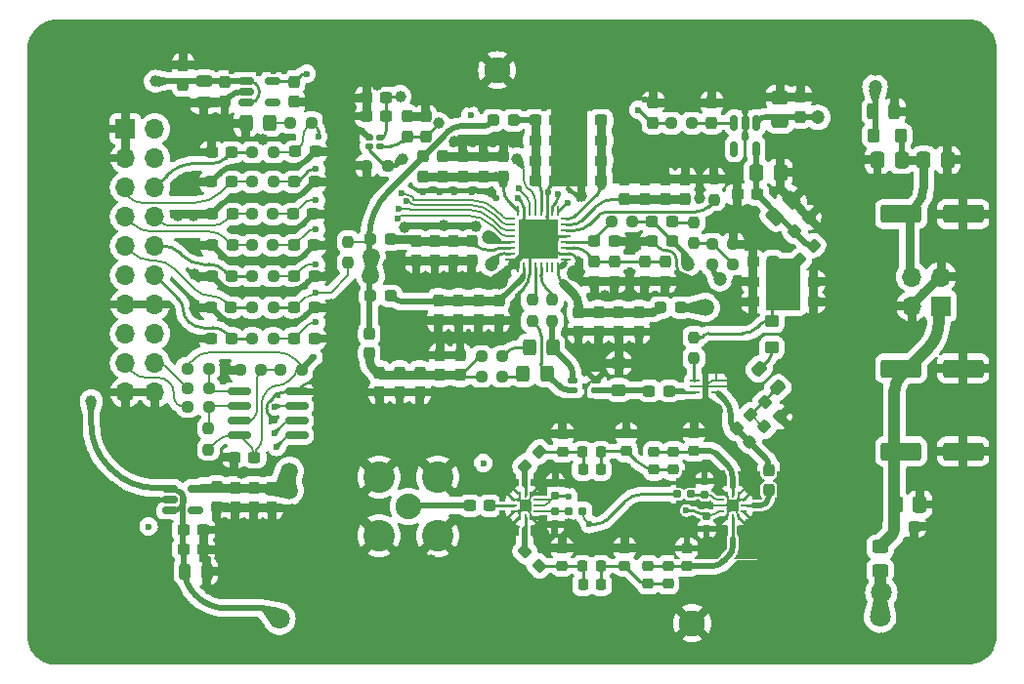
<source format=gbr>
%TF.GenerationSoftware,KiCad,Pcbnew,8.0.9-8.0.9-0~ubuntu22.04.1*%
%TF.CreationDate,2025-06-08T18:36:03+02:00*%
%TF.ProjectId,LO_synth_ADF4351_module,4c4f5f73-796e-4746-985f-414446343335,rev?*%
%TF.SameCoordinates,Original*%
%TF.FileFunction,Copper,L1,Top*%
%TF.FilePolarity,Positive*%
%FSLAX46Y46*%
G04 Gerber Fmt 4.6, Leading zero omitted, Abs format (unit mm)*
G04 Created by KiCad (PCBNEW 8.0.9-8.0.9-0~ubuntu22.04.1) date 2025-06-08 18:36:03*
%MOMM*%
%LPD*%
G01*
G04 APERTURE LIST*
G04 Aperture macros list*
%AMRoundRect*
0 Rectangle with rounded corners*
0 $1 Rounding radius*
0 $2 $3 $4 $5 $6 $7 $8 $9 X,Y pos of 4 corners*
0 Add a 4 corners polygon primitive as box body*
4,1,4,$2,$3,$4,$5,$6,$7,$8,$9,$2,$3,0*
0 Add four circle primitives for the rounded corners*
1,1,$1+$1,$2,$3*
1,1,$1+$1,$4,$5*
1,1,$1+$1,$6,$7*
1,1,$1+$1,$8,$9*
0 Add four rect primitives between the rounded corners*
20,1,$1+$1,$2,$3,$4,$5,0*
20,1,$1+$1,$4,$5,$6,$7,0*
20,1,$1+$1,$6,$7,$8,$9,0*
20,1,$1+$1,$8,$9,$2,$3,0*%
%AMOutline5P*
0 Free polygon, 5 corners , with rotation*
0 The origin of the aperture is its center*
0 number of corners: always 5*
0 $1 to $10 corner X, Y*
0 $11 Rotation angle, in degrees counterclockwise*
0 create outline with 5 corners*
4,1,5,$1,$2,$3,$4,$5,$6,$7,$8,$9,$10,$1,$2,$11*%
%AMOutline6P*
0 Free polygon, 6 corners , with rotation*
0 The origin of the aperture is its center*
0 number of corners: always 6*
0 $1 to $12 corner X, Y*
0 $13 Rotation angle, in degrees counterclockwise*
0 create outline with 6 corners*
4,1,6,$1,$2,$3,$4,$5,$6,$7,$8,$9,$10,$11,$12,$1,$2,$13*%
%AMOutline7P*
0 Free polygon, 7 corners , with rotation*
0 The origin of the aperture is its center*
0 number of corners: always 7*
0 $1 to $14 corner X, Y*
0 $15 Rotation angle, in degrees counterclockwise*
0 create outline with 7 corners*
4,1,7,$1,$2,$3,$4,$5,$6,$7,$8,$9,$10,$11,$12,$13,$14,$1,$2,$15*%
%AMOutline8P*
0 Free polygon, 8 corners , with rotation*
0 The origin of the aperture is its center*
0 number of corners: always 8*
0 $1 to $16 corner X, Y*
0 $17 Rotation angle, in degrees counterclockwise*
0 create outline with 8 corners*
4,1,8,$1,$2,$3,$4,$5,$6,$7,$8,$9,$10,$11,$12,$13,$14,$15,$16,$1,$2,$17*%
G04 Aperture macros list end*
%TA.AperFunction,SMDPad,CuDef*%
%ADD10RoundRect,0.237500X0.237500X-0.300000X0.237500X0.300000X-0.237500X0.300000X-0.237500X-0.300000X0*%
%TD*%
%TA.AperFunction,SMDPad,CuDef*%
%ADD11RoundRect,0.237500X-0.250000X-0.237500X0.250000X-0.237500X0.250000X0.237500X-0.250000X0.237500X0*%
%TD*%
%TA.AperFunction,SMDPad,CuDef*%
%ADD12RoundRect,0.237500X0.300000X0.237500X-0.300000X0.237500X-0.300000X-0.237500X0.300000X-0.237500X0*%
%TD*%
%TA.AperFunction,SMDPad,CuDef*%
%ADD13RoundRect,0.237500X-0.300000X-0.237500X0.300000X-0.237500X0.300000X0.237500X-0.300000X0.237500X0*%
%TD*%
%TA.AperFunction,SMDPad,CuDef*%
%ADD14RoundRect,0.155000X-0.155000X0.212500X-0.155000X-0.212500X0.155000X-0.212500X0.155000X0.212500X0*%
%TD*%
%TA.AperFunction,SMDPad,CuDef*%
%ADD15RoundRect,0.237500X-0.237500X0.300000X-0.237500X-0.300000X0.237500X-0.300000X0.237500X0.300000X0*%
%TD*%
%TA.AperFunction,SMDPad,CuDef*%
%ADD16RoundRect,0.225000X-0.250000X0.225000X-0.250000X-0.225000X0.250000X-0.225000X0.250000X0.225000X0*%
%TD*%
%TA.AperFunction,SMDPad,CuDef*%
%ADD17RoundRect,0.250000X-0.350000X0.275000X-0.350000X-0.275000X0.350000X-0.275000X0.350000X0.275000X0*%
%TD*%
%TA.AperFunction,SMDPad,CuDef*%
%ADD18RoundRect,0.237500X0.044194X0.380070X-0.380070X-0.044194X-0.044194X-0.380070X0.380070X0.044194X0*%
%TD*%
%TA.AperFunction,SMDPad,CuDef*%
%ADD19RoundRect,0.250000X-0.325000X-0.450000X0.325000X-0.450000X0.325000X0.450000X-0.325000X0.450000X0*%
%TD*%
%TA.AperFunction,SMDPad,CuDef*%
%ADD20RoundRect,0.237500X0.237500X-0.250000X0.237500X0.250000X-0.237500X0.250000X-0.237500X-0.250000X0*%
%TD*%
%TA.AperFunction,SMDPad,CuDef*%
%ADD21RoundRect,0.237500X-0.237500X0.287500X-0.237500X-0.287500X0.237500X-0.287500X0.237500X0.287500X0*%
%TD*%
%TA.AperFunction,SMDPad,CuDef*%
%ADD22RoundRect,0.237500X0.250000X0.237500X-0.250000X0.237500X-0.250000X-0.237500X0.250000X-0.237500X0*%
%TD*%
%TA.AperFunction,SMDPad,CuDef*%
%ADD23RoundRect,0.237500X-0.237500X0.250000X-0.237500X-0.250000X0.237500X-0.250000X0.237500X0.250000X0*%
%TD*%
%TA.AperFunction,SMDPad,CuDef*%
%ADD24RoundRect,0.225000X0.250000X-0.225000X0.250000X0.225000X-0.250000X0.225000X-0.250000X-0.225000X0*%
%TD*%
%TA.AperFunction,SMDPad,CuDef*%
%ADD25RoundRect,0.250000X-1.500000X-0.550000X1.500000X-0.550000X1.500000X0.550000X-1.500000X0.550000X0*%
%TD*%
%TA.AperFunction,SMDPad,CuDef*%
%ADD26RoundRect,0.250000X-0.475000X0.337500X-0.475000X-0.337500X0.475000X-0.337500X0.475000X0.337500X0*%
%TD*%
%TA.AperFunction,SMDPad,CuDef*%
%ADD27RoundRect,0.218750X-0.256250X0.218750X-0.256250X-0.218750X0.256250X-0.218750X0.256250X0.218750X0*%
%TD*%
%TA.AperFunction,SMDPad,CuDef*%
%ADD28RoundRect,0.250000X0.337500X0.475000X-0.337500X0.475000X-0.337500X-0.475000X0.337500X-0.475000X0*%
%TD*%
%TA.AperFunction,SMDPad,CuDef*%
%ADD29RoundRect,0.250000X0.350000X-0.275000X0.350000X0.275000X-0.350000X0.275000X-0.350000X-0.275000X0*%
%TD*%
%TA.AperFunction,SMDPad,CuDef*%
%ADD30RoundRect,0.250000X-0.337500X-0.475000X0.337500X-0.475000X0.337500X0.475000X-0.337500X0.475000X0*%
%TD*%
%TA.AperFunction,SMDPad,CuDef*%
%ADD31RoundRect,0.125000X0.325000X0.125000X-0.325000X0.125000X-0.325000X-0.125000X0.325000X-0.125000X0*%
%TD*%
%TA.AperFunction,SMDPad,CuDef*%
%ADD32RoundRect,0.218750X0.218750X0.256250X-0.218750X0.256250X-0.218750X-0.256250X0.218750X-0.256250X0*%
%TD*%
%TA.AperFunction,SMDPad,CuDef*%
%ADD33RoundRect,0.243750X0.243750X0.456250X-0.243750X0.456250X-0.243750X-0.456250X0.243750X-0.456250X0*%
%TD*%
%TA.AperFunction,SMDPad,CuDef*%
%ADD34RoundRect,0.237500X0.008839X0.344715X-0.344715X-0.008839X-0.008839X-0.344715X0.344715X0.008839X0*%
%TD*%
%TA.AperFunction,SMDPad,CuDef*%
%ADD35RoundRect,0.237500X-0.035355X-0.371231X0.371231X0.035355X0.035355X0.371231X-0.371231X-0.035355X0*%
%TD*%
%TA.AperFunction,SMDPad,CuDef*%
%ADD36RoundRect,0.150000X-0.512500X-0.150000X0.512500X-0.150000X0.512500X0.150000X-0.512500X0.150000X0*%
%TD*%
%TA.AperFunction,SMDPad,CuDef*%
%ADD37RoundRect,0.250000X-0.097227X0.574524X-0.574524X0.097227X0.097227X-0.574524X0.574524X-0.097227X0*%
%TD*%
%TA.AperFunction,SMDPad,CuDef*%
%ADD38RoundRect,0.155000X0.155000X-0.212500X0.155000X0.212500X-0.155000X0.212500X-0.155000X-0.212500X0*%
%TD*%
%TA.AperFunction,SMDPad,CuDef*%
%ADD39RoundRect,0.237500X-0.287500X-0.237500X0.287500X-0.237500X0.287500X0.237500X-0.287500X0.237500X0*%
%TD*%
%TA.AperFunction,SMDPad,CuDef*%
%ADD40RoundRect,0.062500X-0.375000X-0.062500X0.375000X-0.062500X0.375000X0.062500X-0.375000X0.062500X0*%
%TD*%
%TA.AperFunction,HeatsinkPad*%
%ADD41R,0.600000X1.370000*%
%TD*%
%TA.AperFunction,SMDPad,CuDef*%
%ADD42RoundRect,0.225000X-0.225000X-0.250000X0.225000X-0.250000X0.225000X0.250000X-0.225000X0.250000X0*%
%TD*%
%TA.AperFunction,SMDPad,CuDef*%
%ADD43RoundRect,0.237500X0.380070X-0.044194X-0.044194X0.380070X-0.380070X0.044194X0.044194X-0.380070X0*%
%TD*%
%TA.AperFunction,SMDPad,CuDef*%
%ADD44RoundRect,0.160000X-0.197500X-0.160000X0.197500X-0.160000X0.197500X0.160000X-0.197500X0.160000X0*%
%TD*%
%TA.AperFunction,ComponentPad*%
%ADD45C,2.286000*%
%TD*%
%TA.AperFunction,SMDPad,CuDef*%
%ADD46RoundRect,0.160000X0.197500X0.160000X-0.197500X0.160000X-0.197500X-0.160000X0.197500X-0.160000X0*%
%TD*%
%TA.AperFunction,SMDPad,CuDef*%
%ADD47RoundRect,0.062500X-0.062500X-0.175000X0.062500X-0.175000X0.062500X0.175000X-0.062500X0.175000X0*%
%TD*%
%TA.AperFunction,SMDPad,CuDef*%
%ADD48RoundRect,0.062500X-0.175000X0.062500X-0.175000X-0.062500X0.175000X-0.062500X0.175000X0.062500X0*%
%TD*%
%TA.AperFunction,SMDPad,CuDef*%
%ADD49Outline5P,-0.500000X0.300000X-0.300000X0.500000X0.500000X0.500000X0.500000X-0.500000X-0.500000X-0.500000X270.000000*%
%TD*%
%TA.AperFunction,SMDPad,CuDef*%
%ADD50RoundRect,0.150000X-0.150000X0.512500X-0.150000X-0.512500X0.150000X-0.512500X0.150000X0.512500X0*%
%TD*%
%TA.AperFunction,SMDPad,CuDef*%
%ADD51RoundRect,0.062500X0.062500X0.175000X-0.062500X0.175000X-0.062500X-0.175000X0.062500X-0.175000X0*%
%TD*%
%TA.AperFunction,SMDPad,CuDef*%
%ADD52RoundRect,0.062500X0.175000X-0.062500X0.175000X0.062500X-0.175000X0.062500X-0.175000X-0.062500X0*%
%TD*%
%TA.AperFunction,SMDPad,CuDef*%
%ADD53Outline5P,-0.500000X0.300000X-0.300000X0.500000X0.500000X0.500000X0.500000X-0.500000X-0.500000X-0.500000X90.000000*%
%TD*%
%TA.AperFunction,SMDPad,CuDef*%
%ADD54RoundRect,0.237500X0.287500X0.237500X-0.287500X0.237500X-0.287500X-0.237500X0.287500X-0.237500X0*%
%TD*%
%TA.AperFunction,SMDPad,CuDef*%
%ADD55RoundRect,0.250000X0.441942X0.053033X0.053033X0.441942X-0.441942X-0.053033X-0.053033X-0.441942X0*%
%TD*%
%TA.AperFunction,SMDPad,CuDef*%
%ADD56RoundRect,0.250000X0.450000X-0.325000X0.450000X0.325000X-0.450000X0.325000X-0.450000X-0.325000X0*%
%TD*%
%TA.AperFunction,SMDPad,CuDef*%
%ADD57RoundRect,0.243750X0.456250X-0.243750X0.456250X0.243750X-0.456250X0.243750X-0.456250X-0.243750X0*%
%TD*%
%TA.AperFunction,SMDPad,CuDef*%
%ADD58RoundRect,0.250000X0.275000X0.350000X-0.275000X0.350000X-0.275000X-0.350000X0.275000X-0.350000X0*%
%TD*%
%TA.AperFunction,SMDPad,CuDef*%
%ADD59RoundRect,0.125000X0.175000X0.125000X-0.175000X0.125000X-0.175000X-0.125000X0.175000X-0.125000X0*%
%TD*%
%TA.AperFunction,SMDPad,CuDef*%
%ADD60RoundRect,0.062500X-0.350000X-0.062500X0.350000X-0.062500X0.350000X0.062500X-0.350000X0.062500X0*%
%TD*%
%TA.AperFunction,SMDPad,CuDef*%
%ADD61RoundRect,0.062500X-0.062500X-0.350000X0.062500X-0.350000X0.062500X0.350000X-0.062500X0.350000X0*%
%TD*%
%TA.AperFunction,HeatsinkPad*%
%ADD62C,0.600000*%
%TD*%
%TA.AperFunction,HeatsinkPad*%
%ADD63R,3.500000X3.500000*%
%TD*%
%TA.AperFunction,SMDPad,CuDef*%
%ADD64RoundRect,0.150000X0.825000X0.150000X-0.825000X0.150000X-0.825000X-0.150000X0.825000X-0.150000X0*%
%TD*%
%TA.AperFunction,ComponentPad*%
%ADD65R,1.700000X1.700000*%
%TD*%
%TA.AperFunction,ComponentPad*%
%ADD66O,1.700000X1.700000*%
%TD*%
%TA.AperFunction,ComponentPad*%
%ADD67C,2.240000*%
%TD*%
%TA.AperFunction,ComponentPad*%
%ADD68C,2.740000*%
%TD*%
%TA.AperFunction,ViaPad*%
%ADD69C,1.800000*%
%TD*%
%TA.AperFunction,ViaPad*%
%ADD70C,1.000000*%
%TD*%
%TA.AperFunction,ViaPad*%
%ADD71C,1.500000*%
%TD*%
%TA.AperFunction,ViaPad*%
%ADD72C,0.800000*%
%TD*%
%TA.AperFunction,ViaPad*%
%ADD73C,0.600000*%
%TD*%
%TA.AperFunction,ViaPad*%
%ADD74C,5.000000*%
%TD*%
%TA.AperFunction,ViaPad*%
%ADD75C,0.700000*%
%TD*%
%TA.AperFunction,ViaPad*%
%ADD76C,1.200000*%
%TD*%
%TA.AperFunction,Conductor*%
%ADD77C,0.507000*%
%TD*%
%TA.AperFunction,Conductor*%
%ADD78C,0.520000*%
%TD*%
%TA.AperFunction,Conductor*%
%ADD79C,0.254000*%
%TD*%
%TA.AperFunction,Conductor*%
%ADD80C,0.508000*%
%TD*%
%TA.AperFunction,Conductor*%
%ADD81C,1.000000*%
%TD*%
%TA.AperFunction,Conductor*%
%ADD82C,0.200000*%
%TD*%
%TA.AperFunction,Conductor*%
%ADD83C,0.762000*%
%TD*%
%TA.AperFunction,Conductor*%
%ADD84C,0.381000*%
%TD*%
G04 APERTURE END LIST*
D10*
%TO.P,C39,1*%
%TO.N,GND*%
X98800000Y-54462500D03*
%TO.P,C39,2*%
%TO.N,Net-(U2-V_{p})*%
X98800000Y-52737500D03*
%TD*%
%TO.P,C26,1*%
%TO.N,GND*%
X99100000Y-59600000D03*
%TO.P,C26,2*%
%TO.N,Net-(U2-AV_{DD})*%
X99100000Y-57875000D03*
%TD*%
%TO.P,C14,1*%
%TO.N,GND*%
X83100000Y-75862500D03*
%TO.P,C14,2*%
%TO.N,3V3_ADF*%
X83100000Y-74137500D03*
%TD*%
D11*
%TO.P,R18,1*%
%TO.N,Net-(R14-Pad2)*%
X122837500Y-53000000D03*
%TO.P,R18,2*%
%TO.N,GND*%
X124662500Y-53000000D03*
%TD*%
D12*
%TO.P,C98,1*%
%TO.N,GND*%
X131612500Y-58000000D03*
%TO.P,C98,2*%
%TO.N,Net-(C100-Pad2)*%
X129887500Y-58000000D03*
%TD*%
D13*
%TO.P,C58,1*%
%TO.N,GND*%
X111500000Y-45750000D03*
%TO.P,C58,2*%
%TO.N,Net-(U2-V_{REF})*%
X113225000Y-45750000D03*
%TD*%
D11*
%TO.P,R21,1*%
%TO.N,Net-(C60-Pad2)*%
X102837500Y-64500000D03*
%TO.P,R21,2*%
%TO.N,Net-(L5-Pad1)*%
X104662500Y-64500000D03*
%TD*%
D14*
%TO.P,C85,1*%
%TO.N,GND*%
X109250000Y-73732500D03*
%TO.P,C85,2*%
%TO.N,/3V3_LS*%
X109250000Y-74867500D03*
%TD*%
D15*
%TO.P,C105,1*%
%TO.N,GND*%
X98000000Y-41937500D03*
%TO.P,C105,2*%
%TO.N,Net-(U8-VDD)*%
X98000000Y-43662500D03*
%TD*%
D16*
%TO.P,C69,1*%
%TO.N,GND*%
X121250000Y-69400000D03*
%TO.P,C69,2*%
%TO.N,Net-(U101-RF1)*%
X121250000Y-70950000D03*
%TD*%
D15*
%TO.P,C83,1*%
%TO.N,GND*%
X130500000Y-40237500D03*
%TO.P,C83,2*%
%TO.N,/5V6*%
X130500000Y-41962500D03*
%TD*%
D14*
%TO.P,C52,1*%
%TO.N,GND*%
X122200000Y-73582500D03*
%TO.P,C52,2*%
%TO.N,Net-(U101-Vctl)*%
X122200000Y-74717500D03*
%TD*%
D13*
%TO.P,C61,1*%
%TO.N,GND*%
X111500000Y-44000000D03*
%TO.P,C61,2*%
%TO.N,Net-(U2-V_{REF})*%
X113225000Y-44000000D03*
%TD*%
D10*
%TO.P,C46,1*%
%TO.N,GND*%
X97200000Y-54462500D03*
%TO.P,C46,2*%
%TO.N,Net-(U2-V_{p})*%
X97200000Y-52737500D03*
%TD*%
D15*
%TO.P,C60,1*%
%TO.N,GND*%
X101000000Y-62637500D03*
%TO.P,C60,2*%
%TO.N,Net-(C60-Pad2)*%
X101000000Y-64362500D03*
%TD*%
D17*
%TO.P,L7,1*%
%TO.N,GND*%
X114750000Y-63350000D03*
%TO.P,L7,2*%
%TO.N,Net-(C86-Pad1)*%
X114750000Y-65650000D03*
%TD*%
D18*
%TO.P,C95,1*%
%TO.N,GND*%
X131209880Y-50690120D03*
%TO.P,C95,2*%
%TO.N,Net-(U5-VOUT)*%
X129990120Y-51909880D03*
%TD*%
D19*
%TO.P,D1,1,K*%
%TO.N,GND*%
X82450000Y-42500000D03*
%TO.P,D1,2,A*%
%TO.N,Net-(D1-A)*%
X84500000Y-42500000D03*
%TD*%
D20*
%TO.P,R32,1*%
%TO.N,3V3_ADF*%
X79200000Y-70812500D03*
%TO.P,R32,2*%
%TO.N,Net-(U7-SCL)*%
X79200000Y-68987500D03*
%TD*%
D21*
%TO.P,FB7,1*%
%TO.N,3V3_ADF*%
X97750000Y-45375000D03*
%TO.P,FB7,2*%
%TO.N,Net-(U2-SDV_{DD})*%
X97750000Y-47125000D03*
%TD*%
D22*
%TO.P,R17,1*%
%TO.N,Net-(U2-CP_{OUT})*%
X115912500Y-51000000D03*
%TO.P,R17,2*%
%TO.N,Net-(U2-V_{TUNE})*%
X114087500Y-51000000D03*
%TD*%
D23*
%TO.P,R19,1*%
%TO.N,Net-(U2-RF_{OUT}A+)*%
X107250000Y-57837500D03*
%TO.P,R19,2*%
%TO.N,Net-(L5-Pad2)*%
X107250000Y-59662500D03*
%TD*%
D24*
%TO.P,C71,1*%
%TO.N,Net-(C71-Pad1)*%
X119000000Y-82475000D03*
%TO.P,C71,2*%
%TO.N,Net-(U101-RF2)*%
X119000000Y-80925000D03*
%TD*%
D11*
%TO.P,R6,1*%
%TO.N,CE*%
X82975000Y-58500000D03*
%TO.P,R6,2*%
%TO.N,Net-(U2-CE)*%
X84800000Y-58500000D03*
%TD*%
D16*
%TO.P,C75,1*%
%TO.N,GND*%
X115400000Y-69425000D03*
%TO.P,C75,2*%
%TO.N,Net-(C72-Pad1)*%
X115400000Y-70975000D03*
%TD*%
D10*
%TO.P,C24,1*%
%TO.N,GND*%
X111250000Y-60612500D03*
%TO.P,C24,2*%
%TO.N,Net-(C24-Pad2)*%
X111250000Y-58887500D03*
%TD*%
D25*
%TO.P,C125,1*%
%TO.N,Net-(J101-Pin_1)*%
X139200000Y-71000000D03*
%TO.P,C125,2*%
%TO.N,GND*%
X144600000Y-71000000D03*
%TD*%
D23*
%TO.P,R24,1*%
%TO.N,Net-(C100-Pad2)*%
X121250000Y-61087500D03*
%TO.P,R24,2*%
%TO.N,Net-(U6-EN)*%
X121250000Y-62912500D03*
%TD*%
D20*
%TO.P,R12,1*%
%TO.N,Net-(U2-R_{SET})*%
X123000000Y-49162500D03*
%TO.P,R12,2*%
%TO.N,GND*%
X123000000Y-47337500D03*
%TD*%
D26*
%TO.P,C82,1*%
%TO.N,GND*%
X128700000Y-40262500D03*
%TO.P,C82,2*%
%TO.N,/5V6*%
X128700000Y-42337500D03*
%TD*%
D27*
%TO.P,L1,1*%
%TO.N,Net-(U101-RF2)*%
X117300000Y-80912500D03*
%TO.P,L1,2*%
%TO.N,Net-(C71-Pad1)*%
X117300000Y-82487500D03*
%TD*%
D28*
%TO.P,C91,1*%
%TO.N,GND*%
X128737500Y-46800000D03*
%TO.P,C91,2*%
%TO.N,Net-(U5-VOUT)*%
X126662500Y-46800000D03*
%TD*%
D29*
%TO.P,L8,1*%
%TO.N,Net-(L8-Pad1)*%
X128000000Y-62000000D03*
%TO.P,L8,2*%
%TO.N,Net-(C100-Pad2)*%
X128000000Y-59700000D03*
%TD*%
D10*
%TO.P,C59,1*%
%TO.N,GND*%
X117000000Y-56250000D03*
%TO.P,C59,2*%
%TO.N,Net-(U2-TEMP)*%
X117000000Y-54525000D03*
%TD*%
D12*
%TO.P,C33,1*%
%TO.N,GND*%
X109225000Y-45750000D03*
%TO.P,C33,2*%
%TO.N,Net-(U2-DV_{DD})*%
X107500000Y-45750000D03*
%TD*%
D13*
%TO.P,C6,1*%
%TO.N,GND*%
X79475000Y-45037500D03*
%TO.P,C6,2*%
%TO.N,LD*%
X81200000Y-45037500D03*
%TD*%
%TO.P,C111,1*%
%TO.N,GND*%
X92887500Y-40300000D03*
%TO.P,C111,2*%
%TO.N,V_VCTCXO*%
X94612500Y-40300000D03*
%TD*%
D12*
%TO.P,C48,1*%
%TO.N,GND*%
X109225000Y-42250000D03*
%TO.P,C48,2*%
%TO.N,Net-(U2-DV_{DD})*%
X107500000Y-42250000D03*
%TD*%
%TO.P,C103,1*%
%TO.N,Net-(U102-RFC)*%
X103562500Y-75700000D03*
%TO.P,C103,2*%
%TO.N,Net-(J2-In)*%
X101837500Y-75700000D03*
%TD*%
D10*
%TO.P,C56,1*%
%TO.N,GND*%
X118750000Y-56250000D03*
%TO.P,C56,2*%
%TO.N,Net-(U2-TEMP)*%
X118750000Y-54525000D03*
%TD*%
D30*
%TO.P,C123,1*%
%TO.N,GND*%
X137162500Y-45700000D03*
%TO.P,C123,2*%
%TO.N,Net-(J101-Pin_4)*%
X139237500Y-45700000D03*
%TD*%
D31*
%TO.P,TR1,1*%
%TO.N,Net-(C86-Pad1)*%
X112750000Y-65650000D03*
%TO.P,TR1,2,GND*%
%TO.N,GND*%
X112750000Y-64850000D03*
%TO.P,TR1,3*%
%TO.N,Net-(L6-Pad2)*%
X110750000Y-64850000D03*
%TO.P,TR1,4*%
%TO.N,Net-(L5-Pad2)*%
X110750000Y-65650000D03*
%TD*%
D13*
%TO.P,C3,1*%
%TO.N,GND*%
X79437500Y-47600000D03*
%TO.P,C3,2*%
%TO.N,Mute_RF*%
X81162500Y-47600000D03*
%TD*%
%TO.P,C57,1*%
%TO.N,GND*%
X117637500Y-52750000D03*
%TO.P,C57,2*%
%TO.N,Net-(U2-CP_{OUT})*%
X119362500Y-52750000D03*
%TD*%
D10*
%TO.P,C128,1*%
%TO.N,GND*%
X79900000Y-75825000D03*
%TO.P,C128,2*%
%TO.N,3V3_ADF*%
X79900000Y-74100000D03*
%TD*%
D12*
%TO.P,C15,1*%
%TO.N,GND*%
X88362500Y-61200000D03*
%TO.P,C15,2*%
%TO.N,Net-(U2-MUXOUT)*%
X86637500Y-61200000D03*
%TD*%
D32*
%TO.P,L4,1*%
%TO.N,Net-(C72-Pad1)*%
X113187500Y-71050000D03*
%TO.P,L4,2*%
%TO.N,Net-(C119-Pad1)*%
X111612500Y-71050000D03*
%TD*%
D13*
%TO.P,C55,1*%
%TO.N,GND*%
X111500000Y-47500000D03*
%TO.P,C55,2*%
%TO.N,Net-(U2-V_{REF})*%
X113225000Y-47500000D03*
%TD*%
D24*
%TO.P,C72,1*%
%TO.N,Net-(C72-Pad1)*%
X117800000Y-72575000D03*
%TO.P,C72,2*%
%TO.N,Net-(U101-RF1)*%
X117800000Y-71025000D03*
%TD*%
D33*
%TO.P,C1,1*%
%TO.N,GND*%
X79037500Y-81400000D03*
%TO.P,C1,2*%
%TO.N,/3V8*%
X77162500Y-81400000D03*
%TD*%
D34*
%TO.P,R105,1*%
%TO.N,Net-(C121-Pad2)*%
X127345235Y-68854765D03*
%TO.P,R105,2*%
%TO.N,Net-(U6-OUT)*%
X126054765Y-70145235D03*
%TD*%
D11*
%TO.P,R2,1*%
%TO.N,LD*%
X83012500Y-45037500D03*
%TO.P,R2,2*%
%TO.N,Net-(U2-LD)*%
X84837500Y-45037500D03*
%TD*%
%TO.P,R22,1*%
%TO.N,Net-(C60-Pad2)*%
X102837500Y-62750000D03*
%TO.P,R22,2*%
%TO.N,Net-(L6-Pad1)*%
X104662500Y-62750000D03*
%TD*%
D35*
%TO.P,FB11,1*%
%TO.N,Net-(C100-Pad2)*%
X130381282Y-54368718D03*
%TO.P,FB11,2*%
%TO.N,Net-(U5-VOUT)*%
X131618718Y-53131282D03*
%TD*%
D36*
%TO.P,U9,1,VIN*%
%TO.N,/3V8*%
X82462500Y-38850000D03*
%TO.P,U9,2,GND*%
%TO.N,GND*%
X82462500Y-39800000D03*
%TO.P,U9,3,EN*%
%TO.N,/3V8*%
X82462500Y-40750000D03*
%TO.P,U9,4,NC*%
%TO.N,unconnected-(U9-NC-Pad4)*%
X84737500Y-40750000D03*
%TO.P,U9,5,VOUT*%
%TO.N,3V3_VCTCXO*%
X84737500Y-38850000D03*
%TD*%
D12*
%TO.P,C21,1*%
%TO.N,GND*%
X88337500Y-53100000D03*
%TO.P,C21,2*%
%TO.N,Net-(U2-DATA)*%
X86612500Y-53100000D03*
%TD*%
D15*
%TO.P,C28,1*%
%TO.N,GND*%
X104750000Y-45387500D03*
%TO.P,C28,2*%
%TO.N,Net-(U2-SDV_{DD})*%
X104750000Y-47112500D03*
%TD*%
%TO.P,C76,1*%
%TO.N,GND*%
X99260000Y-62637500D03*
%TO.P,C76,2*%
%TO.N,Net-(C60-Pad2)*%
X99260000Y-64362500D03*
%TD*%
D10*
%TO.P,C30,1*%
%TO.N,GND*%
X113000000Y-60612500D03*
%TO.P,C30,2*%
%TO.N,Net-(C24-Pad2)*%
X113000000Y-58887500D03*
%TD*%
D37*
%TO.P,C97,1*%
%TO.N,GND*%
X129733623Y-49166377D03*
%TO.P,C97,2*%
%TO.N,Net-(U5-VOUT)*%
X128266377Y-50633623D03*
%TD*%
D12*
%TO.P,C64,1*%
%TO.N,Net-(C64-Pad1)*%
X119362500Y-51000000D03*
%TO.P,C64,2*%
%TO.N,Net-(U2-CP_{OUT})*%
X117637500Y-51000000D03*
%TD*%
D15*
%TO.P,C29,1*%
%TO.N,GND*%
X120500000Y-47387500D03*
%TO.P,C29,2*%
%TO.N,Net-(U2-V_{COM})*%
X120500000Y-49112500D03*
%TD*%
D10*
%TO.P,C47,1*%
%TO.N,GND*%
X104350000Y-59600000D03*
%TO.P,C47,2*%
%TO.N,Net-(U2-AV_{DD})*%
X104350000Y-57875000D03*
%TD*%
D13*
%TO.P,C66,1*%
%TO.N,GND*%
X111500000Y-42250000D03*
%TO.P,C66,2*%
%TO.N,Net-(U2-V_{REF})*%
X113225000Y-42250000D03*
%TD*%
D11*
%TO.P,R14,1*%
%TO.N,Net-(U2-SW)*%
X122837500Y-54750000D03*
%TO.P,R14,2*%
%TO.N,Net-(R14-Pad2)*%
X124662500Y-54750000D03*
%TD*%
D13*
%TO.P,C102,1*%
%TO.N,GND*%
X126387500Y-54500000D03*
%TO.P,C102,2*%
%TO.N,Net-(C100-Pad2)*%
X128112500Y-54500000D03*
%TD*%
D38*
%TO.P,C118,1*%
%TO.N,GND*%
X109200000Y-77317500D03*
%TO.P,C118,2*%
%TO.N,Net-(U102-Vctl)*%
X109200000Y-76182500D03*
%TD*%
D22*
%TO.P,R37,1*%
%TO.N,Net-(U7-WP)*%
X83762500Y-63950000D03*
%TO.P,R37,2*%
%TO.N,GND*%
X81937500Y-63950000D03*
%TD*%
D39*
%TO.P,FB4,1*%
%TO.N,3V3_ADF*%
X93250000Y-52600000D03*
%TO.P,FB4,2*%
%TO.N,Net-(U2-V_{p})*%
X95000000Y-52600000D03*
%TD*%
D10*
%TO.P,C40,1*%
%TO.N,GND*%
X102600000Y-59600000D03*
%TO.P,C40,2*%
%TO.N,Net-(U2-AV_{DD})*%
X102600000Y-57875000D03*
%TD*%
D12*
%TO.P,C27,1*%
%TO.N,GND*%
X109225000Y-47500000D03*
%TO.P,C27,2*%
%TO.N,Net-(U2-DV_{DD})*%
X107500000Y-47500000D03*
%TD*%
D13*
%TO.P,C7,1*%
%TO.N,GND*%
X79425000Y-58500000D03*
%TO.P,C7,2*%
%TO.N,CE*%
X81150000Y-58500000D03*
%TD*%
D15*
%TO.P,C106,1*%
%TO.N,GND*%
X77000000Y-37475000D03*
%TO.P,C106,2*%
%TO.N,/3V8*%
X77000000Y-39200000D03*
%TD*%
D21*
%TO.P,FB2,1*%
%TO.N,3V3_ADF*%
X93125000Y-60750000D03*
%TO.P,FB2,2*%
%TO.N,Net-(C60-Pad2)*%
X93125000Y-62500000D03*
%TD*%
D13*
%TO.P,C93,1*%
%TO.N,GND*%
X125037500Y-48700000D03*
%TO.P,C93,2*%
%TO.N,Net-(U5-VOUT)*%
X126762500Y-48700000D03*
%TD*%
D23*
%TO.P,R15,1*%
%TO.N,Net-(C64-Pad1)*%
X121250000Y-51087500D03*
%TO.P,R15,2*%
%TO.N,Net-(R14-Pad2)*%
X121250000Y-52912500D03*
%TD*%
D15*
%TO.P,C49,1*%
%TO.N,GND*%
X99500000Y-45387500D03*
%TO.P,C49,2*%
%TO.N,Net-(U2-SDV_{DD})*%
X99500000Y-47112500D03*
%TD*%
D23*
%TO.P,R20,1*%
%TO.N,Net-(U2-RF_{OUT}A-)*%
X109000000Y-57837500D03*
%TO.P,R20,2*%
%TO.N,Net-(L6-Pad2)*%
X109000000Y-59662500D03*
%TD*%
D28*
%TO.P,C122,1*%
%TO.N,GND*%
X143237500Y-45700000D03*
%TO.P,C122,2*%
%TO.N,Net-(J101-Pin_4)*%
X141162500Y-45700000D03*
%TD*%
D13*
%TO.P,C92,1*%
%TO.N,GND*%
X92887500Y-41900000D03*
%TO.P,C92,2*%
%TO.N,V_VCTCXO*%
X94612500Y-41900000D03*
%TD*%
%TO.P,C100,1*%
%TO.N,GND*%
X126387500Y-56250000D03*
%TO.P,C100,2*%
%TO.N,Net-(C100-Pad2)*%
X128112500Y-56250000D03*
%TD*%
D16*
%TO.P,C74,1*%
%TO.N,GND*%
X115250000Y-79375000D03*
%TO.P,C74,2*%
%TO.N,Net-(C71-Pad1)*%
X115250000Y-80925000D03*
%TD*%
D10*
%TO.P,C73,1*%
%TO.N,GND*%
X94000000Y-65862500D03*
%TO.P,C73,2*%
%TO.N,Net-(C60-Pad2)*%
X94000000Y-64137500D03*
%TD*%
D13*
%TO.P,C11,1*%
%TO.N,GND*%
X79512500Y-53100000D03*
%TO.P,C11,2*%
%TO.N,DATA*%
X81237500Y-53100000D03*
%TD*%
D12*
%TO.P,C8,1*%
%TO.N,GND*%
X78762500Y-77800000D03*
%TO.P,C8,2*%
%TO.N,/3V8*%
X77037500Y-77800000D03*
%TD*%
D11*
%TO.P,R5,1*%
%TO.N,LE*%
X82975000Y-55800000D03*
%TO.P,R5,2*%
%TO.N,Net-(U2-LE)*%
X84800000Y-55800000D03*
%TD*%
D15*
%TO.P,C84,1*%
%TO.N,GND*%
X117700000Y-40737500D03*
%TO.P,C84,2*%
%TO.N,LO_Buff_EN*%
X117700000Y-42462500D03*
%TD*%
%TO.P,C43,1*%
%TO.N,GND*%
X117000000Y-47387500D03*
%TO.P,C43,2*%
%TO.N,Net-(U2-V_{COM})*%
X117000000Y-49112500D03*
%TD*%
D10*
%TO.P,C18,1*%
%TO.N,GND*%
X84700000Y-75862500D03*
%TO.P,C18,2*%
%TO.N,3V3_ADF*%
X84700000Y-74137500D03*
%TD*%
D16*
%TO.P,C68,1*%
%TO.N,GND*%
X120637500Y-79400000D03*
%TO.P,C68,2*%
%TO.N,Net-(U101-RF2)*%
X120637500Y-80950000D03*
%TD*%
D13*
%TO.P,C10,1*%
%TO.N,GND*%
X79437500Y-61200000D03*
%TO.P,C10,2*%
%TO.N,MUX*%
X81162500Y-61200000D03*
%TD*%
D40*
%TO.P,U6,1,EN*%
%TO.N,Net-(U6-EN)*%
X121312500Y-64840000D03*
%TO.P,U6,2,GND*%
%TO.N,GND*%
X121312500Y-65340000D03*
%TO.P,U6,3,IN*%
%TO.N,Net-(U6-IN)*%
X121312500Y-65840000D03*
%TO.P,U6,4,OUT*%
%TO.N,Net-(U6-OUT)*%
X123187500Y-65840000D03*
%TO.P,U6,5,GND*%
%TO.N,GND*%
X123187500Y-65340000D03*
%TO.P,U6,6,GND*%
X123187500Y-64840000D03*
D41*
%TO.P,U6,7,GND*%
X122250000Y-65340000D03*
%TD*%
D12*
%TO.P,C5,1*%
%TO.N,GND*%
X140362500Y-77500000D03*
%TO.P,C5,2*%
%TO.N,Net-(J101-Pin_1)*%
X138637500Y-77500000D03*
%TD*%
D22*
%TO.P,R34,1*%
%TO.N,3V3_ADF*%
X87262500Y-63950000D03*
%TO.P,R34,2*%
%TO.N,Net-(U7-WP)*%
X85437500Y-63950000D03*
%TD*%
D42*
%TO.P,C78,1*%
%TO.N,Net-(C119-Pad1)*%
X111637500Y-72575000D03*
%TO.P,C78,2*%
%TO.N,Net-(C72-Pad1)*%
X113187500Y-72575000D03*
%TD*%
D22*
%TO.P,R16,1*%
%TO.N,Net-(U2-LD)*%
X88107500Y-42465000D03*
%TO.P,R16,2*%
%TO.N,Net-(D1-A)*%
X86282500Y-42465000D03*
%TD*%
D42*
%TO.P,C77,1*%
%TO.N,Net-(C120-Pad1)*%
X111650000Y-82575000D03*
%TO.P,C77,2*%
%TO.N,Net-(C71-Pad1)*%
X113200000Y-82575000D03*
%TD*%
D15*
%TO.P,C50,1*%
%TO.N,GND*%
X115250000Y-47387500D03*
%TO.P,C50,2*%
%TO.N,Net-(U2-V_{COM})*%
X115250000Y-49112500D03*
%TD*%
D11*
%TO.P,R23,1*%
%TO.N,LO_Buff_EN*%
X119287500Y-42500000D03*
%TO.P,R23,2*%
%TO.N,Net-(U5-EN)*%
X121112500Y-42500000D03*
%TD*%
D22*
%TO.P,R36,1*%
%TO.N,Net-(U7-SCL)*%
X79225000Y-67100000D03*
%TO.P,R36,2*%
%TO.N,I2C_SCL*%
X77400000Y-67100000D03*
%TD*%
D43*
%TO.P,C121,1*%
%TO.N,GND*%
X128659880Y-67959880D03*
%TO.P,C121,2*%
%TO.N,Net-(C121-Pad2)*%
X127440120Y-66740120D03*
%TD*%
D10*
%TO.P,C25,1*%
%TO.N,GND*%
X102000000Y-54462500D03*
%TO.P,C25,2*%
%TO.N,Net-(U2-V_{p})*%
X102000000Y-52737500D03*
%TD*%
D44*
%TO.P,R101,1*%
%TO.N,Net-(C36-Pad2)*%
X119805000Y-74700000D03*
%TO.P,R101,2*%
%TO.N,Net-(U101-Vctl)*%
X121000000Y-74700000D03*
%TD*%
D19*
%TO.P,L5,1*%
%TO.N,Net-(L5-Pad1)*%
X106450000Y-64250000D03*
%TO.P,L5,2*%
%TO.N,Net-(L5-Pad2)*%
X108500000Y-64250000D03*
%TD*%
D15*
%TO.P,C35,1*%
%TO.N,GND*%
X118750000Y-47387500D03*
%TO.P,C35,2*%
%TO.N,Net-(U2-V_{COM})*%
X118750000Y-49112500D03*
%TD*%
D10*
%TO.P,C65,1*%
%TO.N,GND*%
X95750000Y-65862500D03*
%TO.P,C65,2*%
%TO.N,Net-(C60-Pad2)*%
X95750000Y-64137500D03*
%TD*%
D43*
%TO.P,C120,1*%
%TO.N,Net-(C120-Pad1)*%
X107834880Y-80909880D03*
%TO.P,C120,2*%
%TO.N,Net-(U102-RF1)*%
X106615120Y-79690120D03*
%TD*%
D35*
%TO.P,L10,1*%
%TO.N,Net-(U6-OUT)*%
X124931282Y-69018718D03*
%TO.P,L10,2*%
%TO.N,Net-(C121-Pad2)*%
X126168718Y-67781282D03*
%TD*%
D45*
%TO.P,J3,1,Shield*%
%TO.N,GND*%
X104200000Y-37900000D03*
X121100000Y-85900000D03*
%TD*%
D13*
%TO.P,C96,1*%
%TO.N,GND*%
X126387500Y-58000000D03*
%TO.P,C96,2*%
%TO.N,Net-(C100-Pad2)*%
X128112500Y-58000000D03*
%TD*%
D11*
%TO.P,R1,1*%
%TO.N,MUX*%
X82987500Y-61200000D03*
%TO.P,R1,2*%
%TO.N,Net-(U2-MUXOUT)*%
X84812500Y-61200000D03*
%TD*%
D28*
%TO.P,C2,1*%
%TO.N,GND*%
X140837500Y-75600000D03*
%TO.P,C2,2*%
%TO.N,Net-(J101-Pin_1)*%
X138762500Y-75600000D03*
%TD*%
D16*
%TO.P,C80,1*%
%TO.N,GND*%
X109875000Y-69475000D03*
%TO.P,C80,2*%
%TO.N,Net-(C119-Pad1)*%
X109875000Y-71025000D03*
%TD*%
D10*
%TO.P,C16,1*%
%TO.N,GND*%
X81500000Y-75862500D03*
%TO.P,C16,2*%
%TO.N,3V3_ADF*%
X81500000Y-74137500D03*
%TD*%
D46*
%TO.P,R102,1*%
%TO.N,Net-(C36-Pad2)*%
X111597500Y-76150000D03*
%TO.P,R102,2*%
%TO.N,Net-(U102-Vctl)*%
X110402500Y-76150000D03*
%TD*%
D12*
%TO.P,C99,1*%
%TO.N,GND*%
X131612500Y-56250000D03*
%TO.P,C99,2*%
%TO.N,Net-(C100-Pad2)*%
X129887500Y-56250000D03*
%TD*%
D47*
%TO.P,U102,1,GND*%
%TO.N,GND*%
X107137500Y-74737500D03*
%TO.P,U102,2,RF2*%
%TO.N,Net-(U102-RF2)*%
X106637500Y-74737500D03*
%TO.P,U102,3,GND*%
%TO.N,GND*%
X106137500Y-74737500D03*
D48*
%TO.P,U102,4,GND*%
X105675000Y-75200000D03*
%TO.P,U102,5,RFC*%
%TO.N,Net-(U102-RFC)*%
X105675000Y-75700000D03*
%TO.P,U102,6,GND*%
%TO.N,GND*%
X105675000Y-76200000D03*
D47*
%TO.P,U102,7,GND*%
X106137500Y-76662500D03*
%TO.P,U102,8,RF1*%
%TO.N,Net-(U102-RF1)*%
X106637500Y-76662500D03*
%TO.P,U102,9,GND*%
%TO.N,GND*%
X107137500Y-76662500D03*
D48*
%TO.P,U102,10,Vctl*%
%TO.N,Net-(U102-Vctl)*%
X107600000Y-76200000D03*
%TO.P,U102,11,LS*%
%TO.N,/3V3_LS*%
X107600000Y-75700000D03*
%TO.P,U102,12,Vcc*%
X107600000Y-75200000D03*
D49*
%TO.P,U102,EP,GND*%
%TO.N,GND*%
X106637500Y-75700000D03*
%TD*%
D10*
%TO.P,C45,1*%
%TO.N,GND*%
X116500000Y-60612500D03*
%TO.P,C45,2*%
%TO.N,Net-(C24-Pad2)*%
X116500000Y-58887500D03*
%TD*%
D50*
%TO.P,U5,1,VIN*%
%TO.N,/5V6*%
X126650000Y-42462500D03*
%TO.P,U5,2,GND*%
%TO.N,GND*%
X125700000Y-42462500D03*
%TO.P,U5,3,EN*%
%TO.N,Net-(U5-EN)*%
X124750000Y-42462500D03*
%TO.P,U5,4,NC*%
%TO.N,unconnected-(U5-NC-Pad4)*%
X124750000Y-44737500D03*
%TO.P,U5,5,VOUT*%
%TO.N,Net-(U5-VOUT)*%
X126650000Y-44737500D03*
%TD*%
D11*
%TO.P,R3,1*%
%TO.N,CLK*%
X82962500Y-50400000D03*
%TO.P,R3,2*%
%TO.N,Net-(U2-CLK)*%
X84787500Y-50400000D03*
%TD*%
D12*
%TO.P,C22,1*%
%TO.N,GND*%
X88237500Y-50400000D03*
%TO.P,C22,2*%
%TO.N,Net-(U2-CLK)*%
X86512500Y-50400000D03*
%TD*%
D51*
%TO.P,U101,1,GND*%
%TO.N,GND*%
X124100000Y-76675000D03*
%TO.P,U101,2,RF2*%
%TO.N,Net-(U101-RF2)*%
X124600000Y-76675000D03*
%TO.P,U101,3,GND*%
%TO.N,GND*%
X125100000Y-76675000D03*
D52*
%TO.P,U101,4,GND*%
X125562500Y-76212500D03*
%TO.P,U101,5,RFC*%
%TO.N,Net-(U101-RFC)*%
X125562500Y-75712500D03*
%TO.P,U101,6,GND*%
%TO.N,GND*%
X125562500Y-75212500D03*
D51*
%TO.P,U101,7,GND*%
X125100000Y-74750000D03*
%TO.P,U101,8,RF1*%
%TO.N,Net-(U101-RF1)*%
X124600000Y-74750000D03*
%TO.P,U101,9,GND*%
%TO.N,GND*%
X124100000Y-74750000D03*
D52*
%TO.P,U101,10,Vctl*%
%TO.N,Net-(U101-Vctl)*%
X123637500Y-75212500D03*
%TO.P,U101,11,LS*%
%TO.N,GND*%
X123637500Y-75712500D03*
%TO.P,U101,12,Vcc*%
%TO.N,Net-(U101-Vcc)*%
X123637500Y-76212500D03*
D53*
%TO.P,U101,EP,GND*%
%TO.N,GND*%
X124600000Y-75712500D03*
%TD*%
D15*
%TO.P,C89,1*%
%TO.N,GND*%
X122800000Y-40737500D03*
%TO.P,C89,2*%
%TO.N,Net-(U5-EN)*%
X122800000Y-42462500D03*
%TD*%
D11*
%TO.P,R33,1*%
%TO.N,3V3_ADF*%
X77387500Y-63800000D03*
%TO.P,R33,2*%
%TO.N,Net-(U7-SDA)*%
X79212500Y-63800000D03*
%TD*%
D12*
%TO.P,C12,1*%
%TO.N,GND*%
X88450000Y-44987500D03*
%TO.P,C12,2*%
%TO.N,Net-(U2-LD)*%
X86725000Y-44987500D03*
%TD*%
D25*
%TO.P,C126,1*%
%TO.N,Net-(J101-Pin_4)*%
X139200000Y-50400000D03*
%TO.P,C126,2*%
%TO.N,GND*%
X144600000Y-50400000D03*
%TD*%
D54*
%TO.P,FB3,1*%
%TO.N,3V3_ADF*%
X120125000Y-58500000D03*
%TO.P,FB3,2*%
%TO.N,Net-(C24-Pad2)*%
X118375000Y-58500000D03*
%TD*%
D55*
%TO.P,L9,1*%
%TO.N,Net-(C121-Pad2)*%
X128513173Y-65463173D03*
%TO.P,L9,2*%
%TO.N,Net-(L8-Pad1)*%
X126886827Y-63836827D03*
%TD*%
D13*
%TO.P,C9,1*%
%TO.N,GND*%
X79487500Y-55800000D03*
%TO.P,C9,2*%
%TO.N,LE*%
X81212500Y-55800000D03*
%TD*%
D22*
%TO.P,R35,1*%
%TO.N,Net-(U7-SDA)*%
X79212500Y-65500000D03*
%TO.P,R35,2*%
%TO.N,I2C_SDA*%
X77387500Y-65500000D03*
%TD*%
D56*
%TO.P,FB1,1*%
%TO.N,/3V8*%
X137400000Y-81325000D03*
%TO.P,FB1,2*%
%TO.N,Net-(J101-Pin_1)*%
X137400000Y-79275000D03*
%TD*%
D57*
%TO.P,C109,1*%
%TO.N,GND*%
X78800000Y-40737500D03*
%TO.P,C109,2*%
%TO.N,/3V8*%
X78800000Y-38862500D03*
%TD*%
D15*
%TO.P,C94,1*%
%TO.N,Net-(U6-OUT)*%
X127750000Y-72637500D03*
%TO.P,C94,2*%
%TO.N,Net-(U101-RFC)*%
X127750000Y-74362500D03*
%TD*%
D39*
%TO.P,FB5,1*%
%TO.N,3V3_ADF*%
X93250000Y-57500000D03*
%TO.P,FB5,2*%
%TO.N,Net-(U2-AV_{DD})*%
X95000000Y-57500000D03*
%TD*%
D32*
%TO.P,L3,1*%
%TO.N,Net-(C71-Pad1)*%
X113187500Y-80950000D03*
%TO.P,L3,2*%
%TO.N,Net-(C120-Pad1)*%
X111612500Y-80950000D03*
%TD*%
D12*
%TO.P,C101,1*%
%TO.N,3V3_ADF*%
X83162500Y-71500000D03*
%TO.P,C101,2*%
%TO.N,GND*%
X81437500Y-71500000D03*
%TD*%
D25*
%TO.P,C124,1*%
%TO.N,Net-(J101-Pin_1)*%
X139200000Y-63800000D03*
%TO.P,C124,2*%
%TO.N,GND*%
X144600000Y-63800000D03*
%TD*%
D58*
%TO.P,FB12,1*%
%TO.N,Net-(J101-Pin_4)*%
X139150000Y-43600000D03*
%TO.P,FB12,2*%
%TO.N,/5V6*%
X136850000Y-43600000D03*
%TD*%
D10*
%TO.P,C108,1*%
%TO.N,GND*%
X86600000Y-40662500D03*
%TO.P,C108,2*%
%TO.N,3V3_VCTCXO*%
X86600000Y-38937500D03*
%TD*%
D18*
%TO.P,C119,1*%
%TO.N,Net-(C119-Pad1)*%
X107834880Y-71040120D03*
%TO.P,C119,2*%
%TO.N,Net-(U102-RF2)*%
X106615120Y-72259880D03*
%TD*%
D39*
%TO.P,FB6,1*%
%TO.N,3V3_ADF*%
X103875000Y-42250000D03*
%TO.P,FB6,2*%
%TO.N,Net-(U2-DV_{DD})*%
X105625000Y-42250000D03*
%TD*%
D12*
%TO.P,C19,1*%
%TO.N,GND*%
X88350000Y-58500000D03*
%TO.P,C19,2*%
%TO.N,Net-(U2-CE)*%
X86625000Y-58500000D03*
%TD*%
D59*
%TO.P,U8,1,VC*%
%TO.N,V_VCTCXO*%
X94100000Y-43800000D03*
%TO.P,U8,2,GND*%
%TO.N,GND*%
X93100000Y-43800000D03*
%TO.P,U8,3,OUT*%
%TO.N,VCTCXO_Out*%
X93100000Y-44500000D03*
%TO.P,U8,4,VDD*%
%TO.N,Net-(U8-VDD)*%
X94100000Y-44500000D03*
%TD*%
D10*
%TO.P,C67,1*%
%TO.N,GND*%
X112612500Y-56250000D03*
%TO.P,C67,2*%
%TO.N,Net-(U2-TEMP)*%
X112612500Y-54525000D03*
%TD*%
D36*
%TO.P,U1,1,VIN*%
%TO.N,/3V8*%
X75825000Y-74200000D03*
%TO.P,U1,2,GND*%
%TO.N,GND*%
X75825000Y-75150000D03*
%TO.P,U1,3,EN*%
%TO.N,/3V8*%
X75825000Y-76100000D03*
%TO.P,U1,4,NC*%
%TO.N,unconnected-(U1-NC-Pad4)*%
X78100000Y-76100000D03*
%TO.P,U1,5,VOUT*%
%TO.N,3V3_ADF*%
X78100000Y-74200000D03*
%TD*%
D11*
%TO.P,R4,1*%
%TO.N,DATA*%
X82962500Y-53100000D03*
%TO.P,R4,2*%
%TO.N,Net-(U2-DATA)*%
X84787500Y-53100000D03*
%TD*%
D12*
%TO.P,C4,1*%
%TO.N,GND*%
X78762500Y-79500000D03*
%TO.P,C4,2*%
%TO.N,/3V8*%
X77037500Y-79500000D03*
%TD*%
D20*
%TO.P,R107,1*%
%TO.N,Net-(U2-CE)*%
X91300000Y-54625000D03*
%TO.P,R107,2*%
%TO.N,3V3_ADF*%
X91300000Y-52800000D03*
%TD*%
D13*
%TO.P,C13,1*%
%TO.N,GND*%
X79512500Y-50400000D03*
%TO.P,C13,2*%
%TO.N,CLK*%
X81237500Y-50400000D03*
%TD*%
D60*
%TO.P,U2,1,CLK*%
%TO.N,Net-(U2-CLK)*%
X105312500Y-50812500D03*
%TO.P,U2,2,DATA*%
%TO.N,Net-(U2-DATA)*%
X105312500Y-51312500D03*
%TO.P,U2,3,LE*%
%TO.N,Net-(U2-LE)*%
X105312500Y-51812500D03*
%TO.P,U2,4,CE*%
%TO.N,Net-(U2-CE)*%
X105312500Y-52312500D03*
%TO.P,U2,5,SW*%
%TO.N,Net-(U2-SW)*%
X105312500Y-52812500D03*
%TO.P,U2,6,V_{p}*%
%TO.N,Net-(U2-V_{p})*%
X105312500Y-53312500D03*
%TO.P,U2,7,CP_{OUT}*%
%TO.N,Net-(U2-CP_{OUT})*%
X105312500Y-53812500D03*
%TO.P,U2,8,CP_{GND}*%
%TO.N,GND*%
X105312500Y-54312500D03*
D61*
%TO.P,U2,9,AGND*%
X106000000Y-55000000D03*
%TO.P,U2,10,AV_{DD}*%
%TO.N,Net-(U2-AV_{DD})*%
X106500000Y-55000000D03*
%TO.P,U2,11,AGND_{VCO}*%
%TO.N,GND*%
X107000000Y-55000000D03*
%TO.P,U2,12,RF_{OUT}A+*%
%TO.N,Net-(U2-RF_{OUT}A+)*%
X107500000Y-55000000D03*
%TO.P,U2,13,RF_{OUT}A-*%
%TO.N,Net-(U2-RF_{OUT}A-)*%
X108000000Y-55000000D03*
%TO.P,U2,14,RF_{OUT}B+*%
%TO.N,unconnected-(U2-RF_{OUT}B+-Pad14)*%
X108500000Y-55000000D03*
%TO.P,U2,15,RF_{OUT}B-*%
%TO.N,unconnected-(U2-RF_{OUT}B--Pad15)*%
X109000000Y-55000000D03*
%TO.P,U2,16,V_{VCO}*%
%TO.N,Net-(C24-Pad2)*%
X109500000Y-55000000D03*
D60*
%TO.P,U2,17,V_{VCO}*%
X110187500Y-54312500D03*
%TO.P,U2,18,AGND_{VCO}*%
%TO.N,GND*%
X110187500Y-53812500D03*
%TO.P,U2,19,TEMP*%
%TO.N,Net-(U2-TEMP)*%
X110187500Y-53312500D03*
%TO.P,U2,20,V_{TUNE}*%
%TO.N,Net-(U2-V_{TUNE})*%
X110187500Y-52812500D03*
%TO.P,U2,21,AGND_{VCO}*%
%TO.N,GND*%
X110187500Y-52312500D03*
%TO.P,U2,22,R_{SET}*%
%TO.N,Net-(U2-R_{SET})*%
X110187500Y-51812500D03*
%TO.P,U2,23,V_{COM}*%
%TO.N,Net-(U2-V_{COM})*%
X110187500Y-51312500D03*
%TO.P,U2,24,V_{REF}*%
%TO.N,Net-(U2-V_{REF})*%
X110187500Y-50812500D03*
D61*
%TO.P,U2,25,LD*%
%TO.N,Net-(U2-LD)*%
X109500000Y-50125000D03*
%TO.P,U2,26,PDB_{RF}*%
%TO.N,Net-(U2-PDB_{RF})*%
X109000000Y-50125000D03*
%TO.P,U2,27,DGND*%
%TO.N,GND*%
X108500000Y-50125000D03*
%TO.P,U2,28,DV_{DD}*%
%TO.N,Net-(U2-DV_{DD})*%
X108000000Y-50125000D03*
%TO.P,U2,29,REF_{IN}*%
%TO.N,Net-(U2-REF_{IN})*%
X107500000Y-50125000D03*
%TO.P,U2,30,MUXOUT*%
%TO.N,Net-(U2-MUXOUT)*%
X107000000Y-50125000D03*
%TO.P,U2,31,SD_{GND}*%
%TO.N,GND*%
X106500000Y-50125000D03*
%TO.P,U2,32,SDV_{DD}*%
%TO.N,Net-(U2-SDV_{DD})*%
X106000000Y-50125000D03*
D62*
%TO.P,U2,33,PAD*%
%TO.N,GND*%
X106300000Y-51112500D03*
X106300000Y-54012500D03*
X107750000Y-51112500D03*
D63*
X107750000Y-52562500D03*
D62*
X107750000Y-54012500D03*
X109200000Y-51112500D03*
X109200000Y-54012500D03*
%TD*%
D10*
%TO.P,C63,1*%
%TO.N,GND*%
X97500000Y-65862500D03*
%TO.P,C63,2*%
%TO.N,Net-(C60-Pad2)*%
X97500000Y-64137500D03*
%TD*%
D11*
%TO.P,R7,1*%
%TO.N,Mute_RF*%
X82987500Y-47600000D03*
%TO.P,R7,2*%
%TO.N,Net-(U2-PDB_{RF})*%
X84812500Y-47600000D03*
%TD*%
D64*
%TO.P,U7,1,A0*%
%TO.N,Net-(U7-A0)*%
X86825000Y-69605000D03*
%TO.P,U7,2,A1*%
%TO.N,Net-(U7-A1)*%
X86825000Y-68335000D03*
%TO.P,U7,3,A2*%
%TO.N,Net-(U7-A2)*%
X86825000Y-67065000D03*
%TO.P,U7,4,GND*%
%TO.N,GND*%
X86825000Y-65795000D03*
%TO.P,U7,5,SDA*%
%TO.N,Net-(U7-SDA)*%
X81875000Y-65795000D03*
%TO.P,U7,6,SCL*%
%TO.N,Net-(U7-SCL)*%
X81875000Y-67065000D03*
%TO.P,U7,7,WP*%
%TO.N,Net-(U7-WP)*%
X81875000Y-68335000D03*
%TO.P,U7,8,VCC*%
%TO.N,3V3_ADF*%
X81875000Y-69605000D03*
%TD*%
D15*
%TO.P,C42,1*%
%TO.N,GND*%
X101250000Y-45387500D03*
%TO.P,C42,2*%
%TO.N,Net-(U2-SDV_{DD})*%
X101250000Y-47112500D03*
%TD*%
D12*
%TO.P,C20,1*%
%TO.N,GND*%
X88350000Y-55800000D03*
%TO.P,C20,2*%
%TO.N,Net-(U2-LE)*%
X86625000Y-55800000D03*
%TD*%
D10*
%TO.P,C31,1*%
%TO.N,GND*%
X100400000Y-54462500D03*
%TO.P,C31,2*%
%TO.N,Net-(U2-V_{p})*%
X100400000Y-52737500D03*
%TD*%
D16*
%TO.P,C79,1*%
%TO.N,GND*%
X109825000Y-79375000D03*
%TO.P,C79,2*%
%TO.N,Net-(C120-Pad1)*%
X109825000Y-80925000D03*
%TD*%
D38*
%TO.P,C53,1*%
%TO.N,GND*%
X122350000Y-77717500D03*
%TO.P,C53,2*%
%TO.N,Net-(U101-Vcc)*%
X122350000Y-76582500D03*
%TD*%
D33*
%TO.P,C81,1*%
%TO.N,GND*%
X138637500Y-41500000D03*
%TO.P,C81,2*%
%TO.N,/5V6*%
X136762500Y-41500000D03*
%TD*%
D13*
%TO.P,C86,1*%
%TO.N,Net-(C86-Pad1)*%
X117387500Y-65750000D03*
%TO.P,C86,2*%
%TO.N,Net-(U6-IN)*%
X119112500Y-65750000D03*
%TD*%
D12*
%TO.P,C70,1*%
%TO.N,GND*%
X114362500Y-52750000D03*
%TO.P,C70,2*%
%TO.N,Net-(U2-V_{TUNE})*%
X112637500Y-52750000D03*
%TD*%
%TO.P,C17,1*%
%TO.N,GND*%
X88362500Y-47600000D03*
%TO.P,C17,2*%
%TO.N,Net-(U2-PDB_{RF})*%
X86637500Y-47600000D03*
%TD*%
D27*
%TO.P,L2,1*%
%TO.N,Net-(U101-RF1)*%
X119500000Y-71012500D03*
%TO.P,L2,2*%
%TO.N,Net-(C72-Pad1)*%
X119500000Y-72587500D03*
%TD*%
D10*
%TO.P,C62,1*%
%TO.N,GND*%
X114362500Y-56250000D03*
%TO.P,C62,2*%
%TO.N,Net-(U2-TEMP)*%
X114362500Y-54525000D03*
%TD*%
D12*
%TO.P,C41,1*%
%TO.N,GND*%
X109225000Y-44000000D03*
%TO.P,C41,2*%
%TO.N,Net-(U2-DV_{DD})*%
X107500000Y-44000000D03*
%TD*%
D15*
%TO.P,C104,1*%
%TO.N,GND*%
X96400000Y-41937499D03*
%TO.P,C104,2*%
%TO.N,Net-(U8-VDD)*%
X96400000Y-43662501D03*
%TD*%
D22*
%TO.P,R108,1*%
%TO.N,VCTCXO_Out*%
X94712500Y-46200000D03*
%TO.P,R108,2*%
%TO.N,GND*%
X92887500Y-46200000D03*
%TD*%
D19*
%TO.P,L6,1*%
%TO.N,Net-(L6-Pad1)*%
X106975000Y-62000000D03*
%TO.P,L6,2*%
%TO.N,Net-(L6-Pad2)*%
X109025000Y-62000000D03*
%TD*%
D15*
%TO.P,C34,1*%
%TO.N,GND*%
X103000000Y-45387500D03*
%TO.P,C34,2*%
%TO.N,Net-(U2-SDV_{DD})*%
X103000000Y-47112500D03*
%TD*%
D10*
%TO.P,C38,1*%
%TO.N,GND*%
X114750000Y-60612500D03*
%TO.P,C38,2*%
%TO.N,Net-(C24-Pad2)*%
X114750000Y-58887500D03*
%TD*%
%TO.P,C32,1*%
%TO.N,GND*%
X100850000Y-59600000D03*
%TO.P,C32,2*%
%TO.N,Net-(U2-AV_{DD})*%
X100850000Y-57875000D03*
%TD*%
%TO.P,C107,1*%
%TO.N,GND*%
X80600000Y-40662500D03*
%TO.P,C107,2*%
%TO.N,/3V8*%
X80600000Y-38937500D03*
%TD*%
D65*
%TO.P,J1,1,Pin_1*%
%TO.N,GND*%
X72000000Y-43000000D03*
D66*
%TO.P,J1,2,Pin_2*%
%TO.N,unconnected-(J1-Pin_2-Pad2)*%
X74540000Y-43000000D03*
%TO.P,J1,3,Pin_3*%
%TO.N,GND*%
X72000000Y-45540000D03*
%TO.P,J1,4,Pin_4*%
%TO.N,Fref_IN*%
X74540000Y-45540000D03*
%TO.P,J1,5,Pin_5*%
%TO.N,Mute_RF*%
X72000000Y-48080000D03*
%TO.P,J1,6,Pin_6*%
%TO.N,LD*%
X74540000Y-48080000D03*
%TO.P,J1,7,Pin_7*%
%TO.N,DATA*%
X72000000Y-50620000D03*
%TO.P,J1,8,Pin_8*%
%TO.N,CLK*%
X74540000Y-50620000D03*
%TO.P,J1,9,Pin_9*%
%TO.N,CE*%
X72000000Y-53160000D03*
%TO.P,J1,10,Pin_10*%
%TO.N,LE*%
X74540000Y-53160000D03*
%TO.P,J1,11,Pin_11*%
%TO.N,unconnected-(J1-Pin_11-Pad11)*%
X72000000Y-55700000D03*
%TO.P,J1,12,Pin_12*%
%TO.N,MUX*%
X74540000Y-55700000D03*
%TO.P,J1,13,Pin_13*%
%TO.N,GND*%
X72000000Y-58240000D03*
%TO.P,J1,14,Pin_14*%
X74540000Y-58240000D03*
%TO.P,J1,15,Pin_15*%
%TO.N,LO_Buff_EN*%
X72000000Y-60780000D03*
%TO.P,J1,16,Pin_16*%
%TO.N,~{RX_{EN}}*%
X74540000Y-60780000D03*
%TO.P,J1,17,Pin_17*%
%TO.N,I2C_SCL*%
X72000000Y-63320000D03*
%TO.P,J1,18,Pin_18*%
%TO.N,I2C_SDA*%
X74540000Y-63320000D03*
%TO.P,J1,19,Pin_19*%
%TO.N,GND*%
X72000000Y-65860000D03*
%TO.P,J1,20,Pin_20*%
X74540000Y-65860000D03*
%TD*%
D65*
%TO.P,J101,1,Pin_1*%
%TO.N,Net-(J101-Pin_1)*%
X142675000Y-58375000D03*
D66*
%TO.P,J101,2,Pin_2*%
%TO.N,GND*%
X142675000Y-55835000D03*
%TO.P,J101,3,Pin_3*%
X140135000Y-58375000D03*
%TO.P,J101,4,Pin_4*%
%TO.N,Net-(J101-Pin_4)*%
X140135000Y-55835000D03*
%TD*%
D67*
%TO.P,J2,1,In*%
%TO.N,Net-(J2-In)*%
X96500000Y-75750000D03*
D68*
%TO.P,J2,2,Ext*%
%TO.N,GND*%
X93960000Y-73210000D03*
X93960000Y-78290000D03*
X99040000Y-73210000D03*
X99040000Y-78290000D03*
%TD*%
D69*
%TO.N,/3V8*%
X85336136Y-85500000D03*
X137400000Y-85350000D03*
D70*
X69037500Y-66600000D03*
X74600000Y-38862500D03*
D69*
X137500000Y-83250000D03*
D70*
%TO.N,GND*%
X101000000Y-70000000D03*
X89800000Y-58250000D03*
X126100000Y-72000000D03*
D71*
X124414433Y-85800000D03*
D70*
X85000000Y-89000000D03*
X78000000Y-58600000D03*
X83500000Y-89000000D03*
D71*
X145700000Y-45100000D03*
D70*
X105050000Y-80950000D03*
X75400000Y-70600000D03*
D71*
X116891658Y-35600000D03*
D70*
X121000000Y-89000000D03*
D72*
X97800000Y-35400000D03*
D70*
X100500000Y-44062500D03*
D71*
X116365380Y-67500000D03*
D70*
X89500000Y-89000000D03*
D71*
X67000000Y-42382352D03*
D70*
X88250000Y-79500000D03*
D71*
X138241176Y-35600000D03*
D70*
X102400000Y-51500000D03*
D73*
X83750000Y-54500000D03*
D70*
X119500000Y-62250000D03*
X109000000Y-89000000D03*
X120800000Y-73500000D03*
X84700000Y-78500000D03*
D73*
X85750000Y-51750000D03*
D71*
X117797057Y-85900000D03*
D70*
X124250000Y-82350000D03*
D71*
X129304807Y-85800000D03*
X118576918Y-67500000D03*
X113400000Y-79200000D03*
D70*
X98800000Y-40200000D03*
D73*
X85500000Y-57000000D03*
D70*
X98700000Y-56000000D03*
X105050000Y-77550000D03*
X80500000Y-81500000D03*
D71*
X103125935Y-85900000D03*
D73*
X81203284Y-37994963D03*
D70*
X124500000Y-70750000D03*
D71*
X145700000Y-53400000D03*
D70*
X73000000Y-89000000D03*
D71*
X76650000Y-86500000D03*
X114323528Y-38000000D03*
D70*
X118750000Y-46000000D03*
X94000000Y-89000000D03*
X88250000Y-81250000D03*
X82000000Y-72900000D03*
D71*
X116764704Y-38000000D03*
D70*
X67125000Y-62900000D03*
D71*
X107000000Y-38000000D03*
D70*
X128550000Y-70200000D03*
X102000000Y-72750000D03*
D73*
X106000000Y-49000000D03*
D70*
X89750000Y-50500000D03*
D71*
X90500000Y-69356618D03*
D70*
X114600000Y-41300000D03*
X102000000Y-80550000D03*
D74*
X142500000Y-40000000D03*
D70*
X104300000Y-61000000D03*
X80600000Y-63500000D03*
X91900000Y-59000000D03*
X105600000Y-44200000D03*
X67200000Y-66700000D03*
D71*
X67000000Y-52147056D03*
D70*
X99250000Y-70000000D03*
X103700000Y-77200000D03*
X120100000Y-40500000D03*
X92400000Y-81500000D03*
X139000000Y-89000000D03*
D73*
X83600000Y-38200000D03*
D71*
X143300000Y-77600000D03*
D73*
X108250000Y-41250000D03*
D71*
X65000000Y-54764712D03*
D72*
X88248152Y-35400000D03*
D73*
X85750000Y-54500000D03*
D71*
X134500000Y-73544120D03*
X117350000Y-69250000D03*
X123250000Y-63250000D03*
X109727772Y-35600000D03*
X128882360Y-38000000D03*
D73*
X122300000Y-75700000D03*
X82000000Y-59750000D03*
D71*
X74400000Y-84500000D03*
D70*
X80500000Y-89000000D03*
D71*
X114503696Y-35600000D03*
D70*
X96400000Y-59400000D03*
D71*
X114153842Y-67500000D03*
D70*
X88000000Y-89000000D03*
D71*
X143400000Y-68600000D03*
X145700000Y-58282352D03*
X145600000Y-77600000D03*
X104900000Y-69900000D03*
D73*
X108627000Y-48500000D03*
D70*
X69000000Y-72800000D03*
D73*
X102000000Y-48500000D03*
D70*
X117950000Y-44100000D03*
X89750000Y-52750000D03*
X111500000Y-48800000D03*
X99400000Y-81500000D03*
D71*
X134400000Y-37900000D03*
X121667582Y-35600000D03*
D70*
X137500000Y-89000000D03*
X76000000Y-89000000D03*
D71*
X90500000Y-78952206D03*
X130750000Y-75058824D03*
X107339810Y-35600000D03*
D70*
X121750000Y-47500000D03*
X82500000Y-81500000D03*
X110300000Y-44900000D03*
X83900000Y-43900000D03*
X96500000Y-78300000D03*
D73*
X117900000Y-57300000D03*
D71*
X145700000Y-73200000D03*
X130750000Y-65000000D03*
D73*
X117750000Y-46250000D03*
D71*
X119279620Y-35600000D03*
D70*
X101600000Y-79000000D03*
D71*
X100884614Y-67500000D03*
D70*
X127000000Y-89000000D03*
D71*
X105571122Y-85900000D03*
X111882352Y-38000000D03*
D70*
X77400000Y-61200000D03*
D71*
X121647056Y-38000000D03*
X130750000Y-72441176D03*
D70*
X76500000Y-50500000D03*
D71*
X133607392Y-35600000D03*
D70*
X100800000Y-61000000D03*
X121400000Y-44100000D03*
X82000000Y-89000000D03*
X80500000Y-80200000D03*
X131050000Y-62100000D03*
D71*
X65000000Y-66970592D03*
X134500000Y-85750000D03*
D73*
X100500000Y-48500000D03*
D70*
X102000000Y-71050000D03*
D71*
X130750000Y-77500000D03*
D70*
X115500000Y-57500000D03*
X126800000Y-40300000D03*
X132300000Y-49600000D03*
D71*
X65000000Y-44882352D03*
D70*
X94750000Y-61500000D03*
D71*
X109441176Y-38000000D03*
D70*
X133000000Y-89000000D03*
X109800000Y-82600000D03*
D72*
X83472228Y-35400000D03*
D70*
X77887500Y-50500000D03*
X112000000Y-89000000D03*
X131000000Y-59850000D03*
D71*
X134500000Y-63779416D03*
X126441176Y-38000000D03*
X93345187Y-85900000D03*
X107600000Y-69250000D03*
D73*
X128300000Y-48400000D03*
X84800000Y-71800000D03*
D70*
X126000000Y-79650000D03*
D71*
X65000000Y-64529416D03*
D70*
X116500000Y-89000000D03*
D71*
X125000000Y-65250000D03*
D72*
X71532418Y-35400000D03*
D71*
X130750000Y-67441176D03*
D70*
X86500000Y-89000000D03*
X94150000Y-81500000D03*
D71*
X65000000Y-69411768D03*
D70*
X98500000Y-80400000D03*
X97000000Y-89000000D03*
X113900000Y-62000000D03*
X140500000Y-89000000D03*
X95750000Y-62500000D03*
X124500000Y-62250000D03*
D71*
X120788456Y-67500000D03*
D70*
X67225000Y-55800000D03*
X110400000Y-77300000D03*
X96200000Y-51519000D03*
X89900000Y-84300000D03*
X102600000Y-61000000D03*
D71*
X124500000Y-58000000D03*
D70*
X102000000Y-74150000D03*
D71*
X69000000Y-36426472D03*
X145700000Y-60723528D03*
D70*
X116200000Y-46200000D03*
X76500000Y-47750000D03*
X113500000Y-57500000D03*
D71*
X108016309Y-85900000D03*
D70*
X134500000Y-89000000D03*
X93800000Y-75800000D03*
D72*
X100187962Y-35400000D03*
D70*
X125500000Y-81200000D03*
D71*
X88300000Y-85900000D03*
D70*
X128250000Y-53000000D03*
X113500000Y-89000000D03*
X97500000Y-70000000D03*
D71*
X65000000Y-42441176D03*
D70*
X110500000Y-89000000D03*
X126500000Y-53000000D03*
X92250000Y-70000000D03*
D71*
X134500000Y-51455880D03*
D73*
X82250000Y-49000000D03*
D70*
X95500000Y-89000000D03*
D71*
X143400000Y-73200000D03*
D70*
X124800000Y-46500000D03*
X125500000Y-89000000D03*
D73*
X84000000Y-57000000D03*
D71*
X145700000Y-55841176D03*
D70*
X67200000Y-69900000D03*
D71*
X90500000Y-66957721D03*
X98235561Y-85900000D03*
X145700000Y-47800000D03*
X67000000Y-37500000D03*
D70*
X110500000Y-73750000D03*
X95750000Y-70000000D03*
D71*
X145700000Y-68600000D03*
X143200000Y-47800000D03*
X65000000Y-62088240D03*
X119450000Y-69250000D03*
D75*
X109200000Y-52600000D03*
D70*
X70000000Y-87000000D03*
D71*
X112115734Y-35600000D03*
X65000000Y-40000000D03*
D70*
X102000000Y-44062500D03*
X89500000Y-55800000D03*
X136000000Y-89000000D03*
X104050000Y-78500000D03*
X91000000Y-89000000D03*
X75400000Y-69000000D03*
D71*
X90900000Y-85900000D03*
D70*
X88250000Y-77750000D03*
X123000000Y-51500000D03*
D73*
X81000000Y-42200000D03*
D71*
X117200000Y-79150000D03*
D73*
X123550000Y-77750000D03*
D70*
X106000000Y-89000000D03*
D71*
X86400000Y-76293750D03*
D70*
X78000000Y-55600000D03*
D71*
X65000000Y-49764704D03*
X123000000Y-67500000D03*
D70*
X79000000Y-89000000D03*
D71*
X67000000Y-49705880D03*
X134500000Y-75985296D03*
D70*
X99600000Y-51400000D03*
D71*
X68600000Y-75800000D03*
X90500000Y-74154412D03*
D70*
X110400000Y-46600000D03*
D71*
X123000000Y-69250000D03*
X90500000Y-81351103D03*
D70*
X90000000Y-47750000D03*
D71*
X70900000Y-77400000D03*
X112906683Y-85900000D03*
D70*
X125000000Y-56250000D03*
D71*
X122500000Y-79100000D03*
D70*
X93800000Y-39200000D03*
D74*
X142500000Y-83000000D03*
D70*
X124000000Y-89000000D03*
D73*
X84900000Y-68300000D03*
D70*
X91400000Y-39200000D03*
X115750000Y-56250000D03*
X102700000Y-78100000D03*
D73*
X85750000Y-59750000D03*
D70*
X119500000Y-64000000D03*
D71*
X134500000Y-49014704D03*
D70*
X103000000Y-89000000D03*
D71*
X109730766Y-67500000D03*
D72*
X95412038Y-35400000D03*
D71*
X104400000Y-56200000D03*
D72*
X90636114Y-35400000D03*
D70*
X89912500Y-61200000D03*
D71*
X67000000Y-39941176D03*
D73*
X81000000Y-43200000D03*
D70*
X119500000Y-89000000D03*
X142000000Y-88100000D03*
X126000000Y-78100000D03*
D71*
X110461496Y-85900000D03*
D70*
X110300000Y-43100000D03*
X126500000Y-51500000D03*
D73*
X114500000Y-46250000D03*
D70*
X88250000Y-74500000D03*
D71*
X100680748Y-85900000D03*
X120800000Y-77600000D03*
D70*
X100000000Y-89000000D03*
X122500000Y-89000000D03*
D71*
X126859620Y-85800000D03*
D70*
X103500000Y-82500000D03*
X100800000Y-81500000D03*
D71*
X90500000Y-71755515D03*
X128831468Y-35600000D03*
D70*
X74500000Y-89000000D03*
D73*
X78200000Y-37600000D03*
D70*
X95000000Y-80500000D03*
D71*
X113450000Y-69300000D03*
D70*
X91500000Y-84300000D03*
X88250000Y-72750000D03*
D71*
X134500000Y-46573528D03*
X119205880Y-38000000D03*
D73*
X104141720Y-49027070D03*
D71*
X98673076Y-67500000D03*
X95790374Y-85900000D03*
D70*
X78000000Y-47800000D03*
D73*
X81750000Y-51750000D03*
D70*
X118000000Y-89000000D03*
X119700000Y-44100000D03*
D72*
X76308342Y-35400000D03*
D70*
X77000000Y-44300000D03*
D73*
X84000000Y-59750000D03*
D70*
X71500000Y-88000000D03*
X74000000Y-76000000D03*
D71*
X111000000Y-55500000D03*
X65000000Y-71852944D03*
D70*
X98500000Y-89000000D03*
X120500000Y-46000000D03*
X84500000Y-81800000D03*
D71*
X65000000Y-59647064D03*
X90500000Y-76553309D03*
X134500000Y-80867648D03*
D70*
X101500000Y-89000000D03*
X91250000Y-60500000D03*
D71*
X126443506Y-35600000D03*
D70*
X103000000Y-79500000D03*
X97400000Y-40200000D03*
D71*
X90500000Y-64558824D03*
D70*
X101800000Y-40700000D03*
D71*
X115351870Y-85900000D03*
X145600000Y-75600000D03*
X104951848Y-35600000D03*
D70*
X77500000Y-89000000D03*
X94750000Y-54750000D03*
D73*
X82000000Y-57000000D03*
D70*
X128700000Y-45000000D03*
X107800000Y-73500000D03*
D71*
X134500000Y-68661768D03*
D70*
X96500000Y-73100000D03*
D71*
X134500000Y-71102944D03*
D70*
X103750000Y-44062500D03*
X126150000Y-73750000D03*
D73*
X84800000Y-38000000D03*
D71*
X134500000Y-61338240D03*
X131750000Y-85800000D03*
X134500000Y-41691176D03*
D70*
X115700000Y-62000000D03*
D71*
X108050000Y-78300000D03*
X134500000Y-78426472D03*
D70*
X71000000Y-70500000D03*
X124900000Y-50100000D03*
D75*
X107700000Y-52600000D03*
D70*
X91500000Y-43900000D03*
X124700000Y-40300000D03*
X77250000Y-70750000D03*
D71*
X96461538Y-67500000D03*
D70*
X131500000Y-89000000D03*
D73*
X82250000Y-46250000D03*
D70*
X110400000Y-41300000D03*
X77250000Y-69000000D03*
D71*
X67000000Y-47264704D03*
D70*
X121750000Y-49000000D03*
D71*
X135800000Y-35600000D03*
D72*
X81084266Y-35400000D03*
D70*
X105700000Y-59600000D03*
D71*
X102563886Y-35600000D03*
D70*
X96700000Y-80500000D03*
X124750000Y-51500000D03*
D71*
X130750000Y-82441176D03*
D75*
X106400000Y-52600000D03*
D71*
X67000000Y-44823528D03*
D73*
X115700000Y-55300000D03*
D71*
X105307690Y-67500000D03*
D70*
X94000000Y-70000000D03*
X97200000Y-56000000D03*
D71*
X145700000Y-66000000D03*
X111942304Y-67500000D03*
X115350000Y-77850000D03*
X65000000Y-52205880D03*
D70*
X90300000Y-43900000D03*
X128500000Y-89000000D03*
D73*
X85750000Y-49000000D03*
D70*
X115000000Y-89000000D03*
D72*
X73920380Y-35400000D03*
D70*
X115300000Y-82600000D03*
D71*
X130750000Y-70000000D03*
X116750000Y-63000000D03*
X131219430Y-35600000D03*
X116000000Y-53000000D03*
X118750000Y-60250000D03*
D73*
X81750000Y-54500000D03*
D70*
X102350000Y-83750000D03*
X86300000Y-81800000D03*
X99100000Y-61000000D03*
D71*
X66600000Y-74000000D03*
D70*
X67125000Y-60600000D03*
X137000000Y-37900000D03*
X102100000Y-56000000D03*
D71*
X131250000Y-38000000D03*
D70*
X90600000Y-41500000D03*
D71*
X79198130Y-86500000D03*
D73*
X104700000Y-72250000D03*
D70*
X123350000Y-73450000D03*
D71*
X134500000Y-66220592D03*
X143300000Y-66000000D03*
X143300000Y-75600000D03*
D70*
X92500000Y-89000000D03*
D71*
X103096152Y-67500000D03*
X143500000Y-52700000D03*
X94250000Y-67500000D03*
D70*
X130000000Y-89000000D03*
X76500000Y-72500000D03*
D73*
X121500000Y-46250000D03*
X84000000Y-46250000D03*
D70*
X97650000Y-81500000D03*
X82900000Y-78600000D03*
D71*
X81650000Y-86500000D03*
D70*
X122700000Y-82700000D03*
X80500000Y-78700000D03*
X127200000Y-77250000D03*
D73*
X97750000Y-48500000D03*
X117000000Y-40500000D03*
X84000000Y-49000000D03*
D71*
X107519228Y-67500000D03*
D70*
X78600000Y-42400000D03*
D74*
X69500000Y-83000000D03*
D71*
X111600000Y-69300000D03*
D70*
X79000000Y-72500000D03*
D71*
X134500000Y-44132352D03*
X65000000Y-47323528D03*
X134500000Y-58897064D03*
D73*
X85750000Y-46250000D03*
D70*
X126250000Y-62250000D03*
X143500000Y-87000000D03*
X116300000Y-44100000D03*
D71*
X73600000Y-79400000D03*
X124055544Y-35600000D03*
D70*
X100400000Y-56000000D03*
X82050000Y-77300000D03*
D73*
X85800000Y-38000000D03*
D71*
X134500000Y-53897056D03*
D70*
X88250000Y-76250000D03*
X97600000Y-59900000D03*
D71*
X84000000Y-87500000D03*
D70*
X111200000Y-62000000D03*
X103600000Y-74200000D03*
D73*
X106000000Y-57600000D03*
D71*
X111550000Y-79200000D03*
D70*
X109250000Y-72450000D03*
D73*
X84000000Y-51750000D03*
D70*
X83800000Y-77300000D03*
D71*
X74400000Y-81900000D03*
D73*
X99250000Y-48500000D03*
D72*
X85860190Y-35400000D03*
D71*
X124000000Y-38000000D03*
D70*
X115400000Y-72500000D03*
D71*
X120750000Y-56500000D03*
X65000000Y-57205888D03*
D70*
X104500000Y-89000000D03*
X130800000Y-48100000D03*
D71*
X130750000Y-80000000D03*
D70*
X107500000Y-89000000D03*
D73*
X111825001Y-65325001D03*
X105500000Y-73050000D03*
D70*
X95900000Y-81500000D03*
X120950000Y-82700000D03*
D71*
X112750000Y-63000000D03*
D70*
X80500000Y-77200000D03*
D71*
X134500000Y-56338232D03*
X134500000Y-83308824D03*
D70*
X137500000Y-87200000D03*
D73*
X112000000Y-41250000D03*
D72*
X78696304Y-35400000D03*
D70*
X77987500Y-53200000D03*
D72*
X93024076Y-35400000D03*
D73*
%TO.N,Net-(U2-LD)*%
X110313137Y-49391962D03*
X88700000Y-43700000D03*
%TO.N,3V3_ADF*%
X88300000Y-62800000D03*
D71*
X93300000Y-54100000D03*
X93250000Y-55800000D03*
X86200000Y-72700000D03*
X86200000Y-74400000D03*
X122250000Y-58500000D03*
D73*
X103000000Y-72000000D03*
%TO.N,Net-(U2-MUXOUT)*%
X88500000Y-59800000D03*
X106048624Y-48201376D03*
%TO.N,Net-(U2-PDB_{RF})*%
X109500000Y-48700000D03*
X88500000Y-46500000D03*
%TO.N,Net-(U2-CE)*%
X95544902Y-50763453D03*
X88500000Y-57200000D03*
%TO.N,Net-(U2-LE)*%
X88500000Y-54750000D03*
X95685421Y-49900000D03*
%TO.N,Net-(U2-DATA)*%
X96338193Y-49300000D03*
X88500000Y-51700000D03*
%TO.N,Net-(U2-CLK)*%
X95945142Y-48603211D03*
X88500000Y-49200000D03*
D70*
%TO.N,Net-(U2-REF_{IN})*%
X105925000Y-45619000D03*
D73*
%TO.N,Net-(C36-Pad2)*%
X112200000Y-77300000D03*
X74000000Y-77500000D03*
%TO.N,Net-(U101-Vcc)*%
X120600000Y-76100000D03*
D76*
%TO.N,Net-(U2-CP_{OUT})*%
X120750000Y-54750000D03*
X103750000Y-54750000D03*
D73*
%TO.N,LO_Buff_EN*%
X116450000Y-41350000D03*
D76*
%TO.N,/5V6*%
X132000000Y-42000000D03*
X136950000Y-39350000D03*
%TO.N,Net-(U2-SW)*%
X103496325Y-52403675D03*
X123500000Y-56000000D03*
D73*
%TO.N,Net-(U7-A2)*%
X84900000Y-67100000D03*
%TO.N,Net-(U7-A1)*%
X84900000Y-69400000D03*
%TO.N,Net-(U7-A0)*%
X85100000Y-70600000D03*
%TO.N,Fref_IN*%
X101900000Y-41800000D03*
D70*
%TO.N,V_VCTCXO*%
X95800000Y-40200000D03*
%TO.N,Net-(U8-VDD)*%
X99131679Y-42531379D03*
%TO.N,VCTCXO_Out*%
X96000000Y-45600000D03*
D73*
%TO.N,3V3_VCTCXO*%
X87702297Y-38223000D03*
%TO.N,/3V3_LS*%
X110400000Y-74900000D03*
%TD*%
D77*
%TO.N,/3V8*%
X69037500Y-68693750D02*
X69037500Y-66600000D01*
D78*
X78118750Y-83518750D02*
X78076063Y-83476063D01*
X76781199Y-74554909D02*
X76889349Y-74663059D01*
X76997500Y-79431715D02*
X76997500Y-74924157D01*
D77*
X70518004Y-72268004D02*
X70888199Y-72638199D01*
D78*
X83799739Y-84600000D02*
X80729118Y-84600000D01*
X77037500Y-79528284D02*
X77037500Y-80968750D01*
X84886136Y-85050000D02*
X85336136Y-85500000D01*
D79*
X82757184Y-38850000D02*
X82462500Y-38850000D01*
X83325000Y-40475000D02*
X83257712Y-40542287D01*
X83600000Y-39785719D02*
X83600000Y-39811091D01*
D77*
X74557000Y-74153980D02*
X75746438Y-74153980D01*
D80*
X81873132Y-38850000D02*
X78821338Y-38850000D01*
D79*
X83260241Y-39058373D02*
X83325934Y-39124066D01*
D80*
X78791161Y-38862500D02*
X74600000Y-38862500D01*
D79*
X82462500Y-38850000D02*
X81873132Y-38850000D01*
X82756250Y-40750000D02*
X82462500Y-40750000D01*
D77*
X74554260Y-74155115D02*
X74553125Y-74156250D01*
X75801990Y-74176990D02*
X75825000Y-74200000D01*
D81*
X137400000Y-85350000D02*
X137400000Y-81325000D01*
D80*
X76162450Y-74279908D02*
G75*
G02*
X76749244Y-74522999I-50J-829892D01*
G01*
X76781200Y-75904908D02*
G75*
G03*
X77056202Y-75241000I-663900J663908D01*
G01*
D78*
X77017500Y-79480000D02*
G75*
G02*
X77037507Y-79528284I-48300J-48300D01*
G01*
D80*
X76162450Y-76179908D02*
G75*
G03*
X76749297Y-75936871I50J829908D01*
G01*
D78*
X84886136Y-85050000D02*
G75*
G03*
X83799739Y-84599973I-1086436J-1086400D01*
G01*
X78118750Y-83518750D02*
G75*
G03*
X80729118Y-84599992I2610350J2610350D01*
G01*
D77*
X70888199Y-72638199D02*
G75*
G03*
X74553125Y-74156251I3664901J3664899D01*
G01*
D80*
X76781199Y-74554909D02*
G75*
G02*
X77056189Y-75218817I-663899J-663891D01*
G01*
D78*
X77037500Y-80968750D02*
G75*
G03*
X78076033Y-83476093I3545900J-50D01*
G01*
X76889349Y-74663059D02*
G75*
G02*
X76997515Y-74924157I-261149J-261141D01*
G01*
D79*
X78806250Y-38856250D02*
G75*
G02*
X78821338Y-38850016I15050J-15050D01*
G01*
X83257712Y-40542287D02*
G75*
G02*
X82756250Y-40750027I-501512J501487D01*
G01*
X83600000Y-39785719D02*
G75*
G03*
X83325940Y-39124060I-935700J19D01*
G01*
D77*
X74557000Y-74153980D02*
G75*
G03*
X74554272Y-74155126I0J-3820D01*
G01*
D79*
X78791161Y-38862500D02*
G75*
G03*
X78806261Y-38856261I39J21300D01*
G01*
X82757184Y-38850000D02*
G75*
G02*
X83260243Y-39058371I16J-711400D01*
G01*
D78*
X76997500Y-79431715D02*
G75*
G03*
X77017505Y-79479995I68300J15D01*
G01*
D77*
X75801990Y-74176990D02*
G75*
G03*
X75746438Y-74153940I-55590J-55510D01*
G01*
D79*
X83325000Y-40475000D02*
G75*
G03*
X83599996Y-39811091I-663900J663900D01*
G01*
D77*
X69037500Y-68693750D02*
G75*
G03*
X70518004Y-72268004I5054760J0D01*
G01*
D82*
%TO.N,GND*%
X124936481Y-75376018D02*
X124603125Y-75709375D01*
D79*
X111825000Y-65325001D02*
X111812500Y-65337501D01*
D82*
X112525000Y-64850000D02*
X112750000Y-64850000D01*
D79*
X108171655Y-52312500D02*
X110187500Y-52312500D01*
X108500000Y-50125000D02*
X108500000Y-50641789D01*
X123125000Y-73300000D02*
X123050000Y-73300000D01*
D82*
X124593750Y-75706250D02*
X124596875Y-75709375D01*
D79*
X106500000Y-49812500D02*
X106500000Y-49968750D01*
X105312500Y-54800000D02*
X105312500Y-54312500D01*
X104400000Y-56200000D02*
X104400000Y-56056250D01*
D77*
X80439622Y-49472877D02*
X79512500Y-50400000D01*
D79*
X126112500Y-73750000D02*
X126150000Y-73750000D01*
D82*
X122968750Y-64840000D02*
X123187500Y-64840000D01*
D77*
X80223461Y-56535961D02*
X79487500Y-55800000D01*
D82*
X124338518Y-75451018D02*
X124587500Y-75700000D01*
X124846360Y-65340000D02*
X123187500Y-65340000D01*
D79*
X107000000Y-55650000D02*
X107000000Y-55000000D01*
D82*
X125331250Y-75212500D02*
X125562500Y-75212500D01*
D79*
X106106065Y-57193933D02*
X106540380Y-56759619D01*
D77*
X85750000Y-51750000D02*
X86318750Y-51750000D01*
X81750000Y-54500000D02*
X81331250Y-54500000D01*
D82*
X107100000Y-76625000D02*
X107137500Y-76662500D01*
D77*
X87577297Y-59272702D02*
X88350000Y-58500000D01*
D80*
X76500000Y-72500000D02*
X76750000Y-72500000D01*
D77*
X83750000Y-54500000D02*
X85750000Y-54500000D01*
X105229473Y-55083026D02*
X104501646Y-55810853D01*
D79*
X120750000Y-56500000D02*
X120250000Y-56000000D01*
D82*
X123187500Y-65340000D02*
X121312500Y-65340000D01*
D83*
X139935000Y-58375000D02*
X142475000Y-55835000D01*
D77*
X84000000Y-49000000D02*
X82250000Y-49000000D01*
D79*
X107873500Y-52436000D02*
X107751060Y-52558439D01*
X110450000Y-53812500D02*
X110116789Y-53812500D01*
X89746865Y-65000000D02*
X88182149Y-65000000D01*
X108563500Y-48563500D02*
X108627000Y-48500000D01*
X131250000Y-38000000D02*
X131000000Y-38250000D01*
X111825001Y-65325000D02*
X112140902Y-65009098D01*
X84488881Y-67888881D02*
X84900000Y-68300000D01*
X109300000Y-53912500D02*
X109200000Y-54012500D01*
D77*
X84000000Y-57000000D02*
X82000000Y-57000000D01*
X87289666Y-51347833D02*
X88237500Y-50400000D01*
D82*
X124137500Y-74787500D02*
X124100000Y-74750000D01*
D79*
X106000000Y-54524632D02*
X106000000Y-55000000D01*
D82*
X106425000Y-75912500D02*
X106301018Y-76036481D01*
D79*
X106400000Y-51012500D02*
X106300000Y-51112500D01*
D80*
X81108946Y-40153553D02*
X80600000Y-40662500D01*
D79*
X106279029Y-49279029D02*
X106000000Y-49000000D01*
D77*
X85750000Y-46250000D02*
X86468750Y-46250000D01*
D82*
X125062500Y-76637500D02*
X125100000Y-76675000D01*
D79*
X126048483Y-73723483D02*
X125962500Y-73637500D01*
X110116789Y-53812500D02*
X109733210Y-53812500D01*
D82*
X106898981Y-75438518D02*
X106850000Y-75487500D01*
X107062500Y-74865533D02*
X107062500Y-75043750D01*
D77*
X122250000Y-65340000D02*
X122250000Y-66219669D01*
D79*
X106500000Y-50281250D02*
X106500000Y-50771078D01*
D77*
X105656250Y-54906250D02*
X105896880Y-54906250D01*
D82*
X124338518Y-75973981D02*
X124596875Y-75715625D01*
D79*
X123253033Y-73353033D02*
X123350000Y-73450000D01*
X118896446Y-53552000D02*
X118844750Y-53552000D01*
D82*
X125100000Y-74981250D02*
X125100000Y-74750000D01*
X124587500Y-75700000D02*
X124593750Y-75706250D01*
D77*
X84000000Y-51750000D02*
X81750000Y-51750000D01*
D82*
X106137500Y-74968750D02*
X106137500Y-74737500D01*
D79*
X105312500Y-54312500D02*
X105787867Y-54312500D01*
D77*
X87357344Y-54080155D02*
X88337500Y-53100000D01*
D79*
X108769128Y-47955871D02*
X109225000Y-47500000D01*
D77*
X86425000Y-59750000D02*
X85750000Y-59750000D01*
D79*
X106500000Y-49968750D02*
X106500000Y-50281250D01*
D77*
X82250000Y-46250000D02*
X81518750Y-46250000D01*
X82250000Y-46250000D02*
X84000000Y-46250000D01*
D82*
X122306250Y-75706250D02*
X122300000Y-75700000D01*
D77*
X87391183Y-48571316D02*
X88362500Y-47600000D01*
X122625000Y-67125000D02*
X123000000Y-67500000D01*
D82*
X124603125Y-75715625D02*
X124861481Y-75973981D01*
D79*
X119750000Y-54405553D02*
X119750000Y-54792893D01*
D77*
X87695732Y-45741767D02*
X88450000Y-44987500D01*
D79*
X111825001Y-65325000D02*
X111825001Y-65325001D01*
D82*
X122250000Y-65340000D02*
X122595320Y-64994679D01*
D79*
X84488881Y-66624406D02*
X84785584Y-66327702D01*
X108970710Y-51112500D02*
X109200000Y-51112500D01*
D82*
X124137500Y-76637500D02*
X124100000Y-76675000D01*
X122625000Y-63375000D02*
X123000000Y-63000000D01*
D77*
X86325000Y-57000000D02*
X85500000Y-57000000D01*
D82*
X124175000Y-76546966D02*
X124175000Y-76368750D01*
D77*
X85750000Y-46250000D02*
X84000000Y-46250000D01*
D80*
X80616399Y-54203899D02*
X79512500Y-53100000D01*
D79*
X108500000Y-50125000D02*
X108500000Y-48716802D01*
X110940900Y-54040900D02*
X110898115Y-53998115D01*
D77*
X84000000Y-49000000D02*
X85750000Y-49000000D01*
X87733363Y-56416636D02*
X88350000Y-55800000D01*
D79*
X118152944Y-53265444D02*
X117637500Y-52750000D01*
D77*
X80270428Y-46767071D02*
X79437500Y-47600000D01*
X122250000Y-65340000D02*
X122250000Y-64280330D01*
X85750000Y-54500000D02*
X86343750Y-54500000D01*
D79*
X109541421Y-53812500D02*
X109733210Y-53812500D01*
D82*
X106137500Y-76431250D02*
X106137500Y-76662500D01*
D77*
X107748939Y-52563560D02*
X105583026Y-54729473D01*
D82*
X123637500Y-75712500D02*
X122321338Y-75712500D01*
D77*
X105919500Y-54928869D02*
X105919500Y-55000000D01*
X80206541Y-59281541D02*
X79425000Y-58500000D01*
D78*
X74000000Y-76000000D02*
X74505285Y-75494714D01*
D82*
X111871152Y-67428848D02*
X111942304Y-67500000D01*
D77*
X105583026Y-54729473D02*
X105229473Y-55083026D01*
X85750000Y-51750000D02*
X84000000Y-51750000D01*
D82*
X124955000Y-65295000D02*
X125000000Y-65250000D01*
D77*
X81750000Y-54500000D02*
X83750000Y-54500000D01*
D78*
X75337500Y-75150000D02*
X75825000Y-75150000D01*
D79*
X87222500Y-65397500D02*
X87023750Y-65596250D01*
X106150000Y-54162500D02*
X106300000Y-54012500D01*
X90279412Y-64779412D02*
X90500000Y-64558824D01*
X106000000Y-57450000D02*
X106000000Y-57600000D01*
D82*
X105906250Y-76200000D02*
X105675000Y-76200000D01*
X125025000Y-76546966D02*
X125025000Y-76368750D01*
D77*
X82000000Y-59750000D02*
X84000000Y-59750000D01*
D82*
X107062500Y-76534466D02*
X107062500Y-76356250D01*
D77*
X81962500Y-39800000D02*
X82462500Y-39800000D01*
X82000000Y-59750000D02*
X81337500Y-59750000D01*
D82*
X105906250Y-75200000D02*
X105675000Y-75200000D01*
D77*
X81343750Y-57000000D02*
X82000000Y-57000000D01*
D82*
X106898981Y-75961481D02*
X106850000Y-75912500D01*
X123637500Y-75712500D02*
X124595580Y-75712500D01*
D77*
X82250000Y-49000000D02*
X81581250Y-49000000D01*
D79*
X111100000Y-54425000D02*
X111100000Y-54579289D01*
X111825001Y-65325001D02*
X111825000Y-65325001D01*
D77*
X86356250Y-49000000D02*
X85750000Y-49000000D01*
X85750000Y-59750000D02*
X84000000Y-59750000D01*
X84000000Y-57000000D02*
X85500000Y-57000000D01*
D79*
X104967785Y-55632214D02*
X104400000Y-56200000D01*
X111800000Y-65367678D02*
X111800000Y-67257071D01*
X107000000Y-55000000D02*
X107000000Y-53312500D01*
X108627000Y-48500000D02*
X108627000Y-48299000D01*
D82*
X106301018Y-75363518D02*
X106425000Y-75487500D01*
D79*
X111000000Y-55500000D02*
X111000000Y-54820710D01*
D82*
X124175000Y-74878033D02*
X124175000Y-75056250D01*
D79*
X86543925Y-65795000D02*
X86071644Y-65795000D01*
D82*
X107100000Y-74775000D02*
X107137500Y-74737500D01*
D77*
X122250000Y-66219669D02*
G75*
G03*
X122624991Y-67125009I1280300J-31D01*
G01*
X87289666Y-51347833D02*
G75*
G02*
X86318750Y-51750030I-970966J970933D01*
G01*
X105656250Y-54906250D02*
G75*
G03*
X105229449Y-55083002I-50J-603550D01*
G01*
X81962500Y-39800000D02*
G75*
G03*
X81108948Y-40153555I0J-1207100D01*
G01*
D82*
X106425000Y-75912500D02*
G75*
G03*
X106425000Y-75487500I-212500J212500D01*
G01*
D77*
X81343750Y-57000000D02*
G75*
G02*
X80223492Y-56535930I50J1584300D01*
G01*
D79*
X119750000Y-54792893D02*
G75*
G03*
X120249998Y-56000002I1707100J-7D01*
G01*
X106279029Y-49279029D02*
G75*
G02*
X106500012Y-49812500I-533429J-533471D01*
G01*
X107750000Y-52561000D02*
G75*
G02*
X107751065Y-52558444I3600J0D01*
G01*
X106000000Y-57450000D02*
G75*
G02*
X106106073Y-57193941I362100J0D01*
G01*
X111050000Y-54700000D02*
G75*
G03*
X111000004Y-54820710I120700J-120700D01*
G01*
D80*
X80616399Y-54203899D02*
G75*
G03*
X81331250Y-54500021I714901J714899D01*
G01*
D82*
X122595320Y-64994679D02*
G75*
G02*
X122968750Y-64840032I373380J-373421D01*
G01*
D79*
X106150000Y-54162500D02*
G75*
G02*
X105787867Y-54312487I-362100J362100D01*
G01*
D82*
X122306250Y-75706250D02*
G75*
G03*
X122321338Y-75712484I15050J15050D01*
G01*
X106301018Y-75363518D02*
G75*
G03*
X105906250Y-75200039I-394718J-394782D01*
G01*
X124861481Y-75973981D02*
G75*
G02*
X125025032Y-76368750I-394781J-394819D01*
G01*
X124338518Y-75451018D02*
G75*
G02*
X124175039Y-75056250I394782J394718D01*
G01*
D79*
X111800000Y-65367678D02*
G75*
G02*
X111812506Y-65337507I42700J-22D01*
G01*
D82*
X107100000Y-76625000D02*
G75*
G02*
X107062514Y-76534466I90500J90500D01*
G01*
D79*
X111100000Y-54425000D02*
G75*
G03*
X110940900Y-54040900I-543200J0D01*
G01*
D82*
X105906250Y-76200000D02*
G75*
G02*
X106137500Y-76431250I50J-231200D01*
G01*
X106301018Y-76036481D02*
G75*
G03*
X106137538Y-76431250I394782J-394719D01*
G01*
D79*
X118844750Y-53552000D02*
G75*
G02*
X118152961Y-53265427I50J978400D01*
G01*
X111050000Y-54700000D02*
G75*
G03*
X111099996Y-54579289I-120700J120700D01*
G01*
X84227000Y-67256644D02*
G75*
G02*
X84488863Y-66624388I894100J44D01*
G01*
D82*
X106898981Y-75961481D02*
G75*
G02*
X107062532Y-76356250I-394781J-394819D01*
G01*
D79*
X126112500Y-73750000D02*
G75*
G02*
X126048490Y-73723476I0J90500D01*
G01*
D77*
X86325000Y-57000000D02*
G75*
G03*
X87733358Y-56416631I0J1991700D01*
G01*
D79*
X106000000Y-54524632D02*
G75*
G03*
X105787867Y-54312500I-212100J32D01*
G01*
D82*
X124603125Y-75715625D02*
G75*
G02*
X124603125Y-75709375I3075J3125D01*
G01*
X106425000Y-75912500D02*
G75*
G02*
X106850000Y-75912500I212500J-212498D01*
G01*
X107100000Y-74775000D02*
G75*
G03*
X107062514Y-74865533I90500J-90500D01*
G01*
X124595580Y-75712500D02*
G75*
G03*
X124596848Y-75709403I20J1800D01*
G01*
D78*
X75337500Y-75150000D02*
G75*
G03*
X74505292Y-75494721I0J-1176900D01*
G01*
D82*
X106137500Y-74968750D02*
G75*
G03*
X106300990Y-75363546I558300J-50D01*
G01*
D77*
X104400000Y-56056250D02*
G75*
G02*
X104501630Y-55810837I347000J50D01*
G01*
D82*
X106850000Y-75487500D02*
G75*
G03*
X106850000Y-75912500I212500J-212500D01*
G01*
X122625000Y-63375000D02*
G75*
G03*
X122250012Y-64280330I905300J-905300D01*
G01*
D79*
X87023750Y-65596250D02*
G75*
G02*
X86543925Y-65795010I-479850J479850D01*
G01*
D77*
X87357344Y-54080155D02*
G75*
G02*
X86343750Y-54500046I-1013644J1013555D01*
G01*
D79*
X106400000Y-51012500D02*
G75*
G03*
X106499991Y-50771078I-241400J241400D01*
G01*
D77*
X105896880Y-54906250D02*
G75*
G02*
X105912891Y-54912859I20J-22650D01*
G01*
D79*
X86071644Y-65795000D02*
G75*
G03*
X84785555Y-66327673I-44J-1818800D01*
G01*
D77*
X80439622Y-49472877D02*
G75*
G02*
X81581250Y-49000033I1141578J-1141623D01*
G01*
D79*
X87222500Y-65397500D02*
G75*
G02*
X88182149Y-65000021I959600J-959600D01*
G01*
X119500000Y-53802000D02*
G75*
G03*
X118896446Y-53552022I-603500J-603500D01*
G01*
D82*
X124936481Y-75376018D02*
G75*
G02*
X125331250Y-75212538I394719J-394782D01*
G01*
X106850000Y-75487500D02*
G75*
G02*
X106425000Y-75487500I-212500J212501D01*
G01*
D79*
X108500000Y-50641789D02*
G75*
G03*
X108637865Y-50974635I470700J-11D01*
G01*
D82*
X124175000Y-76546966D02*
G75*
G02*
X124137510Y-76637510I-128000J-34D01*
G01*
X124603125Y-75715625D02*
G75*
G03*
X124596875Y-75715625I-3125J-3123D01*
G01*
X124846360Y-65340000D02*
G75*
G03*
X124955032Y-65295032I40J153700D01*
G01*
X124175000Y-74878033D02*
G75*
G03*
X124137510Y-74787490I-128000J33D01*
G01*
D77*
X80270428Y-46767071D02*
G75*
G02*
X81518750Y-46250037I1248272J-1248329D01*
G01*
D79*
X110450000Y-53812500D02*
G75*
G02*
X110898109Y-53998121I0J-633700D01*
G01*
X84488881Y-67888881D02*
G75*
G02*
X84226963Y-67256644I632219J632281D01*
G01*
X108769128Y-47955871D02*
G75*
G03*
X108626983Y-48299000I343072J-343129D01*
G01*
X107748939Y-52563560D02*
G75*
G03*
X107750006Y-52561000I-2539J2560D01*
G01*
D82*
X125100000Y-74981250D02*
G75*
G03*
X125331250Y-75212500I231200J-50D01*
G01*
D79*
X108637868Y-50974632D02*
G75*
G03*
X108970710Y-51112496I332832J332832D01*
G01*
D82*
X125100000Y-74981250D02*
G75*
G02*
X124936459Y-75375996I-558300J50D01*
G01*
X124603125Y-75709375D02*
G75*
G02*
X124596875Y-75709375I-3125J3126D01*
G01*
X105906250Y-76200000D02*
G75*
G03*
X106300996Y-76036459I-50J558300D01*
G01*
D79*
X108563500Y-48563500D02*
G75*
G03*
X108500001Y-48716802I153300J-153300D01*
G01*
D82*
X125025000Y-76546966D02*
G75*
G03*
X125062490Y-76637510I128000J-34D01*
G01*
D79*
X106000000Y-54524632D02*
G75*
G02*
X106149991Y-54162491I512100J32D01*
G01*
D77*
X87577297Y-59272702D02*
G75*
G02*
X86425000Y-59749998I-1152297J1152302D01*
G01*
X105919500Y-54928869D02*
G75*
G03*
X105912856Y-54912894I-22600J-31D01*
G01*
D82*
X124596875Y-75715625D02*
G75*
G03*
X124595580Y-75712461I-1275J1325D01*
G01*
D79*
X109300000Y-53912500D02*
G75*
G02*
X109541421Y-53812509I241400J-241400D01*
G01*
X104967785Y-55632214D02*
G75*
G03*
X105312508Y-54800000I-832185J832214D01*
G01*
D82*
X124338518Y-75973981D02*
G75*
G03*
X124175038Y-76368750I394782J-394719D01*
G01*
X106898981Y-75438518D02*
G75*
G03*
X107062531Y-75043750I-394781J394818D01*
G01*
D79*
X123253033Y-73353033D02*
G75*
G03*
X123125000Y-73300010I-128033J-128067D01*
G01*
X111871152Y-67428848D02*
G75*
G02*
X111800012Y-67257071I171748J171748D01*
G01*
D82*
X106137500Y-74968750D02*
G75*
G02*
X105906250Y-75200000I-231300J50D01*
G01*
D79*
X107873500Y-52436000D02*
G75*
G02*
X108171655Y-52312452I298200J-298100D01*
G01*
X89746865Y-65000000D02*
G75*
G03*
X90279422Y-64779422I35J753100D01*
G01*
D82*
X112525000Y-64850000D02*
G75*
G03*
X112140902Y-65009098I0J-543200D01*
G01*
D77*
X86468750Y-46250000D02*
G75*
G03*
X87695704Y-45741739I-50J1735200D01*
G01*
X80206541Y-59281541D02*
G75*
G03*
X81337500Y-59750005I1130959J1130941D01*
G01*
X105656250Y-54906250D02*
G75*
G02*
X105583006Y-54729453I-50J103550D01*
G01*
D79*
X119750000Y-54405553D02*
G75*
G03*
X119499986Y-53802014I-853600J-47D01*
G01*
D77*
X86356250Y-49000000D02*
G75*
G03*
X87391155Y-48571288I-50J1463600D01*
G01*
D79*
X107000000Y-55650000D02*
G75*
G02*
X106540372Y-56759611I-1569200J0D01*
G01*
D82*
%TO.N,Mute_RF*%
X78089707Y-49400000D02*
X73365685Y-49400000D01*
X72400000Y-49000000D02*
X72183847Y-48783847D01*
X81162500Y-47600000D02*
X82987500Y-47600000D01*
X81162500Y-47600000D02*
X80262500Y-48500000D01*
X78089707Y-49400000D02*
G75*
G03*
X80262498Y-48499998I-7J3072800D01*
G01*
X72400000Y-49000000D02*
G75*
G03*
X73365685Y-49400006I965700J965700D01*
G01*
D79*
%TO.N,LD*%
X81200000Y-45018750D02*
X81200000Y-44800000D01*
X81218750Y-45037500D02*
X81181250Y-45037500D01*
X74600000Y-48140000D02*
X74660000Y-48200000D01*
X80681250Y-45518750D02*
X81149241Y-45050758D01*
X74600000Y-48020000D02*
X75580000Y-47040000D01*
X81218750Y-45037500D02*
X83012500Y-45037500D01*
X79519409Y-46000000D02*
X78090782Y-46000000D01*
X81200000Y-45018750D02*
G75*
G03*
X81218750Y-45037500I18700J-50D01*
G01*
X75580000Y-47040000D02*
G75*
G02*
X78090782Y-45999993I2510800J-2510800D01*
G01*
X81149241Y-45050758D02*
G75*
G02*
X81181250Y-45037544I31959J-32042D01*
G01*
X81200000Y-45018750D02*
G75*
G02*
X81181250Y-45037500I-18800J50D01*
G01*
X80681250Y-45518750D02*
G75*
G02*
X79519409Y-46000004I-1161850J1161850D01*
G01*
X74600000Y-48020000D02*
G75*
G03*
X74600000Y-48140000I60000J-60000D01*
G01*
D82*
%TO.N,CE*%
X81150000Y-58500000D02*
X80650000Y-58000000D01*
D79*
X81150000Y-58500000D02*
X82975000Y-58500000D01*
D82*
X74116812Y-54400000D02*
X74370000Y-54400000D01*
X72620000Y-53780000D02*
X72000000Y-53160000D01*
X76299030Y-55199030D02*
X78051992Y-56951992D01*
X79442893Y-57500000D02*
X79375000Y-57500000D01*
X79375000Y-57500000D02*
G75*
G02*
X78051995Y-56951989I0J1871000D01*
G01*
X76299030Y-55199030D02*
G75*
G03*
X74370000Y-54400011I-1929030J-1929070D01*
G01*
X79442893Y-57500000D02*
G75*
G02*
X80650002Y-57999998I7J-1707100D01*
G01*
X74116812Y-54400000D02*
G75*
G02*
X72619996Y-53780004I-12J2116800D01*
G01*
D79*
%TO.N,LE*%
X81212500Y-55800000D02*
X81206250Y-55800000D01*
X80992547Y-55742547D02*
X80525000Y-55275000D01*
X81131250Y-55800000D02*
X81206250Y-55800000D01*
X74799508Y-53160000D02*
X75300000Y-53160000D01*
X81212500Y-55800000D02*
X81206250Y-55800000D01*
X79257537Y-54750000D02*
X78774299Y-54750000D01*
X81225000Y-55800000D02*
X81212500Y-55800000D01*
X74723500Y-53343500D02*
X74907000Y-53527000D01*
X76597401Y-53697401D02*
X76855000Y-53955000D01*
X81225000Y-55800000D02*
X82975000Y-55800000D01*
X81212500Y-55800000D02*
X81225000Y-55800000D01*
X81206250Y-55800000D02*
X81200000Y-55800000D01*
X79257537Y-54750000D02*
G75*
G02*
X80524989Y-55275011I-37J-1792500D01*
G01*
X74723500Y-53343500D02*
G75*
G02*
X74799508Y-53160020I76000J76000D01*
G01*
X81131250Y-55800000D02*
G75*
G02*
X80992563Y-55742531I50J196200D01*
G01*
X76855000Y-53955000D02*
G75*
G03*
X78774299Y-54750000I1919300J1919300D01*
G01*
X81212500Y-55800000D02*
X81212500Y-55800000D01*
X81206250Y-55800000D02*
X81206250Y-55800000D01*
X76597401Y-53697401D02*
G75*
G03*
X75300000Y-53159999I-1297401J-1297399D01*
G01*
%TO.N,MUX*%
X80706250Y-60706250D02*
X81149241Y-61149241D01*
X74730918Y-55890918D02*
X76614626Y-57774626D01*
X77500000Y-59750000D02*
X77385373Y-59635373D01*
X78707106Y-60250000D02*
X79604765Y-60250000D01*
X81181250Y-61200000D02*
X82987500Y-61200000D01*
X74540000Y-55970000D02*
X74540000Y-56240000D01*
X81162500Y-61181250D02*
X81162500Y-61150000D01*
X77000000Y-58705000D02*
G75*
G03*
X77385383Y-59635363I1315700J0D01*
G01*
X81162500Y-61181250D02*
G75*
G03*
X81181250Y-61200000I18700J-50D01*
G01*
X74540000Y-55970000D02*
G75*
G02*
X74730873Y-55890963I111800J0D01*
G01*
X77500000Y-59750000D02*
G75*
G03*
X78707106Y-60249997I1207100J1207100D01*
G01*
X77000000Y-58705000D02*
G75*
G03*
X76614637Y-57774615I-1315800J0D01*
G01*
X80706250Y-60706250D02*
G75*
G03*
X79604765Y-60250014I-1101450J-1101450D01*
G01*
X81162500Y-61181250D02*
G75*
G03*
X81181250Y-61200000I18700J-50D01*
G01*
X81162500Y-61181250D02*
X81162500Y-61181250D01*
X81162500Y-61181250D02*
G75*
G03*
X81149223Y-61149259I-45300J-50D01*
G01*
D82*
%TO.N,DATA*%
X81212500Y-53100000D02*
X81262500Y-53100000D01*
X79188971Y-51900000D02*
X74185096Y-51900000D01*
X72640000Y-51260000D02*
X72000000Y-50620000D01*
X81219822Y-53082322D02*
X80637500Y-52500000D01*
X81262500Y-53100000D02*
X82962500Y-53100000D01*
D79*
X81212500Y-53100000D02*
X81187500Y-53100000D01*
D82*
X79188971Y-51900000D02*
G75*
G02*
X80637508Y-52499992I29J-2048500D01*
G01*
X81219822Y-53082322D02*
G75*
G03*
X81262500Y-53099987I42678J42722D01*
G01*
D79*
X81219822Y-53082322D02*
G75*
G02*
X81212500Y-53099924I-7322J-7278D01*
G01*
D82*
X74185096Y-51900000D02*
G75*
G02*
X72640001Y-51259999I4J2185100D01*
G01*
%TO.N,Net-(U2-LD)*%
X86700000Y-45012500D02*
X86725000Y-44987500D01*
D79*
X88614626Y-42972126D02*
X88529252Y-42886752D01*
X110313137Y-49391962D02*
X110273087Y-49391962D01*
D82*
X87062500Y-44650000D02*
X86775000Y-44937500D01*
X87400000Y-43835202D02*
X87400000Y-43672778D01*
X86639644Y-45037500D02*
X84837500Y-45037500D01*
X87968730Y-42603769D02*
X87753750Y-42818750D01*
D79*
X110313137Y-49391962D02*
X110300000Y-49405099D01*
X88700000Y-43178237D02*
X88700000Y-43700000D01*
D82*
X86775000Y-44937500D02*
X86725000Y-44987500D01*
D79*
X110204718Y-49420281D02*
X109500000Y-50125000D01*
D82*
X87753750Y-42818750D02*
G75*
G03*
X87399991Y-43672778I854050J-854050D01*
G01*
D79*
X88614626Y-42972126D02*
G75*
G02*
X88699969Y-43178237I-206126J-206074D01*
G01*
X87968730Y-42603769D02*
G75*
G02*
X88107518Y-42661250I57470J-57531D01*
G01*
D82*
X87400000Y-43835202D02*
G75*
G02*
X87062499Y-44649999I-1152300J2D01*
G01*
D79*
X110204718Y-49420281D02*
G75*
G02*
X110273087Y-49391938I68382J-68319D01*
G01*
D82*
X86700000Y-45012500D02*
G75*
G02*
X86639644Y-45037518I-60400J60400D01*
G01*
%TO.N,CLK*%
X81237500Y-50400000D02*
X82962500Y-50400000D01*
X81237500Y-50400000D02*
X80737500Y-50900000D01*
X79530393Y-51400000D02*
X75871543Y-51400000D01*
X79530393Y-51400000D02*
G75*
G03*
X80737502Y-50900002I7J1707100D01*
G01*
X75871543Y-51400000D02*
G75*
G02*
X74929987Y-51010013I-43J1331500D01*
G01*
%TO.N,3V3_ADF*%
X88224999Y-62874999D02*
X88199999Y-62899999D01*
D83*
X86200000Y-74400000D02*
X86200000Y-72700000D01*
D82*
X86681250Y-62981250D02*
X87125498Y-63425498D01*
D83*
X86146652Y-74431250D02*
X84415625Y-74431250D01*
X84899122Y-74300877D02*
X86093933Y-73106066D01*
D82*
X77489146Y-63410853D02*
X77943749Y-62956249D01*
D80*
X93250000Y-54185355D02*
X93250000Y-55800000D01*
X99558961Y-43654378D02*
X100004670Y-43208670D01*
D82*
X87262500Y-63756250D02*
X87262500Y-63893750D01*
D83*
X84415625Y-74431250D02*
X84584375Y-74431250D01*
D82*
X86677772Y-64322227D02*
X86103553Y-64896446D01*
D83*
X84400000Y-74415625D02*
X84400000Y-74400000D01*
D80*
X101111997Y-42750000D02*
X103021446Y-42750000D01*
D82*
X88275000Y-62825000D02*
X88224999Y-62874999D01*
X77387500Y-63656250D02*
X77387500Y-63800000D01*
X88300000Y-62800000D02*
X88275000Y-62825000D01*
X82134419Y-69864419D02*
X82307500Y-70037500D01*
D79*
X93275000Y-54125000D02*
X93300000Y-54100000D01*
D83*
X86200000Y-74400000D02*
X86184375Y-74415625D01*
X85073483Y-74100000D02*
X84731250Y-74100000D01*
D82*
X83162500Y-71194788D02*
X83162500Y-71268750D01*
X82307500Y-70037500D02*
X82735000Y-70465000D01*
X91300000Y-52800000D02*
X93050000Y-52800000D01*
D80*
X94718792Y-48531207D02*
X99533038Y-43716961D01*
D83*
X122250000Y-58500000D02*
X120125000Y-58500000D01*
D82*
X79888660Y-70123839D02*
X79200000Y-70812500D01*
D80*
X93125000Y-52378963D02*
X93125000Y-60750000D01*
D82*
X84275000Y-65725000D02*
X84396446Y-65603553D01*
X93050000Y-52800000D02*
X93250000Y-52600000D01*
X82948750Y-70678750D02*
X82735000Y-70465000D01*
X85277988Y-62400000D02*
X79286656Y-62400000D01*
X88199999Y-62899999D02*
X88099999Y-62999999D01*
D83*
X86200000Y-72850000D02*
X86200000Y-72700000D01*
D82*
X86775000Y-64087500D02*
X86775000Y-63950000D01*
D80*
X103625000Y-42500000D02*
X103875000Y-42250000D01*
D82*
X83800000Y-66871751D02*
X83800000Y-69949219D01*
X81508125Y-69605000D02*
X81141250Y-69605000D01*
D77*
X88099999Y-62999999D02*
X87302274Y-63797725D01*
D82*
X83326018Y-70873981D02*
X83481249Y-70718749D01*
D83*
X85035983Y-74137500D02*
X78600000Y-74137500D01*
D82*
X84275000Y-65725000D02*
G75*
G03*
X83800021Y-66871751I1146700J-1146700D01*
G01*
X83162500Y-71268750D02*
X83162500Y-71268750D01*
X87125498Y-63425498D02*
G75*
G02*
X87262522Y-63756250I-330798J-330802D01*
G01*
D83*
X86146652Y-74431250D02*
G75*
G03*
X86184399Y-74415649I48J53350D01*
G01*
D82*
X86681250Y-62981250D02*
G75*
G03*
X85277988Y-62400005I-1403250J-1403250D01*
G01*
D83*
X85081250Y-74118750D02*
G75*
G03*
X85073483Y-74100040I-7750J7750D01*
G01*
X86200000Y-72850000D02*
G75*
G02*
X86093927Y-73106060I-362100J0D01*
G01*
D82*
X84396446Y-65603553D02*
G75*
G02*
X85250000Y-65249997I853554J-853547D01*
G01*
X77489146Y-63410853D02*
G75*
G03*
X77387522Y-63656250I245354J-245347D01*
G01*
X83162500Y-71268750D02*
G75*
G02*
X83325991Y-70873954I558300J50D01*
G01*
D80*
X99546000Y-43685670D02*
G75*
G02*
X99533063Y-43716986I-44300J-30D01*
G01*
D82*
X86775000Y-64087500D02*
G75*
G02*
X86677782Y-64322237I-332000J0D01*
G01*
X87262500Y-63893750D02*
X87262500Y-63893750D01*
X83800000Y-69949219D02*
G75*
G02*
X83481244Y-70718744I-1088300J19D01*
G01*
D77*
X87302274Y-63797725D02*
G75*
G03*
X87262535Y-63893750I96026J-95975D01*
G01*
D80*
X101111997Y-42750000D02*
G75*
G03*
X100004671Y-43208671I3J-1566000D01*
G01*
D83*
X85035983Y-74137500D02*
G75*
G03*
X85081255Y-74118755I17J64000D01*
G01*
X84415625Y-74431250D02*
G75*
G02*
X84399950Y-74415625I-25J15650D01*
G01*
D80*
X94718792Y-48531207D02*
G75*
G03*
X93124959Y-52378963I3847708J-3847793D01*
G01*
D82*
X79888660Y-70123839D02*
G75*
G02*
X81141250Y-69605026I1252540J-1252561D01*
G01*
D80*
X103625000Y-42500000D02*
G75*
G02*
X103021446Y-42750019I-603600J603600D01*
G01*
D79*
X93275000Y-54125000D02*
G75*
G03*
X93249982Y-54185355I60400J-60400D01*
G01*
D83*
X84899122Y-74300877D02*
G75*
G02*
X84584375Y-74431223I-314722J314777D01*
G01*
D82*
X83162500Y-71194788D02*
G75*
G03*
X82948747Y-70678753I-729800J-12D01*
G01*
X82134419Y-69864419D02*
G75*
G03*
X81508125Y-69604978I-626319J-626281D01*
G01*
D83*
X84415625Y-74431250D02*
G75*
G02*
X84399950Y-74415625I-25J15650D01*
G01*
D82*
X77943749Y-62956249D02*
G75*
G02*
X79286656Y-62399980I1342951J-1342951D01*
G01*
D80*
X99546000Y-43685670D02*
G75*
G02*
X99558987Y-43654404I44200J-30D01*
G01*
D83*
X84415625Y-74431250D02*
X84415625Y-74431250D01*
D82*
X86103553Y-64896446D02*
G75*
G02*
X85250000Y-65250001I-853553J853546D01*
G01*
%TO.N,Net-(U2-MUXOUT)*%
X86637500Y-61200000D02*
X87873981Y-59963518D01*
X88500000Y-59800000D02*
X88268750Y-59800000D01*
X106248981Y-48400452D02*
X106599547Y-48751018D01*
X106246795Y-48399547D02*
X106048624Y-48201376D01*
X106800000Y-48952752D02*
X106600452Y-48753204D01*
X86637500Y-61200000D02*
X84812500Y-61200000D01*
X107000000Y-49435594D02*
X107000000Y-50125000D01*
X106600452Y-48753204D02*
G75*
G02*
X106599978Y-48752111I1048J1104D01*
G01*
X106248981Y-48400452D02*
G75*
G03*
X106247888Y-48399994I-1081J-1048D01*
G01*
X88268750Y-59800000D02*
G75*
G03*
X87873954Y-59963491I-50J-558300D01*
G01*
X106599547Y-48751018D02*
G75*
G02*
X106600006Y-48752111I-1047J-1082D01*
G01*
X106800000Y-48952752D02*
G75*
G02*
X107000016Y-49435594I-482800J-482848D01*
G01*
X106246795Y-48399547D02*
G75*
G03*
X106247888Y-48400022I1105J1047D01*
G01*
D79*
%TO.N,Net-(U2-PDB_{RF})*%
X86637500Y-47600000D02*
X86375000Y-47600000D01*
X88500000Y-46500000D02*
X88250000Y-46500000D01*
X109000000Y-49892466D02*
X109000000Y-50125000D01*
D82*
X86375000Y-47600000D02*
X84812500Y-47600000D01*
D79*
X86768750Y-47600000D02*
X86637500Y-47600000D01*
X109337389Y-49322542D02*
X109164426Y-49495505D01*
X87823223Y-46676776D02*
X86992807Y-47507192D01*
X109500000Y-48700000D02*
X109500000Y-48929966D01*
X109500000Y-48929966D02*
G75*
G02*
X109337409Y-49322562I-555200J-34D01*
G01*
X86768750Y-47600000D02*
G75*
G03*
X86992790Y-47507175I-50J316900D01*
G01*
X87823223Y-46676776D02*
G75*
G02*
X88250000Y-46499984I426777J-426724D01*
G01*
X109000000Y-49892466D02*
G75*
G02*
X109164441Y-49495520I561400J-34D01*
G01*
D82*
%TO.N,Net-(U2-CE)*%
X91300000Y-54625000D02*
X91300000Y-55700000D01*
X104995221Y-52312500D02*
X105312500Y-52312500D01*
X95676628Y-50631726D02*
X95544902Y-50763453D01*
X87912500Y-57500000D02*
X87987867Y-57500000D01*
X89800000Y-57200000D02*
X88500000Y-57200000D01*
X101583811Y-50500000D02*
X95994644Y-50500000D01*
X91300000Y-55700000D02*
X89800000Y-57200000D01*
X87421706Y-57703293D02*
X86625000Y-58500000D01*
X88350000Y-57350000D02*
X88500000Y-57200000D01*
X103771693Y-51406250D02*
X104453593Y-52088150D01*
D79*
X86625000Y-58500000D02*
X84800000Y-58500000D01*
D82*
X104453593Y-52088150D02*
G75*
G03*
X104995221Y-52312478I541607J541650D01*
G01*
X95676628Y-50631726D02*
G75*
G02*
X95994644Y-50500018I317972J-317974D01*
G01*
X87912500Y-57500000D02*
G75*
G03*
X87421704Y-57703291I0J-694100D01*
G01*
X101583811Y-50500000D02*
G75*
G02*
X103771681Y-51406262I-11J-3094100D01*
G01*
X88350000Y-57350000D02*
G75*
G02*
X87987867Y-57499987I-362100J362100D01*
G01*
%TO.N,Net-(U2-LE)*%
X101649496Y-50000000D02*
X96719239Y-50000000D01*
X88500000Y-54750000D02*
X88087500Y-54750000D01*
X87383318Y-55041681D02*
X86625000Y-55800000D01*
X105028064Y-51812500D02*
X105312500Y-51812500D01*
X103837378Y-50906250D02*
X104542501Y-51611373D01*
X86625000Y-55800000D02*
X84800000Y-55800000D01*
X96477818Y-49900000D02*
X95685421Y-49900000D01*
X87383318Y-55041681D02*
G75*
G02*
X88087500Y-54750010I704182J-704219D01*
G01*
X103837378Y-50906250D02*
G75*
G03*
X101649496Y-49999993I-2187878J-2187850D01*
G01*
X96477818Y-49900000D02*
G75*
G02*
X96598518Y-49950011I-18J-170700D01*
G01*
X96598529Y-49950000D02*
G75*
G03*
X96719239Y-49999975I120671J120700D01*
G01*
X104542501Y-51611373D02*
G75*
G03*
X105028064Y-51812522I485599J485573D01*
G01*
%TO.N,Net-(U2-DATA)*%
X86612500Y-53100000D02*
X84787500Y-53100000D01*
X103953064Y-50456250D02*
X104631410Y-51134596D01*
X97026347Y-49600000D02*
X101885893Y-49600000D01*
X87840142Y-51872357D02*
X86612500Y-53100000D01*
X96664215Y-49450000D02*
X96576448Y-49362233D01*
X88256250Y-51700000D02*
X88500000Y-51700000D01*
X96338193Y-49300000D02*
X96426204Y-49300000D01*
X105060907Y-51312500D02*
X105312500Y-51312500D01*
X87840142Y-51872357D02*
G75*
G02*
X88256250Y-51700045I416058J-416143D01*
G01*
X101885893Y-49600000D02*
G75*
G02*
X103953063Y-50456251I7J-2923400D01*
G01*
X97026347Y-49600000D02*
G75*
G02*
X96664198Y-49450017I-47J512100D01*
G01*
X96426204Y-49300000D02*
G75*
G02*
X96576451Y-49362230I-4J-212500D01*
G01*
X105060907Y-51312500D02*
G75*
G02*
X104631406Y-51134600I-7J607400D01*
G01*
%TO.N,Net-(U2-CLK)*%
X96938193Y-49128799D02*
X96938193Y-49104881D01*
X86512500Y-50400000D02*
X84787500Y-50400000D01*
X104068750Y-50006250D02*
X104720320Y-50657820D01*
X105093750Y-50812500D02*
X105312500Y-50812500D01*
X96900426Y-49013704D02*
X96762457Y-48875735D01*
X96106540Y-48700000D02*
X96338194Y-48700000D01*
X87434076Y-49478423D02*
X86512500Y-50400000D01*
X102122290Y-49200000D02*
X97009393Y-49200000D01*
X95945142Y-48603211D02*
X96053864Y-48711933D01*
X88106250Y-49200000D02*
X88500000Y-49200000D01*
X87434076Y-49478423D02*
G75*
G02*
X88106250Y-49200036I672124J-672177D01*
G01*
X96959047Y-49179146D02*
G75*
G02*
X96938195Y-49128799I50353J50346D01*
G01*
X96900426Y-49013704D02*
G75*
G02*
X96938192Y-49104881I-91226J-91196D01*
G01*
X96959047Y-49179146D02*
G75*
G03*
X97009393Y-49200005I50353J50346D01*
G01*
X102122290Y-49200000D02*
G75*
G02*
X104068753Y-50006247I10J-2752700D01*
G01*
X96053864Y-48711933D02*
G75*
G03*
X96077731Y-48711934I11934J11934D01*
G01*
X104720320Y-50657820D02*
G75*
G03*
X105093750Y-50812538I373480J373420D01*
G01*
X96338194Y-48700000D02*
G75*
G02*
X96762460Y-48875732I6J-600000D01*
G01*
X96106540Y-48700000D02*
G75*
G03*
X96077720Y-48711922I-40J-40700D01*
G01*
D79*
%TO.N,Net-(U2-V_{p})*%
X103975364Y-53500000D02*
X103301668Y-53500000D01*
X102381250Y-53118750D02*
X102190625Y-52928125D01*
X104428029Y-53312500D02*
X105312500Y-53312500D01*
D83*
X97088656Y-52600000D02*
X95000000Y-52600000D01*
X97420611Y-52737500D02*
X101730415Y-52737500D01*
D79*
X102190625Y-52928125D02*
G75*
G03*
X101730415Y-52737479I-460225J-460175D01*
G01*
X103975364Y-53500000D02*
G75*
G03*
X104201718Y-53406271I36J320100D01*
G01*
X104428029Y-53312500D02*
G75*
G03*
X104201679Y-53406232I-29J-320100D01*
G01*
D83*
X97088656Y-52600000D02*
G75*
G02*
X97254650Y-52668734I44J-234700D01*
G01*
D79*
X102381250Y-53118750D02*
G75*
G03*
X103301668Y-53500013I920450J920450D01*
G01*
D83*
X97254634Y-52668750D02*
G75*
G03*
X97420611Y-52737500I165966J165950D01*
G01*
D80*
%TO.N,Net-(U2-AV_{DD})*%
X95300000Y-57700000D02*
X95000000Y-57400000D01*
X99557950Y-58000000D02*
X96024264Y-58000000D01*
X104388857Y-57875000D02*
X104358838Y-57875000D01*
X106382685Y-55920028D02*
X104455190Y-57847523D01*
X106419000Y-55832357D02*
X106419000Y-55781000D01*
D83*
X104328661Y-57887500D02*
X99829549Y-57887500D01*
D79*
X106500000Y-55700000D02*
X106500000Y-55000000D01*
D80*
X104388857Y-57875000D02*
G75*
G03*
X104455210Y-57847543I43J93800D01*
G01*
D83*
X104343750Y-57881250D02*
G75*
G02*
X104328661Y-57887484I-15050J15050D01*
G01*
D80*
X104358838Y-57875000D02*
G75*
G03*
X104343739Y-57881239I-38J-21300D01*
G01*
D83*
X99829549Y-57887500D02*
G75*
G03*
X99693735Y-57943735I-49J-192000D01*
G01*
D79*
X99557950Y-58000000D02*
G75*
G03*
X99693735Y-57943735I-50J192100D01*
G01*
D80*
X106419000Y-55832357D02*
G75*
G02*
X106382710Y-55920053I-124000J-43D01*
G01*
X95300000Y-57700000D02*
G75*
G03*
X96024264Y-58000015I724300J724300D01*
G01*
%TO.N,Net-(U2-DV_{DD})*%
X107500000Y-42250000D02*
X105625000Y-42250000D01*
D83*
X107500000Y-47323223D02*
X107500000Y-42250000D01*
D79*
X108000000Y-48353553D02*
X108000000Y-50125000D01*
X107750000Y-47750000D02*
X107625000Y-47625000D01*
X108000000Y-48353553D02*
G75*
G03*
X107749986Y-47750014I-853600J-47D01*
G01*
D83*
X107500000Y-47323223D02*
G75*
G03*
X107625007Y-47624993I426800J23D01*
G01*
D79*
%TO.N,Net-(U2-SDV_{DD})*%
X105236135Y-49361135D02*
X106000000Y-50125000D01*
X104750000Y-48187500D02*
X104750000Y-47774003D01*
D83*
X97756250Y-47118750D02*
X97750000Y-47125000D01*
X104088496Y-47112500D02*
X97771338Y-47112500D01*
X104556250Y-47306250D02*
G75*
G02*
X104749998Y-47774003I-467750J-467750D01*
G01*
X97771338Y-47112500D02*
G75*
G03*
X97756239Y-47118739I-38J-21300D01*
G01*
D79*
X105236135Y-49361135D02*
G75*
G02*
X104750008Y-48187500I1173665J1173635D01*
G01*
D83*
X104088496Y-47112500D02*
G75*
G02*
X104556251Y-47306249I4J-661500D01*
G01*
D79*
%TO.N,Net-(U2-V_{COM})*%
X111541053Y-50958946D02*
X112729006Y-49770993D01*
X114318750Y-49112500D02*
X115250000Y-49112500D01*
X110687500Y-51312500D02*
X110187500Y-51312500D01*
D83*
X115250000Y-49112500D02*
X120500000Y-49112500D01*
D79*
X111541053Y-50958946D02*
G75*
G02*
X110687500Y-51312501I-853553J853546D01*
G01*
X114318750Y-49112500D02*
G75*
G03*
X112728989Y-49770976I-50J-2248200D01*
G01*
D83*
%TO.N,Net-(C24-Pad2)*%
X117713496Y-58887500D02*
X111250000Y-58887500D01*
X111250000Y-58318750D02*
X111250000Y-58887500D01*
D79*
X111250000Y-58887500D02*
X111250000Y-58000000D01*
D80*
X110099111Y-54650888D02*
X109838388Y-54911611D01*
D83*
X118181250Y-58693750D02*
X118375000Y-58500000D01*
D79*
X110187500Y-54437500D02*
X110187500Y-54312500D01*
D83*
X109853553Y-56353553D02*
X110847833Y-57347833D01*
D79*
X109500000Y-55125000D02*
X109500000Y-55500000D01*
D83*
X117713496Y-58887500D02*
G75*
G03*
X118181251Y-58693751I4J661500D01*
G01*
D79*
X109853553Y-56353553D02*
G75*
G02*
X109499998Y-55500000I853547J853553D01*
G01*
D83*
X111250000Y-58318750D02*
G75*
G03*
X110847861Y-57347805I-1373100J50D01*
G01*
D79*
X110099111Y-54650888D02*
G75*
G03*
X110187492Y-54437500I-213411J213388D01*
G01*
D80*
X109625000Y-55000000D02*
G75*
G03*
X109838393Y-54911616I0J301800D01*
G01*
D79*
X109500000Y-55125000D02*
G75*
G02*
X109625000Y-55000000I125000J0D01*
G01*
D82*
%TO.N,Net-(U2-REF_{IN})*%
X106969285Y-48273507D02*
X106735389Y-48039611D01*
X107500000Y-49171231D02*
X107500000Y-50125000D01*
X106500000Y-47471331D02*
X106500000Y-46600586D01*
X106976492Y-48276492D02*
X107237500Y-48537500D01*
X107237500Y-48537500D02*
G75*
G02*
X107499987Y-49171231I-633700J-633700D01*
G01*
X106500000Y-47471331D02*
G75*
G03*
X106735398Y-48039602I803700J31D01*
G01*
X106976492Y-48276492D02*
G75*
G03*
X106972889Y-48275009I-3592J-3608D01*
G01*
X106500000Y-46600586D02*
G75*
G03*
X106212496Y-45906504I-981600J-14D01*
G01*
X106969285Y-48273507D02*
G75*
G03*
X106972889Y-48275007I3615J3607D01*
G01*
D79*
%TO.N,Net-(C36-Pad2)*%
X116819238Y-74700000D02*
X119805000Y-74700000D01*
X114080545Y-76519454D02*
X113819454Y-76780545D01*
X112750000Y-77300000D02*
X112200000Y-77300000D01*
X114080545Y-76519454D02*
X115250000Y-75350000D01*
D82*
X111791070Y-76891070D02*
X112200000Y-77300000D01*
D79*
X113688908Y-76911091D02*
X113819454Y-76780545D01*
D82*
X111597500Y-76423750D02*
X111597500Y-76150000D01*
D79*
X115250000Y-75350000D02*
G75*
G02*
X116819238Y-74700016I1569200J-1569200D01*
G01*
X112750000Y-77300000D02*
G75*
G03*
X113688905Y-76911088I0J1327800D01*
G01*
D82*
X111791070Y-76891070D02*
G75*
G02*
X111597467Y-76423750I467330J467370D01*
G01*
%TO.N,Net-(U101-Vcc)*%
X122741225Y-76532500D02*
X122275000Y-76532500D01*
X123462500Y-76212500D02*
X123637500Y-76212500D01*
X123163756Y-76336243D02*
X123127500Y-76372500D01*
D79*
X120600000Y-76100000D02*
X121100242Y-76100000D01*
X122125000Y-76382500D02*
X121782257Y-76382500D01*
X121441250Y-76241250D02*
G75*
G03*
X121100242Y-76099982I-341050J-341050D01*
G01*
D82*
X122125000Y-76382500D02*
G75*
G02*
X122200000Y-76457500I0J-75000D01*
G01*
X122200000Y-76457500D02*
G75*
G03*
X122275000Y-76532500I75000J0D01*
G01*
X123127500Y-76372500D02*
G75*
G02*
X122741225Y-76532511I-386300J386300D01*
G01*
D79*
X121441250Y-76241250D02*
G75*
G03*
X121782257Y-76382518I341050J341050D01*
G01*
D82*
X123462500Y-76212500D02*
G75*
G03*
X123163754Y-76336241I0J-422500D01*
G01*
D79*
%TO.N,Net-(U101-Vctl)*%
X121732500Y-74717500D02*
X121029874Y-74717500D01*
D82*
X123400000Y-75212500D02*
X123637500Y-75212500D01*
X121008750Y-74708750D02*
X121000000Y-74700000D01*
X122200000Y-74717500D02*
X121732500Y-74717500D01*
X122200000Y-74717500D02*
X122433750Y-74717500D01*
X122832786Y-74882786D02*
X122994562Y-75044562D01*
X123400000Y-75212500D02*
G75*
G02*
X122994557Y-75044567I0J573400D01*
G01*
X122832786Y-74882786D02*
G75*
G03*
X122433750Y-74717529I-398986J-399014D01*
G01*
X121008750Y-74708750D02*
G75*
G03*
X121029874Y-74717511I21150J21150D01*
G01*
D79*
%TO.N,Net-(U2-V_{REF})*%
X110437500Y-50812500D02*
X110187500Y-50812500D01*
X112950996Y-48549003D02*
X110864276Y-50635723D01*
D83*
X113225000Y-46725000D02*
X113225000Y-42250000D01*
X113225000Y-46725000D02*
X113225000Y-47500000D01*
X113225000Y-47887500D02*
X113225000Y-47500000D01*
D79*
X113225000Y-47887500D02*
G75*
G02*
X112950995Y-48549002I-935500J0D01*
G01*
X110864276Y-50635723D02*
G75*
G02*
X110437500Y-50812486I-426776J426823D01*
G01*
%TO.N,Net-(U2-TEMP)*%
X113050000Y-54525000D02*
X113250000Y-54525000D01*
X113887500Y-54525000D02*
X118750000Y-54525000D01*
X113887500Y-54525000D02*
X113250000Y-54525000D01*
X113250000Y-54525000D02*
X113887500Y-54525000D01*
X112048635Y-53798635D02*
X112555047Y-54305047D01*
X113887500Y-54525000D02*
X114362500Y-54525000D01*
X110875000Y-53312500D02*
X110187500Y-53312500D01*
X113887500Y-54525000D02*
X113887500Y-54525000D01*
X112048635Y-53798635D02*
G75*
G03*
X110875000Y-53312508I-1173635J-1173665D01*
G01*
D84*
%TO.N,Net-(U2-CP_{OUT})*%
X119362500Y-52750000D02*
X120533448Y-53920948D01*
X120750000Y-54750000D02*
X120750000Y-54443750D01*
D79*
X104875000Y-53812500D02*
X105312500Y-53812500D01*
X117625000Y-51000000D02*
X115912500Y-51000000D01*
X117646338Y-51033838D02*
X119362500Y-52750000D01*
X104128140Y-54121859D02*
X103838388Y-54411611D01*
X103750000Y-54750000D02*
X103750000Y-54625000D01*
X117646338Y-51033838D02*
G75*
G02*
X117637507Y-51012500I21362J21338D01*
G01*
X103750000Y-54625000D02*
G75*
G02*
X103838384Y-54411607I301800J0D01*
G01*
D84*
X120533448Y-53920948D02*
G75*
G02*
X120750022Y-54443750I-522848J-522852D01*
G01*
D79*
X117637500Y-51012500D02*
G75*
G03*
X117625000Y-51000000I-12500J0D01*
G01*
X104875000Y-53812500D02*
G75*
G03*
X104128144Y-54121863I0J-1056200D01*
G01*
%TO.N,Net-(U101-RF1)*%
X121121966Y-71025000D02*
X117800000Y-71025000D01*
X124600000Y-74037500D02*
X124600000Y-74512500D01*
D78*
X122400000Y-70950000D02*
X121850000Y-70950000D01*
D79*
X124600000Y-74512500D02*
X124600000Y-74750000D01*
D78*
X124600000Y-73262500D02*
X124600000Y-73387500D01*
X122400000Y-70950000D02*
X122675000Y-70950000D01*
D79*
X121850000Y-70950000D02*
X121303033Y-70950000D01*
D78*
X124600000Y-73200000D02*
X124600000Y-73262500D01*
X123144454Y-71144454D02*
X124175735Y-72175735D01*
X124600000Y-74037500D02*
X124600000Y-73387500D01*
D79*
X121121966Y-71025000D02*
G75*
G03*
X121212510Y-70987510I34J128000D01*
G01*
D78*
X124600000Y-73200000D02*
G75*
G03*
X124175729Y-72175741I-1448500J0D01*
G01*
D79*
X121303033Y-70950000D02*
G75*
G03*
X121212490Y-70987490I-33J-128000D01*
G01*
D78*
X123144454Y-71144454D02*
G75*
G03*
X122675000Y-70949997I-469454J-469446D01*
G01*
%TO.N,Net-(U101-RF2)*%
X124350000Y-79950000D02*
X123912500Y-80387500D01*
D79*
X124600000Y-76906250D02*
X124600000Y-76675000D01*
D78*
X123725000Y-80575000D02*
X123787500Y-80512500D01*
D79*
X124600000Y-77600000D02*
X124600000Y-78525000D01*
X120573483Y-80912500D02*
X117375000Y-80912500D01*
X124600000Y-76906250D02*
X124600000Y-77368750D01*
D78*
X122819669Y-80950000D02*
X120664016Y-80950000D01*
X123912500Y-80387500D02*
X123787500Y-80512500D01*
D79*
X124600000Y-77600000D02*
X124600000Y-77368750D01*
D78*
X124600000Y-79346446D02*
X124600000Y-78525000D01*
D79*
X120664016Y-80950000D02*
G75*
G02*
X120618745Y-80931255I-16J64000D01*
G01*
D78*
X124600000Y-79346446D02*
G75*
G02*
X124349986Y-79949986I-853600J46D01*
G01*
D79*
X120573483Y-80912500D02*
G75*
G02*
X120618755Y-80931245I17J-64000D01*
G01*
D78*
X123725000Y-80575000D02*
G75*
G02*
X122819669Y-80949988I-905300J905300D01*
G01*
D79*
%TO.N,Net-(U2-V_{TUNE})*%
X112637500Y-52600000D02*
X112637500Y-52705805D01*
X112743566Y-52343933D02*
X114087500Y-51000000D01*
X112530805Y-52812500D02*
X110187500Y-52812500D01*
X112637500Y-52600000D02*
G75*
G02*
X112743573Y-52343940I362100J0D01*
G01*
X112606250Y-52781250D02*
G75*
G02*
X112530805Y-52812502I-75450J75450D01*
G01*
X112606250Y-52781250D02*
G75*
G03*
X112637502Y-52705805I-75450J75450D01*
G01*
%TO.N,Net-(C60-Pad2)*%
X102725000Y-62750000D02*
X102837500Y-62750000D01*
X101068749Y-64293749D02*
X102532950Y-62829549D01*
D83*
X93465295Y-63802795D02*
X94025000Y-64362500D01*
X100902772Y-64362500D02*
X94025000Y-64362500D01*
X93125000Y-62981250D02*
X93125000Y-62500000D01*
D79*
X101234727Y-64500000D02*
X102837500Y-64500000D01*
D83*
X93465295Y-63802795D02*
G75*
G02*
X93125024Y-62981250I821505J821495D01*
G01*
X101068749Y-64293749D02*
G75*
G02*
X100902772Y-64362487I-165949J165949D01*
G01*
D79*
X101068750Y-64431250D02*
G75*
G03*
X101234727Y-64499989I165950J165950D01*
G01*
X101068749Y-64293749D02*
G75*
G03*
X101068749Y-64431251I68751J-68751D01*
G01*
X100902772Y-64362500D02*
G75*
G02*
X101068758Y-64431242I28J-234700D01*
G01*
X102532950Y-62829549D02*
G75*
G02*
X102725000Y-62750000I192050J-192051D01*
G01*
%TO.N,Net-(C64-Pad1)*%
X119406250Y-51043750D02*
X119362500Y-51000000D01*
X119511871Y-51087500D02*
X121250000Y-51087500D01*
X119511871Y-51087500D02*
G75*
G02*
X119406258Y-51043742I29J149400D01*
G01*
%TO.N,Net-(C71-Pad1)*%
X117093750Y-82487500D02*
X117366161Y-82487500D01*
X113230177Y-80925000D02*
X115250000Y-80925000D01*
X113200000Y-80937500D02*
X113193750Y-80943750D01*
X116613626Y-82288626D02*
X115250000Y-80925000D01*
X117396338Y-82475000D02*
X119000000Y-82475000D01*
X113200000Y-80971338D02*
X113200000Y-82575000D01*
X117396338Y-82475000D02*
G75*
G03*
X117381239Y-82481239I-38J-21300D01*
G01*
X113230177Y-80925000D02*
G75*
G03*
X113200007Y-80937507I23J-42700D01*
G01*
X117381250Y-82481250D02*
G75*
G02*
X117366161Y-82487484I-15050J15050D01*
G01*
X116613626Y-82288626D02*
G75*
G03*
X117093750Y-82487535I480174J480126D01*
G01*
X113193750Y-80956250D02*
G75*
G02*
X113193750Y-80943750I6250J6250D01*
G01*
X113193750Y-80956250D02*
G75*
G02*
X113199984Y-80971338I-15050J-15050D01*
G01*
%TO.N,Net-(C72-Pad1)*%
X115400000Y-70975000D02*
X113315533Y-70975000D01*
X113187500Y-71103033D02*
X113187500Y-72575000D01*
X115400000Y-70975000D02*
X116206250Y-71781250D01*
X118152709Y-72587500D02*
X119500000Y-72587500D01*
X113187500Y-71103033D02*
G75*
G02*
X113224990Y-71012490I128000J33D01*
G01*
X116206250Y-71781250D02*
G75*
G03*
X118152709Y-72587496I1946450J1946450D01*
G01*
X113315533Y-70975000D02*
G75*
G03*
X113224990Y-71012490I-33J-128000D01*
G01*
%TO.N,Net-(C120-Pad1)*%
X111592440Y-80929940D02*
X111593095Y-80930595D01*
X111544010Y-80909880D02*
X107834880Y-80909880D01*
X111593095Y-80930595D02*
X111594405Y-80931905D01*
X111650000Y-81014016D02*
X111650000Y-82575000D01*
X111631250Y-80968750D02*
X111594405Y-80931905D01*
X111631250Y-80968750D02*
G75*
G02*
X111649993Y-81014016I-45250J-45250D01*
G01*
X111592440Y-80929940D02*
G75*
G03*
X111544010Y-80909881I-48440J-48460D01*
G01*
%TO.N,LO_Buff_EN*%
X119223483Y-42462500D02*
X117700000Y-42462500D01*
X116505161Y-41405161D02*
X117497015Y-42397015D01*
X119268750Y-42481250D02*
X119287500Y-42500000D01*
X119268750Y-42481250D02*
G75*
G03*
X119223483Y-42462507I-45250J-45250D01*
G01*
%TO.N,Net-(C119-Pad1)*%
X111637500Y-71092677D02*
X111637500Y-72575000D01*
X107839820Y-71045060D02*
X107834880Y-71040120D01*
X107851746Y-71050000D02*
X111594822Y-71050000D01*
X107851746Y-71050000D02*
G75*
G02*
X107839790Y-71045090I-46J16900D01*
G01*
X111625000Y-71062500D02*
G75*
G02*
X111637509Y-71092677I-30200J-30200D01*
G01*
X111625000Y-71062500D02*
G75*
G03*
X111594822Y-71049991I-30200J-30200D01*
G01*
%TO.N,Net-(U6-IN)*%
X120400000Y-65840000D02*
X121312500Y-65840000D01*
D78*
X119112500Y-65750000D02*
X120310000Y-65750000D01*
%TO.N,/5V6*%
X132000000Y-42000000D02*
X131064016Y-42000000D01*
X126900000Y-42212500D02*
X126650000Y-42462500D01*
X136950000Y-39350000D02*
X136950000Y-43600000D01*
X136950000Y-39350000D02*
X137000000Y-39300000D01*
X127503553Y-41962500D02*
X130973483Y-41962500D01*
X131018750Y-41981250D02*
G75*
G03*
X130973483Y-41962507I-45250J-45250D01*
G01*
X127503553Y-41962500D02*
G75*
G03*
X126899984Y-42212484I-53J-853500D01*
G01*
X131018750Y-41981250D02*
G75*
G03*
X131064016Y-41999993I45250J45250D01*
G01*
%TO.N,Net-(U6-OUT)*%
X124450000Y-68576346D02*
X127480891Y-71607237D01*
D80*
X127750000Y-72256923D02*
X127750000Y-72637500D01*
D77*
X124450000Y-67813173D02*
X124450000Y-68576346D01*
X123910355Y-66510355D02*
X123318500Y-65918500D01*
D78*
X127480891Y-71607237D02*
G75*
G02*
X127749982Y-72256923I-649691J-649663D01*
G01*
D77*
X124450000Y-67813173D02*
G75*
G03*
X123910349Y-66510361I-1842500J-27D01*
G01*
D78*
%TO.N,Net-(U5-EN)*%
X121131250Y-42481250D02*
X121112500Y-42500000D01*
D79*
X121176516Y-42462500D02*
X124750000Y-42462500D01*
X121176516Y-42462500D02*
G75*
G03*
X121131245Y-42481245I-16J-64000D01*
G01*
D78*
%TO.N,Net-(U101-RFC)*%
X126378125Y-75712500D02*
X126860393Y-75712500D01*
X126927106Y-75712500D02*
X126960463Y-75712500D01*
D79*
X126378125Y-75712500D02*
X125834375Y-75712500D01*
D78*
X126927106Y-75712500D02*
X126860393Y-75712500D01*
X127750000Y-74922963D02*
X127750000Y-74362500D01*
D82*
X125834375Y-75712500D02*
X125562500Y-75712500D01*
D78*
X127518750Y-75481250D02*
G75*
G03*
X127749985Y-74922963I-558250J558250D01*
G01*
X126960463Y-75712500D02*
G75*
G03*
X127518761Y-75481261I37J789500D01*
G01*
D82*
%TO.N,Net-(D1-A)*%
X84559748Y-42465000D02*
X86282500Y-42465000D01*
X84517500Y-42482500D02*
X84500000Y-42500000D01*
X84559748Y-42465000D02*
G75*
G03*
X84517486Y-42482486I-48J-59700D01*
G01*
D78*
%TO.N,Net-(C86-Pad1)*%
X117216789Y-65650000D02*
X112750000Y-65650000D01*
D77*
X117337500Y-65700000D02*
X117387500Y-65750000D01*
X117337500Y-65700000D02*
G75*
G03*
X117216789Y-65650004I-120700J-120700D01*
G01*
D82*
%TO.N,I2C_SDA*%
X75443496Y-63555996D02*
X77387500Y-65500000D01*
X74873750Y-63320000D02*
X74540000Y-63320000D01*
X74873750Y-63320000D02*
G75*
G02*
X75443512Y-63555980I50J-805700D01*
G01*
%TO.N,I2C_SCL*%
X76200000Y-65965685D02*
X76200000Y-66246446D01*
X72063639Y-63563639D02*
X72550000Y-64050000D01*
X72000000Y-63410000D02*
X72000000Y-63320000D01*
X77050000Y-67100000D02*
X77400000Y-67100000D01*
X74834314Y-64600000D02*
X73877817Y-64600000D01*
X76450000Y-66850000D02*
X76452512Y-66852512D01*
X77050000Y-67100000D02*
G75*
G02*
X76452507Y-66852517I0J845000D01*
G01*
X75800000Y-65000000D02*
G75*
G03*
X74834314Y-64599994I-965700J-965700D01*
G01*
X72550000Y-64050000D02*
G75*
G03*
X73877817Y-64599993I1327800J1327800D01*
G01*
X76200000Y-65965685D02*
G75*
G03*
X75799996Y-65000004I-1365700J-15D01*
G01*
X76450000Y-66850000D02*
G75*
G02*
X76200022Y-66246446I603500J603500D01*
G01*
X72063639Y-63563639D02*
G75*
G02*
X72000006Y-63410000I153661J153639D01*
G01*
D79*
%TO.N,Net-(L5-Pad1)*%
X106325000Y-64375000D02*
X106450000Y-64250000D01*
X106023223Y-64500000D02*
X104662500Y-64500000D01*
X106325000Y-64375000D02*
G75*
G02*
X106023223Y-64500010I-301800J301800D01*
G01*
%TO.N,Net-(L5-Pad2)*%
X108500000Y-64250000D02*
X109000000Y-64750000D01*
D80*
X109000000Y-64750000D02*
X109599479Y-65349479D01*
D79*
X107625000Y-60037500D02*
X107250000Y-59662500D01*
X108000000Y-60942830D02*
X108000000Y-63396446D01*
X108500000Y-64250000D02*
X108250000Y-64000000D01*
D80*
X110325000Y-65650000D02*
X110750000Y-65650000D01*
D79*
X108000000Y-60942830D02*
G75*
G03*
X107625009Y-60037491I-1280300J30D01*
G01*
D80*
X109599479Y-65349479D02*
G75*
G03*
X110325000Y-65650012I725521J725479D01*
G01*
D79*
X108000000Y-63396446D02*
G75*
G03*
X108249984Y-64000016I853500J-54D01*
G01*
D80*
%TO.N,Net-(L6-Pad2)*%
X109012500Y-61987500D02*
X109025000Y-62000000D01*
X109025000Y-62000000D02*
X109050000Y-62025000D01*
X110750000Y-64287500D02*
X110750000Y-64850000D01*
X110352252Y-63327252D02*
X109050000Y-62025000D01*
X109000000Y-61957322D02*
X109000000Y-59662500D01*
X109012500Y-61987500D02*
G75*
G02*
X108999991Y-61957322I30200J30200D01*
G01*
X110750000Y-64287500D02*
G75*
G03*
X110352253Y-63327251I-1358000J0D01*
G01*
D79*
%TO.N,Net-(L6-Pad1)*%
X105942830Y-62000000D02*
X106475000Y-62000000D01*
X105037500Y-62375000D02*
X104662500Y-62750000D01*
X105037500Y-62375000D02*
G75*
G02*
X105942830Y-62000012I905300J-905300D01*
G01*
%TO.N,Net-(L8-Pad1)*%
X127744149Y-62979504D02*
X126886827Y-63836827D01*
X128000000Y-62361827D02*
X128000000Y-62000000D01*
X128000000Y-62361827D02*
G75*
G02*
X127744130Y-62979485I-873500J27D01*
G01*
D80*
%TO.N,Net-(U5-VOUT)*%
X126662500Y-46800000D02*
X126662500Y-44758838D01*
X131305004Y-53073344D02*
X131474165Y-53073344D01*
X126656250Y-44743750D02*
X126650000Y-44737500D01*
X131016229Y-52953729D02*
X126762500Y-48700000D01*
X126662500Y-46800000D02*
X126662500Y-48382260D01*
X131489299Y-53109880D02*
X131489299Y-53131282D01*
X126656250Y-44743750D02*
G75*
G02*
X126662484Y-44758838I-15050J-15050D01*
G01*
X131016229Y-52953729D02*
G75*
G03*
X131305004Y-53073354I288771J288729D01*
G01*
X131489299Y-53109880D02*
G75*
G03*
X131474161Y-53073348I-51699J-20D01*
G01*
D79*
%TO.N,Net-(U2-R_{SET})*%
X122961381Y-49310348D02*
X122536865Y-49734865D01*
X110937500Y-51812500D02*
X110187500Y-51812500D01*
D82*
X123000000Y-49217115D02*
X123000000Y-49162500D01*
D79*
X112217830Y-51282169D02*
X113063977Y-50436025D01*
X113638622Y-50198000D02*
X121418758Y-50198000D01*
X112217830Y-51282169D02*
G75*
G02*
X110937500Y-51812488I-1280330J1280369D01*
G01*
D82*
X123000000Y-49217115D02*
G75*
G02*
X122961384Y-49310351I-131900J15D01*
G01*
D79*
X113638622Y-50198000D02*
G75*
G03*
X113063960Y-50436008I-22J-812700D01*
G01*
X122536865Y-49734865D02*
G75*
G02*
X121418758Y-50197983I-1118065J1118065D01*
G01*
D80*
%TO.N,Net-(U2-SW)*%
X123045212Y-55545212D02*
X123500000Y-56000000D01*
D82*
X103654412Y-52654412D02*
X103529081Y-52529081D01*
X103496325Y-52403675D02*
X103496325Y-52450000D01*
D79*
X104036069Y-52812500D02*
X105312500Y-52812500D01*
D80*
X122837500Y-55043750D02*
X122837500Y-54750000D01*
X123045212Y-55545212D02*
G75*
G02*
X122837543Y-55043750I501488J501412D01*
G01*
D82*
X103529081Y-52529081D02*
G75*
G02*
X103496336Y-52450000I79119J79081D01*
G01*
X103654412Y-52654412D02*
G75*
G03*
X104036069Y-52812535I381688J381612D01*
G01*
D79*
%TO.N,Net-(R14-Pad2)*%
X122793750Y-52956250D02*
X122810983Y-52973483D01*
X122688128Y-52912500D02*
X121250000Y-52912500D01*
X122939016Y-53026516D02*
X124662500Y-54750000D01*
X122939016Y-53026516D02*
G75*
G03*
X122875000Y-52999990I-64016J-63984D01*
G01*
X122875000Y-53000000D02*
G75*
G02*
X122810990Y-52973476I0J90500D01*
G01*
X122793750Y-52956250D02*
G75*
G03*
X122688128Y-52912488I-105650J-105650D01*
G01*
%TO.N,Net-(U2-RF_{OUT}A+)*%
X107375000Y-57712500D02*
X107250000Y-57837500D01*
X107500000Y-57410723D02*
X107500000Y-55000000D01*
X107500000Y-57410723D02*
G75*
G02*
X107374993Y-57712493I-426800J23D01*
G01*
%TO.N,Net-(U2-RF_{OUT}A-)*%
X109000000Y-57618750D02*
X109000000Y-57837500D01*
X108000000Y-55700000D02*
X108000000Y-55000000D01*
X108494974Y-56894974D02*
X108845320Y-57245320D01*
X108845320Y-57245320D02*
G75*
G02*
X109000038Y-57618750I-373420J-373480D01*
G01*
X108000000Y-55700000D02*
G75*
G03*
X108494984Y-56894964I1689900J0D01*
G01*
%TO.N,Net-(U6-EN)*%
X121281250Y-64808750D02*
X121312500Y-64840000D01*
X121250000Y-64733305D02*
X121250000Y-63250000D01*
X121250000Y-64733305D02*
G75*
G03*
X121281252Y-64808748I106700J5D01*
G01*
D82*
%TO.N,Net-(U7-A2)*%
X84959748Y-67065000D02*
X86825000Y-67065000D01*
X84917500Y-67082500D02*
X84900000Y-67100000D01*
X84917500Y-67082500D02*
G75*
G02*
X84959748Y-67065020I42200J-42200D01*
G01*
%TO.N,Net-(U7-A1)*%
X85660944Y-68639055D02*
X84900000Y-69400000D01*
X86395000Y-68335000D02*
X86825000Y-68335000D01*
X86395000Y-68335000D02*
G75*
G03*
X85660947Y-68639058I0J-1038100D01*
G01*
%TO.N,Net-(U7-A0)*%
X85836906Y-69863093D02*
X85100000Y-70600000D01*
X86460000Y-69605000D02*
X86825000Y-69605000D01*
X85836906Y-69863093D02*
G75*
G02*
X86460000Y-69605003I623094J-623107D01*
G01*
%TO.N,Net-(U7-WP)*%
X84018826Y-63950000D02*
X85377500Y-63950000D01*
X83925000Y-63800000D02*
X83437500Y-63800000D01*
X83400000Y-64568826D02*
X83400000Y-67396089D01*
X83124999Y-68059999D02*
X82849999Y-68335000D01*
X83581250Y-64131250D02*
G75*
G02*
X84018826Y-63950011I437550J-437550D01*
G01*
X83400000Y-64568826D02*
G75*
G02*
X83581242Y-64131242I618800J26D01*
G01*
X83124999Y-68059999D02*
G75*
G03*
X83399995Y-67396089I-663899J663899D01*
G01*
D79*
%TO.N,Net-(U102-RFC)*%
X105431250Y-75700000D02*
X104943750Y-75700000D01*
X104537500Y-75700000D02*
X103887500Y-75700000D01*
X104537500Y-75700000D02*
X104943750Y-75700000D01*
D78*
X103887500Y-75700000D02*
X103562500Y-75700000D01*
D79*
X105431250Y-75700000D02*
X105675000Y-75700000D01*
%TO.N,Net-(C100-Pad2)*%
X128056250Y-58056250D02*
X128112500Y-58000000D01*
X121831250Y-61087500D02*
X121750000Y-61087500D01*
X122488648Y-60750000D02*
X125482537Y-60750000D01*
X128000000Y-58192049D02*
X128000000Y-59518750D01*
X127637500Y-59700000D02*
X127818750Y-59700000D01*
X121969952Y-61030047D02*
X122081250Y-60918750D01*
X126750000Y-60225000D02*
X127018673Y-59956326D01*
X128000000Y-59518750D02*
G75*
G02*
X127818750Y-59700000I-181300J50D01*
G01*
X128000000Y-58192049D02*
G75*
G02*
X128056235Y-58056235I192000J49D01*
G01*
X122488648Y-60750000D02*
G75*
G03*
X122081236Y-60918736I-48J-576100D01*
G01*
X121831250Y-61087500D02*
G75*
G03*
X121969937Y-61030032I-50J196200D01*
G01*
X127637500Y-59700000D02*
G75*
G03*
X127018684Y-59956337I0J-875100D01*
G01*
X125482537Y-60750000D02*
G75*
G03*
X126749989Y-60224989I-37J1792500D01*
G01*
%TO.N,Fref_IN*%
X74540000Y-45540000D02*
X75210000Y-45540000D01*
D78*
%TO.N,Net-(J2-In)*%
X101837500Y-75700000D02*
X96550000Y-75700000D01*
D82*
%TO.N,Net-(U7-SCL)*%
X79284748Y-67065000D02*
X81875000Y-67065000D01*
X79236875Y-67088125D02*
X79225625Y-67099375D01*
X79212500Y-67121338D02*
X79212500Y-69000000D01*
X79225625Y-67099375D02*
X79218750Y-67106250D01*
X79242500Y-67082500D02*
X79236875Y-67088125D01*
X79284748Y-67065000D02*
G75*
G03*
X79242486Y-67082486I-48J-59700D01*
G01*
X79212500Y-67121338D02*
G75*
G02*
X79218739Y-67106239I21300J38D01*
G01*
%TO.N,Net-(U7-SDA)*%
X79212500Y-65291403D02*
X79212500Y-63800000D01*
X79716096Y-65795000D02*
X81875000Y-65795000D01*
X79212500Y-65291403D02*
G75*
G03*
X79360001Y-65647499I503600J3D01*
G01*
X79716096Y-65795000D02*
G75*
G02*
X79360001Y-65647499I4J503600D01*
G01*
%TO.N,Net-(U102-Vctl)*%
X110377500Y-76175000D02*
X110402500Y-76150000D01*
X110317144Y-76200000D02*
X107600000Y-76200000D01*
X110377500Y-76175000D02*
G75*
G02*
X110317144Y-76200018I-60400J60400D01*
G01*
D80*
%TO.N,unconnected-(J1-Pin_2-Pad2)*%
X74500000Y-42960000D02*
X74510000Y-42970000D01*
X74460000Y-42920000D02*
X74500000Y-42960000D01*
X74510000Y-42970000D02*
X74530000Y-42990000D01*
D82*
X74530000Y-42990000D02*
X74540000Y-43000000D01*
D80*
X74460000Y-42920000D02*
X74150000Y-42610000D01*
D79*
%TO.N,V_VCTCXO*%
X94783210Y-40200000D02*
X95800000Y-40200000D01*
X94612500Y-43181173D02*
X94612500Y-40370710D01*
X94431250Y-43618750D02*
X94250000Y-43800000D01*
X94612500Y-43181173D02*
G75*
G02*
X94431258Y-43618758I-618800J-27D01*
G01*
X94612500Y-40370710D02*
G75*
G02*
X94662497Y-40249997I170700J10D01*
G01*
X94662500Y-40250000D02*
G75*
G02*
X94783210Y-40200004I120700J-120700D01*
G01*
%TO.N,Net-(U8-VDD)*%
X97999997Y-43662501D02*
X96696100Y-43662501D01*
X98000000Y-43662498D02*
X99130923Y-42531576D01*
X94970299Y-44500000D02*
X94250000Y-44500000D01*
X95981250Y-44081250D02*
X96190625Y-43871875D01*
X98000000Y-43662500D02*
X97999997Y-43662501D01*
X99131400Y-42531379D02*
X99131679Y-42531379D01*
X94970299Y-44500000D02*
G75*
G03*
X95981251Y-44081251I1J1429700D01*
G01*
X99131400Y-42531379D02*
G75*
G03*
X99130915Y-42531567I0J-721D01*
G01*
X97999998Y-43662501D02*
X98000000Y-43662499D01*
X98000000Y-43662498D02*
X98000000Y-43662500D01*
X97999997Y-43662501D02*
X98000000Y-43662498D01*
X98000000Y-43662500D02*
X97999998Y-43662501D01*
X98000000Y-43662499D02*
X98000000Y-43662500D01*
X96696100Y-43662501D02*
G75*
G03*
X96190636Y-43871886I0J-714799D01*
G01*
%TO.N,VCTCXO_Out*%
X93137500Y-44537500D02*
X93100000Y-44500000D01*
X93137500Y-44837500D02*
X93137500Y-44537500D01*
X94500000Y-46200000D02*
X93137500Y-44837500D01*
X96000000Y-45600000D02*
X95400000Y-46200000D01*
X95400000Y-46200000D02*
X94500000Y-46200000D01*
%TO.N,3V3_VCTCXO*%
X87177393Y-38360106D02*
X86600000Y-38937500D01*
X84737500Y-38850000D02*
X86512500Y-38850000D01*
X87702297Y-38223000D02*
X87508398Y-38223000D01*
X87508398Y-38223000D02*
G75*
G03*
X87177397Y-38360110I2J-468100D01*
G01*
%TO.N,Net-(U102-RF2)*%
X106637500Y-73923085D02*
X106637500Y-74737500D01*
D78*
X106615120Y-73869054D02*
X106615120Y-72259880D01*
X106615120Y-73869054D02*
G75*
G03*
X106626293Y-73896087I38180J-46D01*
G01*
D79*
X106637500Y-73923085D02*
G75*
G03*
X106626301Y-73896079I-38200J-15D01*
G01*
%TO.N,Net-(U102-RF1)*%
X106637500Y-77676914D02*
X106637500Y-76662500D01*
D78*
X106615120Y-77730945D02*
X106615120Y-79690120D01*
D79*
X106637500Y-77676914D02*
G75*
G02*
X106626301Y-77703921I-38200J14D01*
G01*
X106626310Y-77703930D02*
G75*
G03*
X106615145Y-77730945I26990J-26970D01*
G01*
%TO.N,/3V3_LS*%
X110344519Y-74867500D02*
X109485113Y-74867500D01*
D82*
X110383750Y-74883750D02*
X110400000Y-74900000D01*
X108682386Y-75200000D02*
X107600000Y-75200000D01*
X108667500Y-75450000D02*
X108751250Y-75366250D01*
X109083750Y-75033750D02*
X108751250Y-75366250D01*
X108063946Y-75700000D02*
X107600000Y-75700000D01*
X108751250Y-75366250D02*
G75*
G03*
X108682386Y-75200031I-68850J68850D01*
G01*
X109083750Y-75033750D02*
G75*
G02*
X108682386Y-75199995I-401350J401350D01*
G01*
D79*
X109083750Y-75033750D02*
G75*
G02*
X109485113Y-74867505I401350J-401350D01*
G01*
D82*
X110344519Y-74867500D02*
G75*
G02*
X110383744Y-74883756I-19J-55500D01*
G01*
X108667500Y-75450000D02*
G75*
G02*
X108063946Y-75700019I-603600J603600D01*
G01*
D79*
%TO.N,Net-(C121-Pad2)*%
X126194758Y-67681587D02*
X128063173Y-65813173D01*
D82*
X127293718Y-68854765D02*
X127345235Y-68854765D01*
X126194758Y-67807322D02*
X127205772Y-68818336D01*
X127293718Y-68854765D02*
G75*
G02*
X127205765Y-68818343I-18J124365D01*
G01*
D79*
X126168718Y-67744455D02*
G75*
G02*
X126194786Y-67681615I88882J-45D01*
G01*
X126168718Y-67744455D02*
G75*
G03*
X126194741Y-67807339I88882J-45D01*
G01*
D81*
%TO.N,Net-(J101-Pin_1)*%
X138637500Y-77500000D02*
X138637500Y-65784511D01*
X142475000Y-59750000D02*
X142475000Y-58375000D01*
X138637500Y-77768750D02*
X138637500Y-77500000D01*
X138447465Y-78227534D02*
X137400000Y-79275000D01*
X140381250Y-63218750D02*
X139218750Y-64381250D01*
X141502728Y-62097271D02*
X140381250Y-63218750D01*
X138637500Y-77768750D02*
G75*
G02*
X138447436Y-78227505I-648800J50D01*
G01*
X142475000Y-59750000D02*
G75*
G02*
X141502719Y-62097262I-3319500J0D01*
G01*
X139218750Y-64381250D02*
G75*
G03*
X138637505Y-65784511I1403250J-1403250D01*
G01*
D78*
%TO.N,Net-(J101-Pin_4)*%
X139237500Y-43792049D02*
X139237500Y-45700000D01*
X139293750Y-43656250D02*
X139350000Y-43600000D01*
D83*
X139935000Y-50630459D02*
X139935000Y-55835000D01*
X140481250Y-49718750D02*
X139867500Y-50332500D01*
X141162500Y-45700000D02*
X139237500Y-45700000D01*
X141162500Y-48074067D02*
X141162500Y-45700000D01*
X141162500Y-48074067D02*
G75*
G02*
X140481260Y-49718760I-2325900J-33D01*
G01*
D78*
X139293750Y-43656250D02*
G75*
G03*
X139237521Y-43792049I135750J-135750D01*
G01*
D83*
X139867500Y-50332500D02*
G75*
G03*
X139867500Y-50467500I67500J-67500D01*
G01*
D78*
X139867500Y-50467500D02*
G75*
G02*
X139935017Y-50630459I-163000J-163000D01*
G01*
%TD*%
%TA.AperFunction,Conductor*%
%TO.N,3V3_ADF*%
G36*
X86580201Y-72903427D02*
G01*
X86583259Y-72908786D01*
X86890383Y-74103162D01*
X86889125Y-74112028D01*
X86883543Y-74116880D01*
X86204491Y-74399133D01*
X86195536Y-74399144D01*
X86195509Y-74399133D01*
X85516456Y-74116880D01*
X85510132Y-74110540D01*
X85509616Y-74103162D01*
X85816741Y-72908786D01*
X85822120Y-72901627D01*
X85828072Y-72900000D01*
X86571928Y-72900000D01*
X86580201Y-72903427D01*
G37*
%TD.AperFunction*%
%TD*%
%TA.AperFunction,Conductor*%
%TO.N,GND*%
G36*
X74839372Y-75553094D02*
G01*
X74461940Y-76191342D01*
X73999109Y-76000453D01*
X73808658Y-75538060D01*
X74603294Y-75089774D01*
X74839372Y-75553094D01*
G37*
%TD.AperFunction*%
%TD*%
%TA.AperFunction,Conductor*%
%TO.N,GND*%
G36*
X90501000Y-64558824D02*
G01*
X90500000Y-65308824D01*
X89149764Y-65127000D01*
X89149764Y-64873000D01*
X89969670Y-64028494D01*
X90501000Y-64558824D01*
G37*
%TD.AperFunction*%
%TD*%
%TA.AperFunction,Conductor*%
%TO.N,/3V8*%
G36*
X83854134Y-84342961D02*
G01*
X85326445Y-84598319D01*
X85334011Y-84603109D01*
X85336146Y-84609834D01*
X85337129Y-85495155D01*
X85333711Y-85503432D01*
X85333696Y-85503448D01*
X84709737Y-86126413D01*
X84701461Y-86129833D01*
X84693190Y-86126400D01*
X84691795Y-86124711D01*
X83834378Y-84863618D01*
X83832356Y-84856855D01*
X83840441Y-84354299D01*
X83844000Y-84346085D01*
X83852327Y-84342792D01*
X83854134Y-84342961D01*
G37*
%TD.AperFunction*%
%TD*%
%TA.AperFunction,Conductor*%
%TO.N,3V3_ADF*%
G36*
X121962028Y-57810874D02*
G01*
X121966880Y-57816456D01*
X122249133Y-58495509D01*
X122249144Y-58504464D01*
X122249133Y-58504491D01*
X121966880Y-59183543D01*
X121960540Y-59189867D01*
X121953162Y-59190383D01*
X120758786Y-58883259D01*
X120751627Y-58877880D01*
X120750000Y-58871928D01*
X120750000Y-58128071D01*
X120753427Y-58119798D01*
X120758783Y-58116741D01*
X121953163Y-57809616D01*
X121962028Y-57810874D01*
G37*
%TD.AperFunction*%
%TD*%
%TA.AperFunction,Conductor*%
%TO.N,Net-(U7-A1)*%
G36*
X85259339Y-68910812D02*
G01*
X85389187Y-69040660D01*
X85392614Y-69048933D01*
X85391523Y-69053867D01*
X85181877Y-69504670D01*
X85175281Y-69510726D01*
X85166824Y-69510559D01*
X84903815Y-69402563D01*
X84897463Y-69396251D01*
X84897436Y-69396184D01*
X84789440Y-69133175D01*
X84789467Y-69124220D01*
X84795326Y-69118124D01*
X85246134Y-68908475D01*
X85255079Y-68908095D01*
X85259339Y-68910812D01*
G37*
%TD.AperFunction*%
%TD*%
%TA.AperFunction,Conductor*%
%TO.N,3V3_ADF*%
G36*
X93323460Y-55778563D02*
G01*
X93326887Y-55786836D01*
X93323460Y-55795109D01*
X93319338Y-55797775D01*
X92608477Y-56067513D01*
X92599526Y-56067244D01*
X92593387Y-56060725D01*
X92593656Y-56051774D01*
X92596076Y-56048278D01*
X92867578Y-55778536D01*
X92875824Y-55775136D01*
X93315187Y-55775136D01*
X93323460Y-55778563D01*
G37*
%TD.AperFunction*%
%TD*%
%TA.AperFunction,Conductor*%
%TO.N,GND*%
G36*
X105403784Y-55096117D02*
G01*
X105092910Y-56487013D01*
X104399805Y-56200980D01*
X104112987Y-55507090D01*
X105154666Y-55046563D01*
X105403784Y-55096117D01*
G37*
%TD.AperFunction*%
%TD*%
%TA.AperFunction,Conductor*%
%TO.N,Net-(U2-SW)*%
G36*
X103928279Y-51988265D02*
G01*
X103928807Y-51988831D01*
X104533722Y-52682194D01*
X104536606Y-52689886D01*
X104536606Y-52928499D01*
X104533179Y-52936772D01*
X104525626Y-52940177D01*
X103508724Y-53002910D01*
X103500256Y-52999999D01*
X103496326Y-52991952D01*
X103496304Y-52991251D01*
X103496199Y-52928499D01*
X103495333Y-52408538D01*
X103498745Y-52400262D01*
X103911735Y-51988244D01*
X103920010Y-51984828D01*
X103928279Y-51988265D01*
G37*
%TD.AperFunction*%
%TD*%
%TA.AperFunction,Conductor*%
%TO.N,GND*%
G36*
X105467567Y-55203434D02*
G01*
X105092910Y-56487013D01*
X104399293Y-56200707D01*
X104112987Y-55507090D01*
X105109065Y-54844932D01*
X105467567Y-55203434D01*
G37*
%TD.AperFunction*%
%TD*%
%TA.AperFunction,Conductor*%
%TO.N,/3V8*%
G36*
X137898938Y-83553427D02*
G01*
X137902073Y-83559102D01*
X138229301Y-84995966D01*
X138227797Y-85004794D01*
X138222381Y-85009369D01*
X137404488Y-85349135D01*
X137395534Y-85349144D01*
X137395512Y-85349135D01*
X136577618Y-85009369D01*
X136571292Y-85003030D01*
X136570698Y-84995967D01*
X136897927Y-83559101D01*
X136903105Y-83551796D01*
X136909335Y-83550000D01*
X137890665Y-83550000D01*
X137898938Y-83553427D01*
G37*
%TD.AperFunction*%
%TD*%
%TA.AperFunction,Conductor*%
%TO.N,Net-(U7-A0)*%
G36*
X85459339Y-70110812D02*
G01*
X85589187Y-70240660D01*
X85592614Y-70248933D01*
X85591523Y-70253867D01*
X85381877Y-70704670D01*
X85375281Y-70710726D01*
X85366824Y-70710559D01*
X85103815Y-70602563D01*
X85097463Y-70596251D01*
X85097436Y-70596184D01*
X84989440Y-70333175D01*
X84989467Y-70324220D01*
X84995326Y-70318124D01*
X85446134Y-70108475D01*
X85455079Y-70108095D01*
X85459339Y-70110812D01*
G37*
%TD.AperFunction*%
%TD*%
%TA.AperFunction,Conductor*%
%TO.N,3V3_ADF*%
G36*
X93504064Y-54303427D02*
G01*
X93506793Y-54307719D01*
X93939110Y-55502487D01*
X93938702Y-55511433D01*
X93932599Y-55517272D01*
X93254491Y-55799133D01*
X93245536Y-55799144D01*
X93245509Y-55799133D01*
X92567400Y-55517272D01*
X92561076Y-55510932D01*
X92560889Y-55502487D01*
X92993207Y-54307719D01*
X92999244Y-54301106D01*
X93004209Y-54300000D01*
X93495791Y-54300000D01*
X93504064Y-54303427D01*
G37*
%TD.AperFunction*%
%TD*%
%TA.AperFunction,Conductor*%
%TO.N,GND*%
G36*
X112000000Y-48000000D02*
G01*
X109000000Y-48000000D01*
X109000000Y-41000000D01*
X112000000Y-41000000D01*
X112000000Y-48000000D01*
G37*
%TD.AperFunction*%
%TD*%
%TA.AperFunction,Conductor*%
%TO.N,Net-(U2-CP_{OUT})*%
G36*
X120455865Y-53574333D02*
G01*
X120456010Y-53574481D01*
X120702219Y-53832002D01*
X121166371Y-54317481D01*
X121169611Y-54325829D01*
X121166201Y-54333825D01*
X120754142Y-54747260D01*
X120745875Y-54750701D01*
X120745841Y-54750701D01*
X120162053Y-54750014D01*
X120153784Y-54746577D01*
X120150367Y-54738300D01*
X120150372Y-54738004D01*
X120178229Y-53839911D01*
X120181649Y-53832003D01*
X120439320Y-53574332D01*
X120447592Y-53570906D01*
X120455865Y-53574333D01*
G37*
%TD.AperFunction*%
%TD*%
%TA.AperFunction,Conductor*%
%TO.N,3V3_ADF*%
G36*
X93328806Y-54068618D02*
G01*
X93332233Y-54076891D01*
X93328806Y-54085164D01*
X93325035Y-54087690D01*
X92650378Y-54368965D01*
X92641424Y-54368986D01*
X92635077Y-54362668D01*
X92635056Y-54353714D01*
X92636826Y-54350751D01*
X92867489Y-54069471D01*
X92875385Y-54065248D01*
X92876536Y-54065191D01*
X93320533Y-54065191D01*
X93328806Y-54068618D01*
G37*
%TD.AperFunction*%
%TD*%
%TA.AperFunction,Conductor*%
%TO.N,3V3_ADF*%
G36*
X88096170Y-62596160D02*
G01*
X88096798Y-62596739D01*
X88300707Y-62799293D01*
X88503252Y-63003193D01*
X88506651Y-63011477D01*
X88503197Y-63019739D01*
X88502560Y-63020326D01*
X88063212Y-63396472D01*
X88054699Y-63399249D01*
X88047330Y-63395857D01*
X87704140Y-63052667D01*
X87700713Y-63044394D01*
X87703523Y-63036788D01*
X88079674Y-62597438D01*
X88087657Y-62593383D01*
X88096170Y-62596160D01*
G37*
%TD.AperFunction*%
%TD*%
%TA.AperFunction,Conductor*%
%TO.N,3V3_ADF*%
G36*
X93982191Y-54382557D02*
G01*
X93988515Y-54388897D01*
X93988539Y-54397766D01*
X93628182Y-55284484D01*
X93507293Y-55581953D01*
X93506965Y-55582759D01*
X93500676Y-55589133D01*
X93496126Y-55590054D01*
X93004514Y-55590054D01*
X92996241Y-55586627D01*
X92993381Y-55581953D01*
X92610407Y-54397274D01*
X92611123Y-54388350D01*
X92617048Y-54382873D01*
X93295510Y-54100865D01*
X93304462Y-54100855D01*
X93982191Y-54382557D01*
G37*
%TD.AperFunction*%
%TD*%
%TA.AperFunction,Conductor*%
%TO.N,GND*%
G36*
X104880539Y-76097185D02*
G01*
X104926294Y-76149989D01*
X104937500Y-76201500D01*
X104937500Y-76299377D01*
X104951978Y-76409341D01*
X104951978Y-76409342D01*
X105008657Y-76546178D01*
X105070912Y-76627310D01*
X105070913Y-76627310D01*
X105584405Y-76113819D01*
X105645728Y-76080334D01*
X105672086Y-76077500D01*
X105674914Y-76077500D01*
X105741953Y-76097185D01*
X105787708Y-76149989D01*
X105797652Y-76219147D01*
X105768627Y-76282703D01*
X105762595Y-76289181D01*
X105274029Y-76777745D01*
X105353157Y-76810521D01*
X105353159Y-76810522D01*
X105412421Y-76818324D01*
X105476318Y-76846590D01*
X105514789Y-76904915D01*
X105519175Y-76925076D01*
X105526978Y-76984341D01*
X105526978Y-76984342D01*
X105559754Y-77063470D01*
X105961431Y-76661793D01*
X106022754Y-76628308D01*
X106092445Y-76633292D01*
X106136793Y-76661793D01*
X106138207Y-76663207D01*
X106171692Y-76724530D01*
X106166708Y-76794222D01*
X106138207Y-76838569D01*
X105710189Y-77266586D01*
X105710189Y-77266587D01*
X105791321Y-77328842D01*
X105928157Y-77385521D01*
X105928159Y-77385522D01*
X106030429Y-77398986D01*
X106094326Y-77427252D01*
X106132797Y-77485577D01*
X106134019Y-77554018D01*
X106104620Y-77663736D01*
X106104620Y-78300000D01*
X104400000Y-78300000D01*
X104400000Y-76080937D01*
X104408370Y-76077816D01*
X104417216Y-76077500D01*
X104813500Y-76077500D01*
X104880539Y-76097185D01*
G37*
%TD.AperFunction*%
%TA.AperFunction,Conductor*%
G36*
X107205733Y-76489458D02*
G01*
X107225140Y-76505289D01*
X107242701Y-76522850D01*
X107342740Y-76569499D01*
X107388321Y-76575500D01*
X107722637Y-76575499D01*
X107739031Y-76580312D01*
X107759401Y-76575499D01*
X107811678Y-76575499D01*
X107811680Y-76575499D01*
X107826872Y-76573499D01*
X107857260Y-76569499D01*
X107868156Y-76564417D01*
X107873089Y-76562118D01*
X107925494Y-76550500D01*
X108500000Y-76550500D01*
X108500000Y-78300000D01*
X107125620Y-78300000D01*
X107125620Y-77663736D01*
X107096777Y-77556093D01*
X107098440Y-77486243D01*
X107137603Y-77428381D01*
X107201831Y-77400877D01*
X107216552Y-77400000D01*
X107236863Y-77400000D01*
X107236877Y-77399999D01*
X107346841Y-77385521D01*
X107346845Y-77385520D01*
X107483672Y-77328845D01*
X107483678Y-77328842D01*
X107564810Y-77266586D01*
X107564810Y-77266584D01*
X107271085Y-76972860D01*
X107624637Y-76972860D01*
X107715246Y-77063468D01*
X107748021Y-76984342D01*
X107748021Y-76984341D01*
X107762499Y-76874377D01*
X107762500Y-76874363D01*
X107762500Y-76834999D01*
X107762499Y-76834998D01*
X107624637Y-76972860D01*
X107271085Y-76972860D01*
X107051319Y-76753094D01*
X107017834Y-76691771D01*
X107015000Y-76665413D01*
X107015000Y-76612803D01*
X107014520Y-76609158D01*
X107015000Y-76606079D01*
X107015000Y-76604673D01*
X107015219Y-76604673D01*
X107025284Y-76540123D01*
X107071663Y-76487866D01*
X107138932Y-76468979D01*
X107205733Y-76489458D01*
G37*
%TD.AperFunction*%
%TA.AperFunction,Conductor*%
G36*
X107031331Y-75126327D02*
G01*
X107087266Y-75168198D01*
X107111684Y-75233662D01*
X107112000Y-75242508D01*
X107112000Y-75299179D01*
X107118000Y-75344756D01*
X107118003Y-75344766D01*
X107142638Y-75397596D01*
X107153130Y-75466673D01*
X107142639Y-75502403D01*
X107127697Y-75534448D01*
X107118000Y-75555243D01*
X107112001Y-75600811D01*
X107112000Y-75600827D01*
X107112000Y-75799180D01*
X107118000Y-75844756D01*
X107118003Y-75844766D01*
X107142638Y-75897596D01*
X107153130Y-75966673D01*
X107142639Y-76002403D01*
X107124036Y-76042299D01*
X107118000Y-76055243D01*
X107112001Y-76100811D01*
X107112000Y-76100827D01*
X107112000Y-76157489D01*
X107092315Y-76224528D01*
X107039511Y-76270283D01*
X106970353Y-76280227D01*
X106906797Y-76251202D01*
X106900319Y-76245170D01*
X106882299Y-76227150D01*
X106876676Y-76224528D01*
X106782260Y-76180501D01*
X106782258Y-76180500D01*
X106736688Y-76174501D01*
X106736685Y-76174500D01*
X106736679Y-76174500D01*
X106736672Y-76174500D01*
X106538316Y-76174500D01*
X106534274Y-76174766D01*
X106534165Y-76173106D01*
X106471868Y-76163348D01*
X106437115Y-76138892D01*
X106311553Y-76013330D01*
X106311551Y-76013327D01*
X106198608Y-75900384D01*
X106165123Y-75839061D01*
X106163639Y-75803294D01*
X106162734Y-75803235D01*
X106162813Y-75802029D01*
X106163507Y-75800131D01*
X106163356Y-75796468D01*
X106163536Y-75795105D01*
X106165264Y-75795333D01*
X106186838Y-75736419D01*
X106234835Y-75700038D01*
X106333035Y-75700038D01*
X106373703Y-75721929D01*
X106374229Y-75722453D01*
X106494638Y-75842862D01*
X106637500Y-75700000D01*
X106637500Y-75699999D01*
X106494638Y-75557137D01*
X106494636Y-75557138D01*
X106374226Y-75677546D01*
X106333035Y-75700038D01*
X106234835Y-75700038D01*
X106235010Y-75699905D01*
X106187278Y-75664173D01*
X106165076Y-75604647D01*
X106163529Y-75604851D01*
X106163349Y-75603484D01*
X106163730Y-75601037D01*
X106162862Y-75598709D01*
X106162807Y-75597900D01*
X106162729Y-75596699D01*
X106164424Y-75596588D01*
X106174113Y-75534448D01*
X106198607Y-75499614D01*
X106341611Y-75356612D01*
X106437116Y-75261108D01*
X106498439Y-75227623D01*
X106534209Y-75226139D01*
X106534269Y-75225234D01*
X106538300Y-75225497D01*
X106538321Y-75225500D01*
X106736678Y-75225499D01*
X106736680Y-75225499D01*
X106751872Y-75223499D01*
X106782260Y-75219499D01*
X106882299Y-75172850D01*
X106900321Y-75154827D01*
X106961640Y-75121344D01*
X107031331Y-75126327D01*
G37*
%TD.AperFunction*%
%TA.AperFunction,Conductor*%
G36*
X106104620Y-73882501D02*
G01*
X106084935Y-73949540D01*
X106032131Y-73995295D01*
X105996806Y-74005440D01*
X105928159Y-74014478D01*
X105928157Y-74014478D01*
X105791321Y-74071157D01*
X105710188Y-74133412D01*
X105710188Y-74133413D01*
X106138206Y-74561431D01*
X106171691Y-74622754D01*
X106166707Y-74692446D01*
X106138206Y-74736793D01*
X106136792Y-74738207D01*
X106075469Y-74771692D01*
X106005777Y-74766708D01*
X105961430Y-74738207D01*
X105559753Y-74336530D01*
X105559752Y-74336530D01*
X105526978Y-74415654D01*
X105519175Y-74474923D01*
X105490907Y-74538819D01*
X105432582Y-74577290D01*
X105412423Y-74581675D01*
X105353158Y-74589478D01*
X105353154Y-74589479D01*
X105274028Y-74622254D01*
X105762595Y-75110819D01*
X105796080Y-75172142D01*
X105791096Y-75241833D01*
X105749225Y-75297767D01*
X105683760Y-75322184D01*
X105674914Y-75322500D01*
X105672086Y-75322500D01*
X105605047Y-75302815D01*
X105584405Y-75286181D01*
X105070912Y-74772689D01*
X105070911Y-74772689D01*
X105008657Y-74853821D01*
X104951978Y-74990657D01*
X104951978Y-74990658D01*
X104937500Y-75100622D01*
X104937500Y-75198500D01*
X104917815Y-75265539D01*
X104865011Y-75311294D01*
X104813500Y-75322500D01*
X104417216Y-75322500D01*
X104400000Y-75317444D01*
X104400000Y-73400000D01*
X106104620Y-73400000D01*
X106104620Y-73882501D01*
G37*
%TD.AperFunction*%
%TA.AperFunction,Conductor*%
G36*
X108500000Y-74849500D02*
G01*
X107925493Y-74849500D01*
X107873088Y-74837882D01*
X107857260Y-74830501D01*
X107857258Y-74830500D01*
X107811688Y-74824501D01*
X107811685Y-74824500D01*
X107811679Y-74824500D01*
X107811672Y-74824500D01*
X107759403Y-74824500D01*
X107743306Y-74819773D01*
X107731482Y-74824184D01*
X107722636Y-74824500D01*
X107388319Y-74824500D01*
X107342743Y-74830500D01*
X107342736Y-74830502D01*
X107242701Y-74877149D01*
X107225139Y-74894712D01*
X107163815Y-74928196D01*
X107094123Y-74923210D01*
X107038190Y-74881337D01*
X107013775Y-74815873D01*
X107014521Y-74790837D01*
X107015000Y-74787200D01*
X107015000Y-74734585D01*
X107034685Y-74667546D01*
X107051319Y-74646904D01*
X107271086Y-74427137D01*
X107624637Y-74427137D01*
X107624637Y-74427138D01*
X107762499Y-74565000D01*
X107762500Y-74565000D01*
X107762500Y-74525636D01*
X107762499Y-74525622D01*
X107748021Y-74415658D01*
X107748020Y-74415654D01*
X107715245Y-74336528D01*
X107624637Y-74427137D01*
X107271086Y-74427137D01*
X107564809Y-74133413D01*
X107483672Y-74071154D01*
X107346845Y-74014479D01*
X107346840Y-74014478D01*
X107244630Y-74001021D01*
X107180733Y-73972754D01*
X107142263Y-73914429D01*
X107136816Y-73878039D01*
X107136835Y-73829051D01*
X107129833Y-73802880D01*
X107125620Y-73770832D01*
X107125620Y-73400000D01*
X108500000Y-73400000D01*
X108500000Y-74849500D01*
G37*
%TD.AperFunction*%
%TD*%
%TA.AperFunction,Conductor*%
%TO.N,/3V8*%
G36*
X137817959Y-83273318D02*
G01*
X137821386Y-83281591D01*
X137817959Y-83289864D01*
X137812667Y-83292905D01*
X136699816Y-83586164D01*
X136690943Y-83584958D01*
X136685521Y-83577831D01*
X136686727Y-83568958D01*
X136687304Y-83568065D01*
X136896500Y-83274796D01*
X136904094Y-83270051D01*
X136906025Y-83269891D01*
X137809686Y-83269891D01*
X137817959Y-83273318D01*
G37*
%TD.AperFunction*%
%TD*%
%TA.AperFunction,Conductor*%
%TO.N,Net-(U2-CP_{OUT})*%
G36*
X104331532Y-53828016D02*
G01*
X104331749Y-53828509D01*
X104423122Y-54049102D01*
X104423947Y-54054817D01*
X104351112Y-54739544D01*
X104346830Y-54747408D01*
X104339485Y-54750006D01*
X103756913Y-54750377D01*
X103748638Y-54746955D01*
X103746090Y-54743138D01*
X103524641Y-54205983D01*
X103524656Y-54197030D01*
X103530486Y-54190935D01*
X104315971Y-53822393D01*
X104324916Y-53821982D01*
X104331532Y-53828016D01*
G37*
%TD.AperFunction*%
%TD*%
%TA.AperFunction,Conductor*%
%TO.N,/3V8*%
G36*
X75591215Y-38606241D02*
G01*
X75598373Y-38611619D01*
X75600000Y-38617571D01*
X75600000Y-39107428D01*
X75596573Y-39115701D01*
X75591214Y-39118759D01*
X74801160Y-39321915D01*
X74792294Y-39320657D01*
X74787445Y-39315081D01*
X74704760Y-39116500D01*
X74600871Y-38866995D01*
X74600855Y-38858044D01*
X74787445Y-38409917D01*
X74793789Y-38403597D01*
X74801158Y-38403084D01*
X75591215Y-38606241D01*
G37*
%TD.AperFunction*%
%TD*%
%TA.AperFunction,Conductor*%
%TO.N,GND*%
G36*
X121037013Y-55807090D02*
G01*
X120750309Y-56500951D01*
X120057090Y-56787013D01*
X119717659Y-55367309D01*
X119959227Y-55288820D01*
X121037013Y-55807090D01*
G37*
%TD.AperFunction*%
%TD*%
%TA.AperFunction,Conductor*%
%TO.N,GND*%
G36*
X123250156Y-63249013D02*
G01*
X123250000Y-64000000D01*
X122355063Y-64166451D01*
X122157526Y-64135168D01*
X122557090Y-62962987D01*
X123250156Y-63249013D01*
G37*
%TD.AperFunction*%
%TD*%
%TA.AperFunction,Conductor*%
%TO.N,3V3_ADF*%
G36*
X85518169Y-72417560D02*
G01*
X86118589Y-72665396D01*
X86198541Y-72698399D01*
X86202361Y-72700952D01*
X86721143Y-73221118D01*
X86724559Y-73229396D01*
X86721121Y-73237664D01*
X86720200Y-73238491D01*
X85596766Y-74143636D01*
X85588173Y-74146158D01*
X85581152Y-74142798D01*
X85055129Y-73616775D01*
X85051702Y-73608502D01*
X85052469Y-73604337D01*
X85502805Y-72424214D01*
X85508955Y-72417708D01*
X85517906Y-72417456D01*
X85518169Y-72417560D01*
G37*
%TD.AperFunction*%
%TD*%
%TA.AperFunction,Conductor*%
%TO.N,VCTCXO_Out*%
G36*
X95548666Y-45413041D02*
G01*
X95996505Y-45598142D01*
X96002841Y-45604468D01*
X96002853Y-45604497D01*
X96186331Y-46049779D01*
X96186314Y-46058733D01*
X96179970Y-46065054D01*
X96178680Y-46065499D01*
X95263395Y-46322820D01*
X95254503Y-46321760D01*
X95248965Y-46314724D01*
X95248528Y-46311557D01*
X95248528Y-46075439D01*
X95249502Y-46070765D01*
X95258648Y-46049779D01*
X95533474Y-45419179D01*
X95539920Y-45412965D01*
X95548666Y-45413041D01*
G37*
%TD.AperFunction*%
%TD*%
%TA.AperFunction,Conductor*%
%TO.N,Net-(U2-REF_{IN})*%
G36*
X106415402Y-45618981D02*
G01*
X106423668Y-45622424D01*
X106426858Y-45628416D01*
X106578033Y-46394397D01*
X106576272Y-46403177D01*
X106568837Y-46408137D01*
X106388371Y-46444037D01*
X106380375Y-46442773D01*
X105742724Y-46086012D01*
X105737178Y-46078981D01*
X105737622Y-46071337D01*
X105921811Y-45625269D01*
X105928136Y-45618931D01*
X105932646Y-45618035D01*
X106415402Y-45618981D01*
G37*
%TD.AperFunction*%
%TD*%
%TA.AperFunction,Conductor*%
%TO.N,GND*%
G36*
X123530330Y-66969670D02*
G01*
X123000014Y-67500999D01*
X122307090Y-67787013D01*
X121996976Y-66254083D01*
X122503921Y-66246679D01*
X123530330Y-66969670D01*
G37*
%TD.AperFunction*%
%TD*%
%TA.AperFunction,Conductor*%
%TO.N,GND*%
G36*
X119000000Y-47750000D02*
G01*
X114250000Y-47750000D01*
X114250000Y-46000000D01*
X116500000Y-46000000D01*
X116500000Y-45250000D01*
X119000000Y-45250000D01*
X119000000Y-47750000D01*
G37*
%TD.AperFunction*%
%TD*%
%TA.AperFunction,Conductor*%
%TO.N,GND*%
G36*
X112635214Y-67212987D02*
G01*
X111942304Y-67501000D01*
X111249394Y-67212987D01*
X111673000Y-66028306D01*
X111927000Y-66028306D01*
X112635214Y-67212987D01*
G37*
%TD.AperFunction*%
%TD*%
%TA.AperFunction,Conductor*%
%TO.N,GND*%
G36*
X128850000Y-72700000D02*
G01*
X128850000Y-80400000D01*
X124644565Y-80377390D01*
X124758502Y-80263454D01*
X124758503Y-80263451D01*
X124764279Y-80257676D01*
X124764469Y-80257459D01*
X124774181Y-80247748D01*
X124883031Y-80105895D01*
X124972436Y-79951048D01*
X125040865Y-79785857D01*
X125087149Y-79613148D01*
X125101672Y-79502875D01*
X125110495Y-79435886D01*
X125110496Y-79435873D01*
X125110496Y-79424516D01*
X125110500Y-79424471D01*
X125110500Y-79346418D01*
X125110500Y-79338290D01*
X125110504Y-79279265D01*
X125110502Y-79279260D01*
X125110503Y-79271211D01*
X125110500Y-79271149D01*
X125110500Y-78457793D01*
X125110500Y-78457791D01*
X125075710Y-78327954D01*
X125008502Y-78211546D01*
X125008500Y-78211544D01*
X125003556Y-78205101D01*
X125006262Y-78203024D01*
X124980334Y-78155540D01*
X124977500Y-78129182D01*
X124977500Y-77536500D01*
X124997185Y-77469461D01*
X125049989Y-77423706D01*
X125101500Y-77412500D01*
X125199363Y-77412500D01*
X125199377Y-77412499D01*
X125309341Y-77398021D01*
X125309345Y-77398020D01*
X125446172Y-77341345D01*
X125446178Y-77341342D01*
X125527310Y-77279086D01*
X125527310Y-77279084D01*
X125099293Y-76851068D01*
X125065808Y-76789745D01*
X125070792Y-76720054D01*
X125099324Y-76675675D01*
X125100738Y-76674262D01*
X125162073Y-76640798D01*
X125231763Y-76645808D01*
X125276069Y-76674293D01*
X125677745Y-77075969D01*
X125710521Y-76996842D01*
X125710522Y-76996840D01*
X125718324Y-76937578D01*
X125746590Y-76873681D01*
X125804915Y-76835210D01*
X125825078Y-76830824D01*
X125884341Y-76823021D01*
X125963469Y-76790244D01*
X125474112Y-76300888D01*
X125472904Y-76299680D01*
X125439419Y-76238357D01*
X125444403Y-76168665D01*
X125486275Y-76112732D01*
X125551739Y-76088315D01*
X125560570Y-76087999D01*
X125563414Y-76087999D01*
X125630452Y-76107684D01*
X125651094Y-76124318D01*
X126166586Y-76639809D01*
X126228845Y-76558673D01*
X126228845Y-76558672D01*
X126285520Y-76421845D01*
X126285521Y-76421841D01*
X126297506Y-76330814D01*
X126325773Y-76266918D01*
X126384097Y-76228447D01*
X126420445Y-76223000D01*
X127035965Y-76223000D01*
X127036143Y-76222987D01*
X127062756Y-76222989D01*
X127264872Y-76190984D01*
X127459492Y-76127754D01*
X127641825Y-76034856D01*
X127807378Y-75914576D01*
X127820279Y-75901674D01*
X127820285Y-75901670D01*
X127843398Y-75878558D01*
X127843444Y-75878532D01*
X127879738Y-75842238D01*
X127879739Y-75842239D01*
X127952089Y-75769889D01*
X128072369Y-75604333D01*
X128165269Y-75421999D01*
X128228500Y-75227376D01*
X128245004Y-75123139D01*
X128274930Y-75060005D01*
X128293158Y-75043273D01*
X128336116Y-75011116D01*
X128420212Y-74898778D01*
X128469251Y-74767299D01*
X128474258Y-74720729D01*
X128475499Y-74709190D01*
X128475500Y-74709173D01*
X128475500Y-74015826D01*
X128475499Y-74015809D01*
X128469251Y-73957700D01*
X128444766Y-73892054D01*
X128420212Y-73826222D01*
X128336116Y-73713884D01*
X128268612Y-73663351D01*
X128223780Y-73629789D01*
X128223778Y-73629788D01*
X128187295Y-73616180D01*
X128131364Y-73574310D01*
X128106947Y-73508846D01*
X128121799Y-73440573D01*
X128171205Y-73391168D01*
X128187288Y-73383821D01*
X128223778Y-73370212D01*
X128336116Y-73286116D01*
X128420212Y-73173778D01*
X128469251Y-73042299D01*
X128470203Y-73033447D01*
X128475499Y-72984190D01*
X128475500Y-72984173D01*
X128475500Y-72697644D01*
X128850000Y-72700000D01*
G37*
%TD.AperFunction*%
%TA.AperFunction,Conductor*%
G36*
X120445834Y-75099716D02*
G01*
X120490181Y-75128217D01*
X120558200Y-75196236D01*
X120558204Y-75196239D01*
X120558206Y-75196241D01*
X120674067Y-75255275D01*
X120674069Y-75255275D01*
X120674071Y-75255276D01*
X120703228Y-75259893D01*
X120770193Y-75270500D01*
X121229806Y-75270499D01*
X121229811Y-75270499D01*
X121229811Y-75270498D01*
X121282580Y-75262141D01*
X121325928Y-75255276D01*
X121325929Y-75255276D01*
X121325930Y-75255275D01*
X121325933Y-75255275D01*
X121441794Y-75196241D01*
X121506717Y-75131317D01*
X121568038Y-75097834D01*
X121594397Y-75095000D01*
X121597981Y-75095000D01*
X121665020Y-75114685D01*
X121708465Y-75162705D01*
X121712851Y-75171314D01*
X121712858Y-75171323D01*
X121803676Y-75262141D01*
X121803680Y-75262144D01*
X121803682Y-75262146D01*
X121918132Y-75320461D01*
X121918134Y-75320461D01*
X121918136Y-75320462D01*
X122013083Y-75335500D01*
X122013084Y-75335500D01*
X122386916Y-75335500D01*
X122481863Y-75320462D01*
X122481863Y-75320461D01*
X122481868Y-75320461D01*
X122595634Y-75262494D01*
X122664299Y-75249599D01*
X122729039Y-75275875D01*
X122739604Y-75285297D01*
X122771624Y-75317315D01*
X122798138Y-75343828D01*
X122863782Y-75391518D01*
X122906448Y-75446846D01*
X122913837Y-75508022D01*
X122900001Y-75613119D01*
X122900000Y-75613136D01*
X122900000Y-75811863D01*
X122900001Y-75811882D01*
X122912177Y-75904371D01*
X122901411Y-75973406D01*
X122855031Y-76025661D01*
X122787762Y-76044546D01*
X122732946Y-76031040D01*
X122631868Y-75979539D01*
X122631866Y-75979538D01*
X122631863Y-75979537D01*
X122536916Y-75964500D01*
X122163084Y-75964500D01*
X122068135Y-75979537D01*
X122068131Y-75979538D01*
X122044686Y-75991485D01*
X121988392Y-76005000D01*
X121790426Y-76005000D01*
X121773940Y-76003899D01*
X121773776Y-76003877D01*
X121714877Y-75979432D01*
X121714638Y-75979249D01*
X121702341Y-75968475D01*
X121663782Y-75929915D01*
X121663594Y-75929751D01*
X121660335Y-75926492D01*
X121660331Y-75926489D01*
X121660328Y-75926486D01*
X121550853Y-75846945D01*
X121430283Y-75785506D01*
X121365935Y-75764594D01*
X121301586Y-75743682D01*
X121301584Y-75743681D01*
X121181824Y-75724705D01*
X121167935Y-75722505D01*
X121167932Y-75722504D01*
X121156989Y-75722503D01*
X121156921Y-75722500D01*
X121149941Y-75722500D01*
X121100275Y-75722500D01*
X121100255Y-75722499D01*
X121054399Y-75722495D01*
X120987362Y-75702803D01*
X120978935Y-75696877D01*
X120877625Y-75619139D01*
X120877624Y-75619138D01*
X120877622Y-75619137D01*
X120743712Y-75563671D01*
X120743710Y-75563670D01*
X120743709Y-75563670D01*
X120671854Y-75554210D01*
X120600001Y-75544750D01*
X120599999Y-75544750D01*
X120456291Y-75563670D01*
X120456287Y-75563671D01*
X120322377Y-75619137D01*
X120207379Y-75707379D01*
X120119137Y-75822377D01*
X120063671Y-75956287D01*
X120063670Y-75956291D01*
X120046067Y-76090000D01*
X120044750Y-76100000D01*
X120063135Y-76239649D01*
X120063670Y-76243708D01*
X120063671Y-76243712D01*
X120119137Y-76377622D01*
X120119138Y-76377624D01*
X120119139Y-76377625D01*
X120207379Y-76492621D01*
X120322375Y-76580861D01*
X120322376Y-76580861D01*
X120322377Y-76580862D01*
X120325122Y-76581999D01*
X120456291Y-76636330D01*
X120582659Y-76652967D01*
X120599999Y-76655250D01*
X120600000Y-76655250D01*
X120600001Y-76655250D01*
X120614977Y-76653278D01*
X120743709Y-76636330D01*
X120877625Y-76580861D01*
X120978934Y-76503122D01*
X121044101Y-76477930D01*
X121054419Y-76477500D01*
X121092074Y-76477500D01*
X121107919Y-76478516D01*
X121108009Y-76478527D01*
X121108082Y-76478537D01*
X121167683Y-76503114D01*
X121167923Y-76503298D01*
X121180158Y-76514024D01*
X121218865Y-76552731D01*
X121219041Y-76552884D01*
X121222164Y-76556007D01*
X121222168Y-76556010D01*
X121222172Y-76556014D01*
X121331647Y-76635555D01*
X121452216Y-76696994D01*
X121580911Y-76738817D01*
X121580912Y-76738817D01*
X121580915Y-76738818D01*
X121691582Y-76756354D01*
X121754715Y-76786288D01*
X121791642Y-76845602D01*
X121794650Y-76859430D01*
X121801120Y-76900284D01*
X121792164Y-76969577D01*
X121766328Y-77007361D01*
X121673336Y-77100353D01*
X121673333Y-77100357D01*
X121589092Y-77242802D01*
X121589091Y-77242805D01*
X121542922Y-77401716D01*
X121542921Y-77401722D01*
X121540000Y-77438842D01*
X121540000Y-77467500D01*
X123160000Y-77467500D01*
X123160000Y-77438857D01*
X123159999Y-77438842D01*
X123157078Y-77401722D01*
X123157077Y-77401716D01*
X123110908Y-77242805D01*
X123110907Y-77242802D01*
X123026666Y-77100357D01*
X123026660Y-77100349D01*
X122970531Y-77044220D01*
X122937046Y-76982897D01*
X122942030Y-76913205D01*
X122961739Y-76886877D01*
X123475000Y-76886877D01*
X123489478Y-76996845D01*
X123522252Y-77075969D01*
X123522253Y-77075970D01*
X123612862Y-76985361D01*
X123612862Y-76985360D01*
X123475000Y-76847498D01*
X123475000Y-76886877D01*
X122961739Y-76886877D01*
X122983902Y-76857272D01*
X123019886Y-76838611D01*
X123085475Y-76817298D01*
X123211241Y-76753214D01*
X123278115Y-76704626D01*
X123343920Y-76681147D01*
X123396907Y-76693468D01*
X123398681Y-76668665D01*
X123440553Y-76612732D01*
X123506017Y-76588315D01*
X123514840Y-76587999D01*
X123849178Y-76587999D01*
X123849180Y-76587999D01*
X123865208Y-76585889D01*
X123894760Y-76581999D01*
X123994799Y-76535350D01*
X124012361Y-76517787D01*
X124073680Y-76484304D01*
X124143371Y-76489287D01*
X124199306Y-76531158D01*
X124223724Y-76596621D01*
X124222981Y-76621644D01*
X124222500Y-76625300D01*
X124222500Y-76677913D01*
X124202815Y-76744952D01*
X124186181Y-76765594D01*
X123672689Y-77279084D01*
X123672689Y-77279086D01*
X123753821Y-77341342D01*
X123753827Y-77341345D01*
X123890654Y-77398020D01*
X123890658Y-77398021D01*
X124000622Y-77412499D01*
X124000637Y-77412500D01*
X124098500Y-77412500D01*
X124165539Y-77432185D01*
X124211294Y-77484989D01*
X124222500Y-77536500D01*
X124222500Y-78129182D01*
X124202815Y-78196221D01*
X124195959Y-78204728D01*
X124196444Y-78205101D01*
X124191495Y-78211549D01*
X124124291Y-78327951D01*
X124124290Y-78327952D01*
X124106895Y-78392872D01*
X124089500Y-78457791D01*
X124089500Y-78457793D01*
X124089500Y-79338290D01*
X124088438Y-79354482D01*
X124079937Y-79419027D01*
X124071559Y-79450291D01*
X124049776Y-79502875D01*
X124033591Y-79530906D01*
X123993861Y-79582682D01*
X123983167Y-79594876D01*
X123599046Y-79978998D01*
X123411545Y-80166499D01*
X123368331Y-80209712D01*
X123359315Y-80217884D01*
X123256807Y-80302009D01*
X123236595Y-80315514D01*
X123136003Y-80369279D01*
X121271334Y-80359254D01*
X121262506Y-80297853D01*
X121291531Y-80234297D01*
X121320147Y-80209961D01*
X121340233Y-80197571D01*
X121460072Y-80077732D01*
X121460075Y-80077728D01*
X121549042Y-79933492D01*
X121549047Y-79933481D01*
X121602355Y-79772606D01*
X121612499Y-79673322D01*
X121612500Y-79673309D01*
X121612500Y-79650000D01*
X119662501Y-79650000D01*
X119662501Y-79673322D01*
X119672644Y-79772607D01*
X119725952Y-79933481D01*
X119725957Y-79933492D01*
X119814924Y-80077728D01*
X119814927Y-80077732D01*
X119934766Y-80197571D01*
X119992768Y-80233347D01*
X120039492Y-80285295D01*
X120050459Y-80352690D01*
X119576097Y-80350140D01*
X119550494Y-80330973D01*
X119581774Y-79126677D01*
X119662500Y-79126677D01*
X119662500Y-79150000D01*
X120387500Y-79150000D01*
X120887500Y-79150000D01*
X121612499Y-79150000D01*
X121612499Y-79126692D01*
X121612498Y-79126677D01*
X121602355Y-79027392D01*
X121549047Y-78866518D01*
X121549042Y-78866507D01*
X121460075Y-78722271D01*
X121460072Y-78722267D01*
X121340232Y-78602427D01*
X121340228Y-78602424D01*
X121195992Y-78513457D01*
X121195981Y-78513452D01*
X121035106Y-78460144D01*
X120935822Y-78450000D01*
X120887500Y-78450000D01*
X120887500Y-79150000D01*
X120387500Y-79150000D01*
X120387500Y-78450000D01*
X120387499Y-78449999D01*
X120339193Y-78450000D01*
X120339175Y-78450001D01*
X120239892Y-78460144D01*
X120079018Y-78513452D01*
X120079007Y-78513457D01*
X119934771Y-78602424D01*
X119934767Y-78602427D01*
X119814927Y-78722267D01*
X119814924Y-78722271D01*
X119725957Y-78866507D01*
X119725952Y-78866518D01*
X119672644Y-79027393D01*
X119662500Y-79126677D01*
X119581774Y-79126677D01*
X119611138Y-77996157D01*
X121540000Y-77996157D01*
X121542921Y-78033277D01*
X121542922Y-78033283D01*
X121589091Y-78192194D01*
X121589092Y-78192197D01*
X121673333Y-78334642D01*
X121673339Y-78334650D01*
X121790349Y-78451660D01*
X121790357Y-78451666D01*
X121932802Y-78535907D01*
X121932805Y-78535909D01*
X122091717Y-78582077D01*
X122091724Y-78582079D01*
X122099998Y-78582729D01*
X122100000Y-78582728D01*
X122600000Y-78582728D01*
X122600001Y-78582729D01*
X122608275Y-78582079D01*
X122608282Y-78582077D01*
X122767194Y-78535909D01*
X122767197Y-78535907D01*
X122909642Y-78451666D01*
X122909650Y-78451660D01*
X123026660Y-78334650D01*
X123026666Y-78334642D01*
X123110907Y-78192197D01*
X123110908Y-78192194D01*
X123157077Y-78033283D01*
X123157078Y-78033277D01*
X123159999Y-77996157D01*
X123160000Y-77996142D01*
X123160000Y-77967500D01*
X122600000Y-77967500D01*
X122600000Y-78582728D01*
X122100000Y-78582728D01*
X122100000Y-77967500D01*
X121540000Y-77967500D01*
X121540000Y-77996157D01*
X119611138Y-77996157D01*
X119681934Y-75270499D01*
X120034806Y-75270499D01*
X120034811Y-75270499D01*
X120034811Y-75270498D01*
X120087580Y-75262141D01*
X120130928Y-75255276D01*
X120130929Y-75255276D01*
X120130930Y-75255275D01*
X120130933Y-75255275D01*
X120246794Y-75196241D01*
X120280330Y-75162705D01*
X120314819Y-75128217D01*
X120376142Y-75094732D01*
X120445834Y-75099716D01*
G37*
%TD.AperFunction*%
%TA.AperFunction,Conductor*%
G36*
X124330700Y-75161296D02*
G01*
X124337180Y-75167329D01*
X124355201Y-75185350D01*
X124455240Y-75231999D01*
X124500821Y-75238000D01*
X124699178Y-75237999D01*
X124699183Y-75237999D01*
X124703226Y-75237734D01*
X124703336Y-75239415D01*
X124765540Y-75249108D01*
X124800384Y-75273607D01*
X124884800Y-75358023D01*
X124884801Y-75358025D01*
X125038891Y-75512114D01*
X125072376Y-75573438D01*
X125073878Y-75609315D01*
X125074759Y-75609374D01*
X125074679Y-75610579D01*
X125074008Y-75612405D01*
X125074156Y-75615930D01*
X125073977Y-75617294D01*
X125072294Y-75617073D01*
X125050596Y-75676167D01*
X125002471Y-75712577D01*
X125050220Y-75748323D01*
X125072442Y-75807904D01*
X125073978Y-75807703D01*
X125074157Y-75809067D01*
X125073778Y-75811486D01*
X125074637Y-75813788D01*
X125074687Y-75814514D01*
X125074766Y-75815718D01*
X125073099Y-75815827D01*
X125063363Y-75878097D01*
X125038893Y-75912881D01*
X124932209Y-76019567D01*
X124932206Y-76019568D01*
X124932207Y-76019569D01*
X124800382Y-76151392D01*
X124739058Y-76184876D01*
X124703289Y-76186368D01*
X124703231Y-76187266D01*
X124699185Y-76187000D01*
X124699179Y-76187000D01*
X124699172Y-76187000D01*
X124500819Y-76187000D01*
X124455243Y-76193000D01*
X124455236Y-76193002D01*
X124355201Y-76239649D01*
X124337179Y-76257672D01*
X124275855Y-76291156D01*
X124206163Y-76286170D01*
X124150230Y-76244297D01*
X124125815Y-76178833D01*
X124125499Y-76169989D01*
X124125499Y-76113319D01*
X124121376Y-76081999D01*
X124119499Y-76067740D01*
X124083591Y-75990735D01*
X124073100Y-75921662D01*
X124101619Y-75857878D01*
X124108294Y-75850652D01*
X124246448Y-75712500D01*
X124600000Y-75712500D01*
X124742860Y-75855360D01*
X124766611Y-75831611D01*
X124863272Y-75734951D01*
X124904452Y-75712465D01*
X124863719Y-75690493D01*
X124863270Y-75690046D01*
X124742862Y-75569638D01*
X124600000Y-75712500D01*
X124246448Y-75712500D01*
X124108293Y-75574345D01*
X124074808Y-75513022D01*
X124079792Y-75443330D01*
X124083582Y-75434283D01*
X124119499Y-75357260D01*
X124125500Y-75311679D01*
X124125499Y-75255009D01*
X124145182Y-75187972D01*
X124197986Y-75142216D01*
X124267144Y-75132272D01*
X124330700Y-75161296D01*
G37*
%TD.AperFunction*%
%TA.AperFunction,Conductor*%
G36*
X127024500Y-72688518D02*
G01*
X127024500Y-72984190D01*
X127030748Y-73042299D01*
X127069854Y-73147144D01*
X127079788Y-73173778D01*
X127163884Y-73286116D01*
X127276222Y-73370212D01*
X127300198Y-73379154D01*
X127312703Y-73383819D01*
X127368636Y-73425691D01*
X127393052Y-73491155D01*
X127378200Y-73559428D01*
X127328794Y-73608833D01*
X127312703Y-73616181D01*
X127276221Y-73629788D01*
X127163884Y-73713884D01*
X127079789Y-73826219D01*
X127030748Y-73957700D01*
X127024500Y-74015809D01*
X127024500Y-74709190D01*
X127030748Y-74767299D01*
X127056746Y-74837000D01*
X127079788Y-74898778D01*
X127079789Y-74898779D01*
X127079790Y-74898782D01*
X127140121Y-74979373D01*
X127164539Y-75044837D01*
X127149688Y-75113110D01*
X127116343Y-75152059D01*
X127112943Y-75154668D01*
X127084907Y-75170854D01*
X127047783Y-75186231D01*
X127016510Y-75194610D01*
X126968419Y-75200939D01*
X126952236Y-75201999D01*
X126909766Y-75201997D01*
X126893278Y-75201997D01*
X126893277Y-75201997D01*
X126885038Y-75201997D01*
X126884994Y-75202000D01*
X126420445Y-75202000D01*
X126353406Y-75182315D01*
X126307651Y-75129511D01*
X126297506Y-75094186D01*
X126285521Y-75003158D01*
X126285520Y-75003154D01*
X126228845Y-74866327D01*
X126228844Y-74866326D01*
X126166586Y-74785188D01*
X126166584Y-74785188D01*
X125651094Y-75300681D01*
X125589771Y-75334166D01*
X125563413Y-75337000D01*
X125560585Y-75337000D01*
X125493546Y-75317315D01*
X125447791Y-75264511D01*
X125437847Y-75195353D01*
X125466872Y-75131797D01*
X125472940Y-75125282D01*
X125474148Y-75124075D01*
X125963468Y-74634753D01*
X125884340Y-74601978D01*
X125825076Y-74594175D01*
X125761180Y-74565908D01*
X125722710Y-74507583D01*
X125718324Y-74487421D01*
X125710521Y-74428158D01*
X125677744Y-74349028D01*
X125276068Y-74750706D01*
X125214745Y-74784191D01*
X125145054Y-74779207D01*
X125100706Y-74750706D01*
X125099292Y-74749292D01*
X125065807Y-74687969D01*
X125070791Y-74618277D01*
X125099292Y-74573930D01*
X125527309Y-74145912D01*
X125527309Y-74145911D01*
X125446178Y-74083657D01*
X125309341Y-74026978D01*
X125218313Y-74014993D01*
X125154417Y-73986726D01*
X125115947Y-73928401D01*
X125110500Y-73892054D01*
X125110500Y-73251370D01*
X125110507Y-73251342D01*
X125110507Y-73200000D01*
X125110508Y-73200000D01*
X125110507Y-73071597D01*
X125076987Y-72816989D01*
X125039217Y-72676032D01*
X127024500Y-72688518D01*
G37*
%TD.AperFunction*%
%TA.AperFunction,Conductor*%
G36*
X123922839Y-72669011D02*
G01*
X123982169Y-72765826D01*
X123991003Y-72783163D01*
X124019156Y-72851130D01*
X124039862Y-72901116D01*
X124045875Y-72919623D01*
X124075680Y-73043771D01*
X124078724Y-73062988D01*
X124089118Y-73195043D01*
X124089500Y-73204773D01*
X124089500Y-73892054D01*
X124069815Y-73959093D01*
X124017011Y-74004848D01*
X123981687Y-74014993D01*
X123890658Y-74026978D01*
X123890657Y-74026978D01*
X123753821Y-74083657D01*
X123672688Y-74145912D01*
X123672688Y-74145913D01*
X124186181Y-74659406D01*
X124219666Y-74720729D01*
X124222500Y-74747087D01*
X124222500Y-74799698D01*
X124222981Y-74803354D01*
X124222500Y-74806436D01*
X124222500Y-74807824D01*
X124222284Y-74807824D01*
X124212209Y-74872388D01*
X124165825Y-74924640D01*
X124098554Y-74943520D01*
X124031755Y-74923034D01*
X124012359Y-74907210D01*
X123994799Y-74889650D01*
X123894760Y-74843001D01*
X123894758Y-74843000D01*
X123849188Y-74837001D01*
X123849185Y-74837000D01*
X123849179Y-74837000D01*
X123849172Y-74837000D01*
X123514863Y-74837000D01*
X123498469Y-74832186D01*
X123478100Y-74837000D01*
X123425820Y-74837000D01*
X123370834Y-74844239D01*
X123370508Y-74841768D01*
X123314497Y-74841650D01*
X123274201Y-74821125D01*
X123248879Y-74801696D01*
X123236681Y-74790999D01*
X123126950Y-74681268D01*
X123126933Y-74681248D01*
X123119874Y-74674190D01*
X123119874Y-74674189D01*
X123117586Y-74671902D01*
X123117537Y-74671811D01*
X123029725Y-74584006D01*
X123020768Y-74577499D01*
X122966565Y-74538122D01*
X123475000Y-74538122D01*
X123475000Y-74577499D01*
X123612862Y-74439638D01*
X123522252Y-74349030D01*
X123489478Y-74428154D01*
X123475000Y-74538122D01*
X122966565Y-74538122D01*
X122913220Y-74499368D01*
X122889769Y-74487421D01*
X122842521Y-74463350D01*
X122791722Y-74415378D01*
X122774923Y-74347558D01*
X122797458Y-74281422D01*
X122811129Y-74265180D01*
X122876663Y-74199646D01*
X122876666Y-74199642D01*
X122960907Y-74057197D01*
X122960908Y-74057194D01*
X123007077Y-73898283D01*
X123007078Y-73898277D01*
X123009999Y-73861157D01*
X123010000Y-73861142D01*
X123010000Y-73832500D01*
X121390000Y-73832500D01*
X121390000Y-73861157D01*
X121392921Y-73898277D01*
X121416693Y-73980100D01*
X121416493Y-74049969D01*
X121378550Y-74108639D01*
X121314912Y-74137482D01*
X121278220Y-74137168D01*
X121229807Y-74129500D01*
X121229802Y-74129500D01*
X120770188Y-74129500D01*
X120770188Y-74129501D01*
X120674071Y-74144723D01*
X120674070Y-74144723D01*
X120558204Y-74203760D01*
X120558200Y-74203763D01*
X120490181Y-74271783D01*
X120428858Y-74305268D01*
X120359166Y-74300284D01*
X120314819Y-74271783D01*
X120246799Y-74203763D01*
X120246795Y-74203760D01*
X120246794Y-74203759D01*
X120130933Y-74144725D01*
X120130931Y-74144724D01*
X120130928Y-74144723D01*
X120034807Y-74129500D01*
X119711571Y-74129500D01*
X119733017Y-73303842D01*
X121390000Y-73303842D01*
X121390000Y-73332500D01*
X121950000Y-73332500D01*
X122450000Y-73332500D01*
X123010000Y-73332500D01*
X123010000Y-73303857D01*
X123009999Y-73303842D01*
X123007078Y-73266722D01*
X123007077Y-73266716D01*
X122960908Y-73107805D01*
X122960907Y-73107802D01*
X122876666Y-72965357D01*
X122876660Y-72965349D01*
X122759650Y-72848339D01*
X122759642Y-72848333D01*
X122617197Y-72764092D01*
X122617194Y-72764090D01*
X122458280Y-72717921D01*
X122458281Y-72717921D01*
X122450000Y-72717269D01*
X122450000Y-73332500D01*
X121950000Y-73332500D01*
X121950000Y-72717269D01*
X121941718Y-72717921D01*
X121782805Y-72764090D01*
X121782802Y-72764092D01*
X121640357Y-72848333D01*
X121640349Y-72848339D01*
X121523339Y-72965349D01*
X121523333Y-72965357D01*
X121439092Y-73107802D01*
X121439091Y-73107805D01*
X121392922Y-73266716D01*
X121392921Y-73266722D01*
X121390000Y-73303842D01*
X119733017Y-73303842D01*
X119733753Y-73275500D01*
X119801130Y-73275500D01*
X119801144Y-73275499D01*
X119823023Y-73273146D01*
X119857022Y-73269491D01*
X119983450Y-73222336D01*
X120091472Y-73141472D01*
X120172336Y-73033450D01*
X120219491Y-72907022D01*
X120223146Y-72873023D01*
X120225499Y-72851144D01*
X120225500Y-72851129D01*
X120225500Y-72650000D01*
X120900000Y-72650000D01*
X123922839Y-72669011D01*
G37*
%TD.AperFunction*%
%TD*%
%TA.AperFunction,Conductor*%
%TO.N,Net-(U7-A2)*%
G36*
X85484672Y-66962513D02*
G01*
X85491626Y-66968155D01*
X85493038Y-66973728D01*
X85493038Y-67157390D01*
X85489611Y-67165663D01*
X85486083Y-67168085D01*
X85025735Y-67372314D01*
X85016783Y-67372536D01*
X85010295Y-67366364D01*
X85010217Y-67366185D01*
X84900883Y-67104509D01*
X84900857Y-67095556D01*
X84900862Y-67095542D01*
X85010752Y-66832534D01*
X85017104Y-66826223D01*
X85024880Y-66825831D01*
X85484672Y-66962513D01*
G37*
%TD.AperFunction*%
%TD*%
%TA.AperFunction,Conductor*%
%TO.N,/3V8*%
G36*
X69490076Y-66787443D02*
G01*
X69496396Y-66793786D01*
X69496908Y-66801163D01*
X69293263Y-67591220D01*
X69287879Y-67598376D01*
X69281933Y-67600000D01*
X68793067Y-67600000D01*
X68784794Y-67596573D01*
X68781737Y-67591220D01*
X68578091Y-66801163D01*
X68579345Y-66792297D01*
X68584921Y-66787443D01*
X69033004Y-66600871D01*
X69041955Y-66600855D01*
X69490076Y-66787443D01*
G37*
%TD.AperFunction*%
%TD*%
%TA.AperFunction,Conductor*%
%TO.N,3V3_ADF*%
G36*
X86883543Y-72983119D02*
G01*
X86889867Y-72989459D01*
X86890383Y-72996837D01*
X86583259Y-74191214D01*
X86577880Y-74198373D01*
X86571928Y-74200000D01*
X85828072Y-74200000D01*
X85819799Y-74196573D01*
X85816741Y-74191214D01*
X85509616Y-72996837D01*
X85510874Y-72987971D01*
X85516453Y-72983120D01*
X86195510Y-72700865D01*
X86204462Y-72700855D01*
X86883543Y-72983119D01*
G37*
%TD.AperFunction*%
%TD*%
%TA.AperFunction,Conductor*%
%TO.N,/5V6*%
G36*
X137494553Y-39575543D02*
G01*
X137500875Y-39581884D01*
X137501255Y-39589741D01*
X137212519Y-40541696D01*
X137206839Y-40548618D01*
X137201323Y-40550000D01*
X136698677Y-40550000D01*
X136690404Y-40546573D01*
X136687481Y-40541696D01*
X136398744Y-39589738D01*
X136399622Y-39580829D01*
X136405444Y-39575544D01*
X136945507Y-39350868D01*
X136954458Y-39350855D01*
X137494553Y-39575543D01*
G37*
%TD.AperFunction*%
%TD*%
%TA.AperFunction,Conductor*%
%TO.N,Net-(C100-Pad2)*%
G36*
X130443039Y-54269685D02*
G01*
X130488794Y-54322489D01*
X130500000Y-54374000D01*
X130500000Y-58626000D01*
X130480315Y-58693039D01*
X130427511Y-58738794D01*
X130376000Y-58750000D01*
X127624000Y-58750000D01*
X127556961Y-58730315D01*
X127511206Y-58677511D01*
X127500000Y-58626000D01*
X127500000Y-54374000D01*
X127519685Y-54306961D01*
X127572489Y-54261206D01*
X127624000Y-54250000D01*
X130376000Y-54250000D01*
X130443039Y-54269685D01*
G37*
%TD.AperFunction*%
%TD*%
%TA.AperFunction,Conductor*%
%TO.N,3V3_ADF*%
G36*
X85911872Y-73710969D02*
G01*
X85916981Y-73716699D01*
X86199133Y-74395509D01*
X86199144Y-74404464D01*
X86199133Y-74404491D01*
X85916790Y-75083760D01*
X85910450Y-75090084D01*
X85903336Y-75090665D01*
X84715266Y-74814354D01*
X84707984Y-74809142D01*
X84706216Y-74802958D01*
X84706216Y-74059086D01*
X84709643Y-74050813D01*
X84714712Y-74047833D01*
X85902978Y-73709936D01*
X85911872Y-73710969D01*
G37*
%TD.AperFunction*%
%TD*%
%TA.AperFunction,Conductor*%
%TO.N,GND*%
G36*
X141490160Y-56501110D02*
G01*
X141506879Y-56520405D01*
X141636890Y-56706078D01*
X141758946Y-56828134D01*
X141792431Y-56889457D01*
X141787447Y-56959149D01*
X141745575Y-57015082D01*
X141714598Y-57031997D01*
X141582671Y-57081202D01*
X141582664Y-57081206D01*
X141467455Y-57167452D01*
X141467452Y-57167455D01*
X141381206Y-57282664D01*
X141381202Y-57282671D01*
X141331997Y-57414598D01*
X141290126Y-57470532D01*
X141224661Y-57494949D01*
X141156388Y-57480097D01*
X141128134Y-57458946D01*
X141006078Y-57336890D01*
X140820405Y-57206879D01*
X140776780Y-57152302D01*
X140769588Y-57082804D01*
X140801110Y-57020449D01*
X140820406Y-57003730D01*
X140833808Y-56994346D01*
X141006401Y-56873495D01*
X141173495Y-56706401D01*
X141303730Y-56520405D01*
X141358307Y-56476781D01*
X141427805Y-56469587D01*
X141490160Y-56501110D01*
G37*
%TD.AperFunction*%
%TA.AperFunction,Conductor*%
G36*
X119156589Y-75347185D02*
G01*
X119177231Y-75363819D01*
X119197165Y-75383753D01*
X119197170Y-75383757D01*
X119334429Y-75466732D01*
X119334433Y-75466734D01*
X119388600Y-75483612D01*
X119487567Y-75514452D01*
X119554119Y-75520500D01*
X119675441Y-75520499D01*
X119558156Y-80035987D01*
X119551114Y-80035484D01*
X119397709Y-79984651D01*
X119298346Y-79974500D01*
X118701662Y-79974500D01*
X118701644Y-79974501D01*
X118602292Y-79984650D01*
X118602289Y-79984651D01*
X118441305Y-80037996D01*
X118441294Y-80038001D01*
X118296959Y-80127029D01*
X118239511Y-80184477D01*
X118178187Y-80217961D01*
X118108496Y-80212976D01*
X118064149Y-80184477D01*
X118037319Y-80157647D01*
X118005391Y-80125719D01*
X118005388Y-80125717D01*
X118005387Y-80125716D01*
X117862295Y-80037455D01*
X117862289Y-80037452D01*
X117862287Y-80037451D01*
X117702685Y-79984564D01*
X117702683Y-79984563D01*
X117604181Y-79974500D01*
X117604174Y-79974500D01*
X116995826Y-79974500D01*
X116995818Y-79974500D01*
X116897316Y-79984563D01*
X116897315Y-79984564D01*
X116825887Y-80008233D01*
X116737715Y-80037450D01*
X116737704Y-80037455D01*
X116594612Y-80125716D01*
X116594608Y-80125719D01*
X116475719Y-80244608D01*
X116475716Y-80244612D01*
X116387451Y-80387711D01*
X116386271Y-80390243D01*
X116384998Y-80391687D01*
X116383659Y-80393860D01*
X116383287Y-80393631D01*
X116340098Y-80442681D01*
X116272904Y-80461832D01*
X116206023Y-80441615D01*
X116167071Y-80396662D01*
X116165795Y-80397450D01*
X116072970Y-80246959D01*
X116072967Y-80246955D01*
X116063339Y-80237327D01*
X116029854Y-80176004D01*
X116034838Y-80106312D01*
X116063345Y-80061959D01*
X116072573Y-80052731D01*
X116161542Y-79908492D01*
X116161547Y-79908481D01*
X116214063Y-79750000D01*
X114285937Y-79750000D01*
X114338452Y-79908481D01*
X114338457Y-79908492D01*
X114427424Y-80052728D01*
X114427427Y-80052732D01*
X114436660Y-80061965D01*
X114470145Y-80123288D01*
X114465161Y-80192980D01*
X114436663Y-80237324D01*
X114427032Y-80246955D01*
X114424299Y-80250412D01*
X114367277Y-80290788D01*
X114327034Y-80297500D01*
X114076111Y-80297500D01*
X114009072Y-80277815D01*
X113980629Y-80248799D01*
X113978762Y-80250276D01*
X113974280Y-80244608D01*
X113855391Y-80125719D01*
X113855387Y-80125716D01*
X113712295Y-80037455D01*
X113712289Y-80037452D01*
X113712287Y-80037451D01*
X113552685Y-79984564D01*
X113552683Y-79984563D01*
X113454181Y-79974500D01*
X113454174Y-79974500D01*
X112920826Y-79974500D01*
X112920818Y-79974500D01*
X112822316Y-79984563D01*
X112822315Y-79984564D01*
X112750887Y-80008233D01*
X112662715Y-80037450D01*
X112662704Y-80037455D01*
X112519612Y-80125716D01*
X112519608Y-80125719D01*
X112487681Y-80157647D01*
X112426358Y-80191132D01*
X112356666Y-80186148D01*
X112312319Y-80157647D01*
X112280391Y-80125719D01*
X112280387Y-80125716D01*
X112137295Y-80037455D01*
X112137289Y-80037452D01*
X112137287Y-80037451D01*
X111977685Y-79984564D01*
X111977683Y-79984563D01*
X111879181Y-79974500D01*
X111879174Y-79974500D01*
X111345826Y-79974500D01*
X111345818Y-79974500D01*
X111247316Y-79984563D01*
X111247315Y-79984564D01*
X111175887Y-80008233D01*
X111087715Y-80037450D01*
X111087704Y-80037455D01*
X110944612Y-80125716D01*
X110824266Y-80246062D01*
X110762943Y-80279546D01*
X110736585Y-80282380D01*
X110734754Y-80282380D01*
X110667715Y-80262695D01*
X110647073Y-80246061D01*
X110638339Y-80237327D01*
X110604854Y-80176004D01*
X110609838Y-80106312D01*
X110638345Y-80061959D01*
X110647573Y-80052731D01*
X110736542Y-79908492D01*
X110736547Y-79908481D01*
X110789063Y-79750000D01*
X108860937Y-79750000D01*
X108913452Y-79908481D01*
X108913457Y-79908492D01*
X109002424Y-80052728D01*
X109002427Y-80052732D01*
X109011660Y-80061965D01*
X109045145Y-80123288D01*
X109040161Y-80192980D01*
X109011665Y-80237322D01*
X109002932Y-80246056D01*
X108941611Y-80279545D01*
X108915246Y-80282380D01*
X108638307Y-80282380D01*
X108571268Y-80262695D01*
X108550626Y-80246061D01*
X108277764Y-79973200D01*
X108277757Y-79973193D01*
X108277749Y-79973186D01*
X108277743Y-79973181D01*
X108198992Y-79909027D01*
X108198985Y-79909023D01*
X108198984Y-79909022D01*
X108115633Y-79867162D01*
X108044811Y-79831594D01*
X107876947Y-79791810D01*
X107876946Y-79791810D01*
X107857190Y-79791810D01*
X107790151Y-79772125D01*
X107744396Y-79719321D01*
X107733190Y-79667810D01*
X107733190Y-79648052D01*
X107693405Y-79480188D01*
X107679385Y-79452271D01*
X107615978Y-79326016D01*
X107567540Y-79266555D01*
X107551819Y-79247256D01*
X107551805Y-79247240D01*
X107411939Y-79107374D01*
X107378454Y-79046051D01*
X107375620Y-79019693D01*
X107375620Y-79000000D01*
X108860937Y-79000000D01*
X109450000Y-79000000D01*
X110200000Y-79000000D01*
X110789062Y-79000000D01*
X114285937Y-79000000D01*
X114875000Y-79000000D01*
X115625000Y-79000000D01*
X116214062Y-79000000D01*
X116161547Y-78841518D01*
X116161542Y-78841507D01*
X116072575Y-78697271D01*
X116072572Y-78697267D01*
X115952732Y-78577427D01*
X115952728Y-78577424D01*
X115808492Y-78488457D01*
X115808481Y-78488452D01*
X115647602Y-78435143D01*
X115647606Y-78435143D01*
X115625000Y-78432834D01*
X115625000Y-79000000D01*
X114875000Y-79000000D01*
X114875000Y-78432834D01*
X114852395Y-78435143D01*
X114691518Y-78488452D01*
X114691507Y-78488457D01*
X114547271Y-78577424D01*
X114547267Y-78577427D01*
X114427427Y-78697267D01*
X114427424Y-78697271D01*
X114338457Y-78841507D01*
X114338452Y-78841518D01*
X114285937Y-79000000D01*
X110789062Y-79000000D01*
X110736547Y-78841518D01*
X110736542Y-78841507D01*
X110647575Y-78697271D01*
X110647572Y-78697267D01*
X110527732Y-78577427D01*
X110527728Y-78577424D01*
X110383492Y-78488457D01*
X110383481Y-78488452D01*
X110222602Y-78435143D01*
X110222606Y-78435143D01*
X110200000Y-78432834D01*
X110200000Y-79000000D01*
X109450000Y-79000000D01*
X109450000Y-78432834D01*
X109427395Y-78435143D01*
X109266518Y-78488452D01*
X109266507Y-78488457D01*
X109122271Y-78577424D01*
X109122267Y-78577427D01*
X109002427Y-78697267D01*
X109002424Y-78697271D01*
X108913457Y-78841507D01*
X108913452Y-78841518D01*
X108860937Y-79000000D01*
X107375620Y-79000000D01*
X107375620Y-78300000D01*
X108500000Y-78300000D01*
X108500000Y-77895187D01*
X108523333Y-77934642D01*
X108523339Y-77934650D01*
X108640349Y-78051660D01*
X108640357Y-78051666D01*
X108782799Y-78135905D01*
X108890000Y-78167050D01*
X108890000Y-78167049D01*
X109510000Y-78167049D01*
X109617200Y-78135905D01*
X109759642Y-78051666D01*
X109759650Y-78051660D01*
X109876660Y-77934650D01*
X109876666Y-77934642D01*
X109960907Y-77792197D01*
X109960909Y-77792194D01*
X110007076Y-77633286D01*
X110007078Y-77633276D01*
X110007533Y-77627500D01*
X109510000Y-77627500D01*
X109510000Y-78167049D01*
X108890000Y-78167049D01*
X108890000Y-77627500D01*
X108500000Y-77627500D01*
X108500000Y-77007500D01*
X108786053Y-77007500D01*
X108820648Y-77012424D01*
X108941637Y-77047575D01*
X108941640Y-77047575D01*
X108941642Y-77047576D01*
X108978797Y-77050500D01*
X109421202Y-77050499D01*
X109458358Y-77047576D01*
X109579352Y-77012424D01*
X109613947Y-77007500D01*
X110007533Y-77007500D01*
X110008794Y-77006136D01*
X110068754Y-76970269D01*
X110111071Y-76966815D01*
X110151619Y-76970500D01*
X110653380Y-76970499D01*
X110653388Y-76970499D01*
X110719926Y-76964453D01*
X110719927Y-76964452D01*
X110719933Y-76964452D01*
X110873069Y-76916733D01*
X110927770Y-76883664D01*
X110995324Y-76865828D01*
X111061798Y-76887345D01*
X111102402Y-76933480D01*
X111139731Y-77006732D01*
X111179561Y-77084891D01*
X111227216Y-77150476D01*
X111296271Y-77245513D01*
X111351685Y-77300920D01*
X111369298Y-77318533D01*
X111402783Y-77379856D01*
X111404837Y-77392330D01*
X111414630Y-77479249D01*
X111474210Y-77649521D01*
X111503978Y-77696896D01*
X111570184Y-77802262D01*
X111697738Y-77929816D01*
X111788080Y-77986582D01*
X111848959Y-78024835D01*
X111850478Y-78025789D01*
X112020745Y-78085368D01*
X112020750Y-78085369D01*
X112199996Y-78105565D01*
X112200000Y-78105565D01*
X112200004Y-78105565D01*
X112379249Y-78085369D01*
X112379252Y-78085368D01*
X112379255Y-78085368D01*
X112549522Y-78025789D01*
X112551041Y-78024835D01*
X112586965Y-78002262D01*
X112675695Y-77946509D01*
X112741665Y-77927503D01*
X112750000Y-77927503D01*
X112750000Y-77927504D01*
X112878159Y-77927503D01*
X112878161Y-77927503D01*
X112950766Y-77917944D01*
X113132284Y-77894047D01*
X113379867Y-77827706D01*
X113616674Y-77729617D01*
X113838650Y-77601456D01*
X114042000Y-77445419D01*
X114108361Y-77379057D01*
X114306865Y-77180553D01*
X114567956Y-76919462D01*
X114626515Y-76860903D01*
X114626527Y-76860889D01*
X115639831Y-75847587D01*
X115639834Y-75847586D01*
X115690866Y-75796553D01*
X115696741Y-75791051D01*
X115844143Y-75661783D01*
X115856995Y-75651921D01*
X116016625Y-75545261D01*
X116030635Y-75537172D01*
X116202825Y-75452259D01*
X116217787Y-75446062D01*
X116399575Y-75384356D01*
X116415215Y-75380165D01*
X116603503Y-75342714D01*
X116619567Y-75340600D01*
X116815443Y-75327764D01*
X116823548Y-75327500D01*
X116895420Y-75327502D01*
X116895424Y-75327500D01*
X116903004Y-75327501D01*
X116903037Y-75327500D01*
X119089550Y-75327500D01*
X119156589Y-75347185D01*
G37*
%TD.AperFunction*%
%TA.AperFunction,Conductor*%
G36*
X114544073Y-71622185D02*
G01*
X114574299Y-71649588D01*
X114577031Y-71653043D01*
X114696955Y-71772967D01*
X114696959Y-71772970D01*
X114841294Y-71861998D01*
X114841297Y-71861999D01*
X114841303Y-71862003D01*
X115002292Y-71915349D01*
X115101655Y-71925500D01*
X115411718Y-71925499D01*
X115478757Y-71945183D01*
X115499399Y-71961818D01*
X115704323Y-72166742D01*
X115704344Y-72166765D01*
X115726217Y-72188637D01*
X115726220Y-72188643D01*
X115762538Y-72224961D01*
X115762538Y-72224962D01*
X115879959Y-72342384D01*
X115879964Y-72342388D01*
X115879965Y-72342389D01*
X115938386Y-72390334D01*
X116136690Y-72553078D01*
X116208839Y-72601286D01*
X116412823Y-72737584D01*
X116412829Y-72737587D01*
X116412837Y-72737593D01*
X116705740Y-72894152D01*
X116782181Y-72925814D01*
X116836582Y-72969653D01*
X116852433Y-73001370D01*
X116887996Y-73108694D01*
X116888001Y-73108705D01*
X116977029Y-73253040D01*
X116977032Y-73253044D01*
X117096955Y-73372967D01*
X117096959Y-73372970D01*
X117241294Y-73461998D01*
X117241297Y-73461999D01*
X117241303Y-73462003D01*
X117402292Y-73515349D01*
X117501655Y-73525500D01*
X118098344Y-73525499D01*
X118098352Y-73525498D01*
X118098355Y-73525498D01*
X118160811Y-73519118D01*
X118197708Y-73515349D01*
X118358697Y-73462003D01*
X118503044Y-73372968D01*
X118560491Y-73315520D01*
X118621810Y-73282038D01*
X118691502Y-73287022D01*
X118735850Y-73315522D01*
X118794609Y-73374281D01*
X118794611Y-73374282D01*
X118794612Y-73374283D01*
X118937704Y-73462544D01*
X118937707Y-73462545D01*
X118937713Y-73462549D01*
X119097315Y-73515436D01*
X119195826Y-73525500D01*
X119195831Y-73525500D01*
X119727260Y-73525500D01*
X119718065Y-73879500D01*
X119554111Y-73879500D01*
X119487573Y-73885546D01*
X119487566Y-73885548D01*
X119334433Y-73933265D01*
X119334429Y-73933267D01*
X119197170Y-74016242D01*
X119197165Y-74016246D01*
X119177231Y-74036181D01*
X119115908Y-74069666D01*
X119089550Y-74072500D01*
X116751623Y-74072500D01*
X116751292Y-74072515D01*
X116679400Y-74072515D01*
X116679399Y-74072515D01*
X116679397Y-74072515D01*
X116582245Y-74082082D01*
X116401045Y-74099925D01*
X116401040Y-74099925D01*
X116126705Y-74154491D01*
X116126703Y-74154491D01*
X115898960Y-74223575D01*
X115859051Y-74235681D01*
X115859049Y-74235681D01*
X115859045Y-74235683D01*
X115600643Y-74342714D01*
X115600638Y-74342716D01*
X115353966Y-74474563D01*
X115353945Y-74474575D01*
X115121397Y-74629957D01*
X115121394Y-74629960D01*
X114905186Y-74807396D01*
X114905181Y-74807401D01*
X114849995Y-74862586D01*
X114849994Y-74862587D01*
X114849993Y-74862586D01*
X114849991Y-74862590D01*
X114806288Y-74906291D01*
X114777604Y-74934976D01*
X114752414Y-74960166D01*
X114752412Y-74960168D01*
X114209552Y-75503028D01*
X113663096Y-76049483D01*
X113299072Y-76413507D01*
X113299066Y-76413511D01*
X113249508Y-76463071D01*
X113240492Y-76471243D01*
X113148514Y-76546729D01*
X113128302Y-76560235D01*
X113028766Y-76613439D01*
X113006311Y-76622740D01*
X112950045Y-76639809D01*
X112898312Y-76655502D01*
X112874472Y-76660244D01*
X112773556Y-76670184D01*
X112756101Y-76671903D01*
X112743949Y-76672500D01*
X112741672Y-76672500D01*
X112675700Y-76653494D01*
X112673107Y-76651865D01*
X112634457Y-76627579D01*
X112549524Y-76574212D01*
X112549523Y-76574211D01*
X112530809Y-76567663D01*
X112474033Y-76526941D01*
X112448287Y-76461987D01*
X112449622Y-76436537D01*
X112448858Y-76436468D01*
X112450294Y-76420667D01*
X112455500Y-76363381D01*
X112455499Y-75936620D01*
X112455499Y-75936611D01*
X112449453Y-75870073D01*
X112449452Y-75870070D01*
X112449452Y-75870067D01*
X112416285Y-75763630D01*
X112401734Y-75716933D01*
X112401732Y-75716929D01*
X112318757Y-75579670D01*
X112318753Y-75579665D01*
X112205334Y-75466246D01*
X112205329Y-75466242D01*
X112068070Y-75383267D01*
X112068066Y-75383265D01*
X111914933Y-75335548D01*
X111914935Y-75335548D01*
X111888312Y-75333128D01*
X111848381Y-75329500D01*
X111848378Y-75329500D01*
X111346610Y-75329500D01*
X111281538Y-75335413D01*
X111212992Y-75321875D01*
X111162647Y-75273428D01*
X111146487Y-75205453D01*
X111153277Y-75170967D01*
X111185366Y-75079262D01*
X111185369Y-75079249D01*
X111205565Y-74900003D01*
X111205565Y-74899996D01*
X111185369Y-74720750D01*
X111185368Y-74720745D01*
X111162942Y-74656655D01*
X111125789Y-74550478D01*
X111125658Y-74550270D01*
X111077990Y-74474407D01*
X111029816Y-74397738D01*
X110902262Y-74270184D01*
X110870213Y-74250046D01*
X110749523Y-74174211D01*
X110579254Y-74114631D01*
X110579249Y-74114630D01*
X110400004Y-74094435D01*
X110399996Y-74094435D01*
X110220750Y-74114630D01*
X110213953Y-74116182D01*
X110213424Y-74113864D01*
X110154764Y-74116835D01*
X110094150Y-74082082D01*
X110092579Y-74080413D01*
X110057534Y-74042500D01*
X109663947Y-74042500D01*
X109629352Y-74037576D01*
X109508362Y-74002424D01*
X109508356Y-74002423D01*
X109471210Y-73999500D01*
X109028810Y-73999500D01*
X109028784Y-73999501D01*
X108991641Y-74002424D01*
X108870648Y-74037576D01*
X108836053Y-74042500D01*
X108500000Y-74042500D01*
X108500000Y-73422500D01*
X108940000Y-73422500D01*
X109560000Y-73422500D01*
X110057533Y-73422500D01*
X110057078Y-73416723D01*
X110057076Y-73416713D01*
X110010909Y-73257805D01*
X110010907Y-73257802D01*
X109926666Y-73115357D01*
X109926660Y-73115349D01*
X109809650Y-72998339D01*
X109809642Y-72998333D01*
X109667197Y-72914092D01*
X109667196Y-72914091D01*
X109560000Y-72882947D01*
X109560000Y-73422500D01*
X108940000Y-73422500D01*
X108940000Y-72882947D01*
X108832803Y-72914091D01*
X108832802Y-72914092D01*
X108690357Y-72998333D01*
X108690349Y-72998339D01*
X108573339Y-73115349D01*
X108573333Y-73115357D01*
X108489092Y-73257802D01*
X108489090Y-73257805D01*
X108447779Y-73400000D01*
X107375620Y-73400000D01*
X107375620Y-72930306D01*
X107395305Y-72863267D01*
X107411939Y-72842625D01*
X107469196Y-72785368D01*
X107551807Y-72702757D01*
X107589105Y-72656972D01*
X107615972Y-72623992D01*
X107615973Y-72623989D01*
X107615978Y-72623984D01*
X107693404Y-72469814D01*
X107707366Y-72410907D01*
X107733190Y-72301947D01*
X107733190Y-72282190D01*
X107752875Y-72215151D01*
X107805679Y-72169396D01*
X107857190Y-72158190D01*
X107876947Y-72158190D01*
X108044811Y-72118405D01*
X108044812Y-72118404D01*
X108044814Y-72118404D01*
X108198984Y-72040978D01*
X108277757Y-71976808D01*
X108540745Y-71713818D01*
X108602068Y-71680334D01*
X108628426Y-71677500D01*
X108975125Y-71677500D01*
X109042164Y-71697185D01*
X109062806Y-71713818D01*
X109171956Y-71822968D01*
X109171958Y-71822969D01*
X109171959Y-71822970D01*
X109316294Y-71911998D01*
X109316297Y-71911999D01*
X109316303Y-71912003D01*
X109477292Y-71965349D01*
X109576655Y-71975500D01*
X110173344Y-71975499D01*
X110173352Y-71975498D01*
X110173355Y-71975498D01*
X110227760Y-71969940D01*
X110272708Y-71965349D01*
X110433697Y-71912003D01*
X110578044Y-71822968D01*
X110589134Y-71811877D01*
X110650452Y-71778394D01*
X110720144Y-71783376D01*
X110776079Y-71825246D01*
X110800498Y-71890709D01*
X110785648Y-71958983D01*
X110782353Y-71964655D01*
X110750500Y-72016296D01*
X110750496Y-72016305D01*
X110697151Y-72177290D01*
X110687000Y-72276647D01*
X110687000Y-72873337D01*
X110687001Y-72873355D01*
X110697150Y-72972707D01*
X110697151Y-72972710D01*
X110750496Y-73133694D01*
X110750501Y-73133705D01*
X110839529Y-73278040D01*
X110839532Y-73278044D01*
X110959455Y-73397967D01*
X110959459Y-73397970D01*
X111103794Y-73486998D01*
X111103797Y-73486999D01*
X111103803Y-73487003D01*
X111264792Y-73540349D01*
X111364155Y-73550500D01*
X111910844Y-73550499D01*
X111910852Y-73550498D01*
X111910855Y-73550498D01*
X111980986Y-73543334D01*
X112010208Y-73540349D01*
X112171197Y-73487003D01*
X112315544Y-73397968D01*
X112324819Y-73388693D01*
X112386142Y-73355208D01*
X112455834Y-73360192D01*
X112500181Y-73388693D01*
X112509455Y-73397967D01*
X112509459Y-73397970D01*
X112653794Y-73486998D01*
X112653797Y-73486999D01*
X112653803Y-73487003D01*
X112814792Y-73540349D01*
X112914155Y-73550500D01*
X113460844Y-73550499D01*
X113460852Y-73550498D01*
X113460855Y-73550498D01*
X113530986Y-73543334D01*
X113560208Y-73540349D01*
X113721197Y-73487003D01*
X113865544Y-73397968D01*
X113985468Y-73278044D01*
X114074503Y-73133697D01*
X114127849Y-72972708D01*
X114138000Y-72873345D01*
X114137999Y-72276656D01*
X114137387Y-72270668D01*
X114127849Y-72177292D01*
X114127848Y-72177289D01*
X114112098Y-72129759D01*
X114074503Y-72016303D01*
X114074499Y-72016296D01*
X114074498Y-72016294D01*
X113984078Y-71869702D01*
X113965637Y-71802310D01*
X113984078Y-71739508D01*
X114032254Y-71661403D01*
X114084202Y-71614678D01*
X114137792Y-71602500D01*
X114477034Y-71602500D01*
X114544073Y-71622185D01*
G37*
%TD.AperFunction*%
%TA.AperFunction,Conductor*%
G36*
X108506355Y-74236389D02*
G01*
X108523536Y-74304113D01*
X108506355Y-74362627D01*
X108500000Y-74373372D01*
X108500000Y-74225642D01*
X108506355Y-74236389D01*
G37*
%TD.AperFunction*%
%TA.AperFunction,Conductor*%
G36*
X120445164Y-71662022D02*
G01*
X120489511Y-71690523D01*
X120546955Y-71747967D01*
X120546959Y-71747970D01*
X120691294Y-71836998D01*
X120691297Y-71836999D01*
X120691303Y-71837003D01*
X120852292Y-71890349D01*
X120951655Y-71900500D01*
X121548344Y-71900499D01*
X121548352Y-71900498D01*
X121548355Y-71900498D01*
X121620542Y-71893124D01*
X121647708Y-71890349D01*
X121808697Y-71837003D01*
X121953044Y-71747968D01*
X121954193Y-71746819D01*
X121955175Y-71746282D01*
X121958707Y-71743490D01*
X121959184Y-71744093D01*
X122015516Y-71713334D01*
X122041874Y-71710500D01*
X122325097Y-71710500D01*
X122583629Y-71710500D01*
X122650668Y-71730185D01*
X122671310Y-71746819D01*
X123577127Y-72652636D01*
X123577148Y-72652659D01*
X123581466Y-72656977D01*
X123581467Y-72656978D01*
X123591416Y-72666927D01*
X120900000Y-72650000D01*
X120475500Y-72650000D01*
X120475500Y-72320826D01*
X120465436Y-72222315D01*
X120412549Y-72062713D01*
X120412545Y-72062707D01*
X120412544Y-72062704D01*
X120324283Y-71919612D01*
X120324280Y-71919608D01*
X120292353Y-71887681D01*
X120258868Y-71826358D01*
X120263852Y-71756666D01*
X120292353Y-71712319D01*
X120314149Y-71690523D01*
X120375472Y-71657038D01*
X120445164Y-71662022D01*
G37*
%TD.AperFunction*%
%TA.AperFunction,Conductor*%
G36*
X84565455Y-67831030D02*
G01*
X84720737Y-67885366D01*
X84720743Y-67885367D01*
X84720745Y-67885368D01*
X84720746Y-67885368D01*
X84720750Y-67885369D01*
X84899996Y-67905565D01*
X84900000Y-67905565D01*
X84900004Y-67905565D01*
X85079249Y-67885369D01*
X85079250Y-67885368D01*
X85079255Y-67885368D01*
X85197452Y-67844007D01*
X85204727Y-67841712D01*
X85226697Y-67835520D01*
X85296560Y-67836280D01*
X85354924Y-67874691D01*
X85383256Y-67938558D01*
X85379410Y-67989466D01*
X85354294Y-68075914D01*
X85316688Y-68134799D01*
X85313614Y-68137314D01*
X85312264Y-68138498D01*
X85296225Y-68154538D01*
X85264317Y-68186447D01*
X85038668Y-68412095D01*
X84988053Y-68462710D01*
X84952661Y-68487464D01*
X84582147Y-68659773D01*
X84581458Y-68660130D01*
X84581325Y-68660155D01*
X84579796Y-68660867D01*
X84579619Y-68660486D01*
X84512868Y-68673439D01*
X84447971Y-68647553D01*
X84407371Y-68590690D01*
X84400500Y-68549986D01*
X84400500Y-67948071D01*
X84420185Y-67881032D01*
X84472989Y-67835277D01*
X84542147Y-67825333D01*
X84565455Y-67831030D01*
G37*
%TD.AperFunction*%
%TA.AperFunction,Conductor*%
G36*
X85282492Y-65867077D02*
G01*
X85333202Y-65915141D01*
X85350000Y-65977461D01*
X85350000Y-66010649D01*
X85352899Y-66047489D01*
X85400322Y-66210720D01*
X85400122Y-66280589D01*
X85362179Y-66339259D01*
X85298541Y-66368102D01*
X85245913Y-66364174D01*
X85168902Y-66341281D01*
X85142699Y-66334252D01*
X85137522Y-66333325D01*
X85137654Y-66332585D01*
X85118315Y-66328298D01*
X85079257Y-66314632D01*
X85079253Y-66314631D01*
X84900004Y-66294435D01*
X84899996Y-66294435D01*
X84863109Y-66298591D01*
X84794287Y-66286536D01*
X84742908Y-66239187D01*
X84725284Y-66171577D01*
X84747011Y-66105171D01*
X84761544Y-66087691D01*
X84816754Y-66032480D01*
X84825763Y-66024314D01*
X84903551Y-65960474D01*
X84923751Y-65946976D01*
X85007096Y-65902427D01*
X85029541Y-65893130D01*
X85119979Y-65865696D01*
X85143801Y-65860957D01*
X85213848Y-65854058D01*
X85282492Y-65867077D01*
G37*
%TD.AperFunction*%
%TA.AperFunction,Conductor*%
G36*
X81124194Y-63020185D02*
G01*
X81169949Y-63072989D01*
X81179893Y-63142147D01*
X81150868Y-63205703D01*
X81144836Y-63212181D01*
X81105055Y-63251961D01*
X81105052Y-63251965D01*
X81014551Y-63398688D01*
X81014546Y-63398699D01*
X80960319Y-63562348D01*
X80959027Y-63574999D01*
X80959028Y-63575000D01*
X81813500Y-63575000D01*
X81880539Y-63594685D01*
X81926294Y-63647489D01*
X81937500Y-63699000D01*
X81937500Y-64201000D01*
X81917815Y-64268039D01*
X81865011Y-64313794D01*
X81813500Y-64325000D01*
X80959027Y-64325000D01*
X80960319Y-64337651D01*
X81014546Y-64501300D01*
X81014551Y-64501311D01*
X81105052Y-64648034D01*
X81105055Y-64648038D01*
X81226958Y-64769941D01*
X81231120Y-64773232D01*
X81271498Y-64830253D01*
X81274638Y-64900053D01*
X81239543Y-64960469D01*
X81177356Y-64992321D01*
X81154211Y-64994500D01*
X80984298Y-64994500D01*
X80947432Y-64997401D01*
X80947426Y-64997402D01*
X80789606Y-65043254D01*
X80789603Y-65043255D01*
X80648137Y-65126917D01*
X80648129Y-65126923D01*
X80616874Y-65158180D01*
X80555552Y-65191666D01*
X80529192Y-65194500D01*
X80306971Y-65194500D01*
X80239932Y-65174815D01*
X80194177Y-65122011D01*
X80189265Y-65109504D01*
X80182150Y-65088032D01*
X80135908Y-64948484D01*
X80045340Y-64801650D01*
X79981371Y-64737681D01*
X79947886Y-64676358D01*
X79952870Y-64606666D01*
X79981371Y-64562319D01*
X80000383Y-64543307D01*
X80045340Y-64498350D01*
X80135908Y-64351516D01*
X80190174Y-64187753D01*
X80200500Y-64086677D01*
X80200499Y-63513324D01*
X80196870Y-63477802D01*
X80190174Y-63412247D01*
X80182501Y-63389092D01*
X80135908Y-63248484D01*
X80135904Y-63248477D01*
X80099586Y-63189596D01*
X80081146Y-63122204D01*
X80102069Y-63055540D01*
X80155711Y-63010771D01*
X80205125Y-63000500D01*
X81057155Y-63000500D01*
X81124194Y-63020185D01*
G37*
%TD.AperFunction*%
%TA.AperFunction,Conductor*%
G36*
X75833258Y-57884685D02*
G01*
X75853900Y-57901319D01*
X76166590Y-58214009D01*
X76174764Y-58223028D01*
X76248749Y-58313184D01*
X76262253Y-58333395D01*
X76314337Y-58430842D01*
X76323639Y-58453298D01*
X76353370Y-58551311D01*
X76355715Y-58559039D01*
X76360457Y-58582881D01*
X76371890Y-58698970D01*
X76372487Y-58711122D01*
X76372487Y-58832369D01*
X76393825Y-58994435D01*
X76405739Y-59084927D01*
X76445347Y-59232741D01*
X76471673Y-59330988D01*
X76569153Y-59566317D01*
X76569158Y-59566328D01*
X76569159Y-59566330D01*
X76696531Y-59786937D01*
X76696533Y-59786940D01*
X76696534Y-59786941D01*
X76844107Y-59979254D01*
X76851610Y-59989031D01*
X76897962Y-60035381D01*
X76897964Y-60035383D01*
X76998073Y-60135492D01*
X76998094Y-60135515D01*
X77019968Y-60157388D01*
X77019970Y-60157393D01*
X77019972Y-60157392D01*
X77056289Y-60193710D01*
X77056289Y-60193711D01*
X77148996Y-60286420D01*
X77354006Y-60449910D01*
X77576033Y-60589418D01*
X77812283Y-60703190D01*
X78059786Y-60789794D01*
X78315430Y-60848143D01*
X78315433Y-60848143D01*
X78315434Y-60848144D01*
X78460601Y-60864499D01*
X78575999Y-60877501D01*
X78707108Y-60877500D01*
X78783301Y-60877500D01*
X79313500Y-60877500D01*
X79380539Y-60897185D01*
X79426294Y-60949989D01*
X79437500Y-61001500D01*
X79437500Y-61451000D01*
X79417815Y-61518039D01*
X79365011Y-61563794D01*
X79313500Y-61575000D01*
X78409027Y-61575000D01*
X78410319Y-61587651D01*
X78464546Y-61751300D01*
X78464549Y-61751307D01*
X78478602Y-61774089D01*
X78497043Y-61841481D01*
X78476121Y-61908145D01*
X78422480Y-61952915D01*
X78414022Y-61956227D01*
X78328574Y-61986129D01*
X78328567Y-61986132D01*
X78328565Y-61986133D01*
X78214644Y-62040995D01*
X78075610Y-62107952D01*
X77837896Y-62257320D01*
X77618393Y-62432369D01*
X77579372Y-62471390D01*
X77579350Y-62471410D01*
X77262580Y-62788181D01*
X77201257Y-62821666D01*
X77174900Y-62824500D01*
X77088331Y-62824500D01*
X77088312Y-62824501D01*
X76987247Y-62834825D01*
X76823484Y-62889092D01*
X76823481Y-62889093D01*
X76676648Y-62979661D01*
X76554661Y-63101648D01*
X76464093Y-63248481D01*
X76464092Y-63248484D01*
X76408138Y-63417340D01*
X76368365Y-63474784D01*
X76303849Y-63501607D01*
X76235073Y-63489292D01*
X76202751Y-63466016D01*
X75926739Y-63190004D01*
X75926737Y-63190001D01*
X75912128Y-63175392D01*
X75878643Y-63114069D01*
X75876281Y-63098517D01*
X75875063Y-63084592D01*
X75813903Y-62856337D01*
X75714035Y-62642171D01*
X75710765Y-62637500D01*
X75578494Y-62448597D01*
X75411402Y-62281506D01*
X75411396Y-62281501D01*
X75225842Y-62151575D01*
X75182217Y-62096998D01*
X75175023Y-62027500D01*
X75206546Y-61965145D01*
X75225842Y-61948425D01*
X75252641Y-61929660D01*
X75411401Y-61818495D01*
X75578495Y-61651401D01*
X75714035Y-61457830D01*
X75813903Y-61243663D01*
X75875063Y-61015408D01*
X75895659Y-60780000D01*
X75875063Y-60544592D01*
X75826352Y-60362799D01*
X75813905Y-60316344D01*
X75813904Y-60316343D01*
X75813903Y-60316337D01*
X75714035Y-60102171D01*
X75712166Y-60099501D01*
X75578494Y-59908597D01*
X75411402Y-59741506D01*
X75411401Y-59741505D01*
X75225405Y-59611269D01*
X75181781Y-59556692D01*
X75174588Y-59487193D01*
X75206110Y-59424839D01*
X75225405Y-59408119D01*
X75411082Y-59278105D01*
X75578105Y-59111082D01*
X75713600Y-58917578D01*
X75813429Y-58703492D01*
X75813433Y-58703483D01*
X75837142Y-58615000D01*
X74872106Y-58615000D01*
X74940099Y-58547007D01*
X75005925Y-58432993D01*
X75040000Y-58305826D01*
X75040000Y-58174174D01*
X75005925Y-58047007D01*
X74940099Y-57932993D01*
X74872106Y-57865000D01*
X75766219Y-57865000D01*
X75833258Y-57884685D01*
G37*
%TD.AperFunction*%
%TA.AperFunction,Conductor*%
G36*
X106220496Y-57251752D02*
G01*
X106276430Y-57293624D01*
X106300847Y-57359088D01*
X106294870Y-57406936D01*
X106284825Y-57437249D01*
X106274500Y-57538315D01*
X106274500Y-58136669D01*
X106274501Y-58136687D01*
X106284825Y-58237752D01*
X106312192Y-58320338D01*
X106339092Y-58401516D01*
X106423475Y-58538323D01*
X106429661Y-58548351D01*
X106543629Y-58662319D01*
X106577114Y-58723642D01*
X106572130Y-58793334D01*
X106543629Y-58837681D01*
X106429661Y-58951648D01*
X106339093Y-59098481D01*
X106339091Y-59098486D01*
X106315333Y-59170184D01*
X106284826Y-59262247D01*
X106284826Y-59262248D01*
X106284825Y-59262248D01*
X106274500Y-59363315D01*
X106274500Y-59961669D01*
X106274501Y-59961687D01*
X106284825Y-60062752D01*
X106313579Y-60149524D01*
X106338424Y-60224501D01*
X106339092Y-60226515D01*
X106339093Y-60226518D01*
X106345866Y-60237499D01*
X106429660Y-60373350D01*
X106551650Y-60495340D01*
X106672632Y-60569962D01*
X106719356Y-60621909D01*
X106730579Y-60690871D01*
X106702736Y-60754953D01*
X106644667Y-60793810D01*
X106607547Y-60799500D01*
X106600004Y-60799500D01*
X106599980Y-60799501D01*
X106497203Y-60810000D01*
X106497200Y-60810001D01*
X106330668Y-60865185D01*
X106330663Y-60865187D01*
X106181342Y-60957289D01*
X106057289Y-61081342D01*
X105965187Y-61230663D01*
X105965186Y-61230666D01*
X105946348Y-61287516D01*
X105906575Y-61344960D01*
X105842059Y-61371783D01*
X105828642Y-61372511D01*
X105817804Y-61372511D01*
X105817803Y-61372511D01*
X105817798Y-61372511D01*
X105572609Y-61404786D01*
X105569844Y-61405150D01*
X105569834Y-61405152D01*
X105328281Y-61469871D01*
X105328271Y-61469874D01*
X105328271Y-61469875D01*
X105255560Y-61499992D01*
X105097211Y-61565580D01*
X104880628Y-61690622D01*
X104880617Y-61690629D01*
X104804709Y-61748876D01*
X104739540Y-61774070D01*
X104729223Y-61774500D01*
X104363330Y-61774500D01*
X104363312Y-61774501D01*
X104262247Y-61784825D01*
X104098484Y-61839092D01*
X104098481Y-61839093D01*
X103951648Y-61929661D01*
X103837681Y-62043629D01*
X103776358Y-62077114D01*
X103706666Y-62072130D01*
X103662319Y-62043629D01*
X103548351Y-61929661D01*
X103548350Y-61929660D01*
X103448119Y-61867837D01*
X103401518Y-61839093D01*
X103401513Y-61839091D01*
X103380132Y-61832006D01*
X103237753Y-61784826D01*
X103237751Y-61784825D01*
X103136678Y-61774500D01*
X102538330Y-61774500D01*
X102538312Y-61774501D01*
X102437247Y-61784825D01*
X102273484Y-61839092D01*
X102273481Y-61839093D01*
X102126651Y-61929659D01*
X102067947Y-61988363D01*
X102006623Y-62021847D01*
X101936932Y-62016862D01*
X101880998Y-61974991D01*
X101874728Y-61965778D01*
X101819947Y-61876965D01*
X101819944Y-61876961D01*
X101698038Y-61755055D01*
X101698034Y-61755052D01*
X101551311Y-61664551D01*
X101551298Y-61664545D01*
X101387651Y-61610319D01*
X101387648Y-61610318D01*
X101375000Y-61609025D01*
X101375000Y-62513500D01*
X101355315Y-62580539D01*
X101302511Y-62626294D01*
X101251000Y-62637500D01*
X101000000Y-62637500D01*
X101000000Y-62888500D01*
X100980315Y-62955539D01*
X100927511Y-63001294D01*
X100876000Y-63012500D01*
X98287642Y-63012500D01*
X98287641Y-63012501D01*
X98294494Y-63079582D01*
X98281724Y-63148274D01*
X98233843Y-63199159D01*
X98166053Y-63216079D01*
X98106040Y-63197722D01*
X98051522Y-63164095D01*
X98051517Y-63164093D01*
X98051516Y-63164092D01*
X97887753Y-63109826D01*
X97887751Y-63109825D01*
X97786678Y-63099500D01*
X97213330Y-63099500D01*
X97213312Y-63099501D01*
X97112247Y-63109825D01*
X96948484Y-63164092D01*
X96948481Y-63164093D01*
X96801648Y-63254661D01*
X96712681Y-63343629D01*
X96651358Y-63377114D01*
X96581666Y-63372130D01*
X96537319Y-63343629D01*
X96448351Y-63254661D01*
X96448350Y-63254660D01*
X96341428Y-63188710D01*
X96301518Y-63164093D01*
X96301513Y-63164091D01*
X96292556Y-63161123D01*
X96137753Y-63109826D01*
X96137751Y-63109825D01*
X96036678Y-63099500D01*
X95463330Y-63099500D01*
X95463312Y-63099501D01*
X95362247Y-63109825D01*
X95198484Y-63164092D01*
X95198481Y-63164093D01*
X95051648Y-63254661D01*
X94962681Y-63343629D01*
X94901358Y-63377114D01*
X94831666Y-63372130D01*
X94787319Y-63343629D01*
X94698351Y-63254661D01*
X94698350Y-63254660D01*
X94591428Y-63188710D01*
X94551518Y-63164093D01*
X94551513Y-63164091D01*
X94542556Y-63161123D01*
X94387753Y-63109826D01*
X94387751Y-63109825D01*
X94286684Y-63099500D01*
X94286677Y-63099500D01*
X94208296Y-63099500D01*
X94141257Y-63079815D01*
X94095502Y-63027011D01*
X94085558Y-62957853D01*
X94088971Y-62943365D01*
X94090169Y-62937765D01*
X94090174Y-62937753D01*
X94100500Y-62836677D01*
X94100499Y-62262500D01*
X98287641Y-62262500D01*
X98885000Y-62262500D01*
X98885000Y-61609026D01*
X98884999Y-61609025D01*
X99635000Y-61609025D01*
X99635000Y-62262500D01*
X100625000Y-62262500D01*
X100625000Y-61609026D01*
X100624999Y-61609025D01*
X100612351Y-61610318D01*
X100612348Y-61610319D01*
X100448701Y-61664545D01*
X100448688Y-61664551D01*
X100301965Y-61755052D01*
X100301961Y-61755055D01*
X100217681Y-61839336D01*
X100156358Y-61872821D01*
X100086666Y-61867837D01*
X100042319Y-61839336D01*
X99958038Y-61755055D01*
X99958034Y-61755052D01*
X99811311Y-61664551D01*
X99811298Y-61664545D01*
X99647651Y-61610319D01*
X99647648Y-61610318D01*
X99635000Y-61609025D01*
X98884999Y-61609025D01*
X98872351Y-61610318D01*
X98872348Y-61610319D01*
X98708701Y-61664545D01*
X98708688Y-61664551D01*
X98561965Y-61755052D01*
X98561961Y-61755055D01*
X98440055Y-61876961D01*
X98440052Y-61876965D01*
X98349551Y-62023688D01*
X98349546Y-62023699D01*
X98295319Y-62187348D01*
X98287641Y-62262500D01*
X94100499Y-62262500D01*
X94100499Y-62163324D01*
X94096117Y-62120431D01*
X94090174Y-62062247D01*
X94084390Y-62044793D01*
X94035908Y-61898484D01*
X93945340Y-61751650D01*
X93906371Y-61712681D01*
X93872886Y-61651358D01*
X93877870Y-61581666D01*
X93906371Y-61537319D01*
X93925651Y-61518039D01*
X93945340Y-61498350D01*
X94035908Y-61351516D01*
X94090174Y-61187753D01*
X94100500Y-61086677D01*
X94100499Y-60413324D01*
X94090174Y-60312247D01*
X94035908Y-60148484D01*
X93945340Y-60001650D01*
X93918690Y-59975000D01*
X98127642Y-59975000D01*
X98135319Y-60050152D01*
X98189546Y-60213800D01*
X98189551Y-60213811D01*
X98280052Y-60360534D01*
X98280055Y-60360538D01*
X98401961Y-60482444D01*
X98401965Y-60482447D01*
X98548688Y-60572948D01*
X98548699Y-60572953D01*
X98712348Y-60627180D01*
X98724999Y-60628472D01*
X98725000Y-60628472D01*
X99475000Y-60628472D01*
X99487651Y-60627180D01*
X99651300Y-60572953D01*
X99651311Y-60572948D01*
X99798034Y-60482447D01*
X99798038Y-60482444D01*
X99887319Y-60393164D01*
X99948642Y-60359679D01*
X100018334Y-60364663D01*
X100062681Y-60393164D01*
X100151961Y-60482444D01*
X100151965Y-60482447D01*
X100298688Y-60572948D01*
X100298699Y-60572953D01*
X100462348Y-60627180D01*
X100475000Y-60628472D01*
X101225000Y-60628472D01*
X101237651Y-60627180D01*
X101401300Y-60572953D01*
X101401311Y-60572948D01*
X101548034Y-60482447D01*
X101548038Y-60482444D01*
X101637319Y-60393164D01*
X101698642Y-60359679D01*
X101768334Y-60364663D01*
X101812681Y-60393164D01*
X101901961Y-60482444D01*
X101901965Y-60482447D01*
X102048688Y-60572948D01*
X102048699Y-60572953D01*
X102212348Y-60627180D01*
X102224999Y-60628472D01*
X102225000Y-60628472D01*
X102975000Y-60628472D01*
X102987651Y-60627180D01*
X103151300Y-60572953D01*
X103151311Y-60572948D01*
X103298034Y-60482447D01*
X103298038Y-60482444D01*
X103387319Y-60393164D01*
X103448642Y-60359679D01*
X103518334Y-60364663D01*
X103562681Y-60393164D01*
X103651961Y-60482444D01*
X103651965Y-60482447D01*
X103798688Y-60572948D01*
X103798699Y-60572953D01*
X103962348Y-60627180D01*
X103975000Y-60628472D01*
X104725000Y-60628472D01*
X104737651Y-60627180D01*
X104901300Y-60572953D01*
X104901311Y-60572948D01*
X105048034Y-60482447D01*
X105048038Y-60482444D01*
X105169944Y-60360538D01*
X105169947Y-60360534D01*
X105260448Y-60213811D01*
X105260453Y-60213800D01*
X105314680Y-60050151D01*
X105322359Y-59975000D01*
X104725000Y-59975000D01*
X104725000Y-60628472D01*
X103975000Y-60628472D01*
X103975000Y-59975000D01*
X102975000Y-59975000D01*
X102975000Y-60628472D01*
X102225000Y-60628472D01*
X102225000Y-59975000D01*
X101225000Y-59975000D01*
X101225000Y-60628472D01*
X100475000Y-60628472D01*
X100475000Y-59975000D01*
X99475000Y-59975000D01*
X99475000Y-60628472D01*
X98725000Y-60628472D01*
X98725000Y-59975000D01*
X98127642Y-59975000D01*
X93918690Y-59975000D01*
X93915819Y-59972129D01*
X93882334Y-59910806D01*
X93879500Y-59884448D01*
X93879500Y-58462854D01*
X93899185Y-58395815D01*
X93938401Y-58357316D01*
X93998350Y-58320340D01*
X94037319Y-58281371D01*
X94098642Y-58247886D01*
X94168334Y-58252870D01*
X94212681Y-58281371D01*
X94251650Y-58320340D01*
X94398484Y-58410908D01*
X94562247Y-58465174D01*
X94663323Y-58475500D01*
X95031203Y-58475499D01*
X95093203Y-58492112D01*
X95235845Y-58574469D01*
X95451262Y-58663702D01*
X95676483Y-58724055D01*
X95907654Y-58754497D01*
X95943818Y-58754497D01*
X95943850Y-58754500D01*
X95949952Y-58754500D01*
X96024236Y-58754500D01*
X96024238Y-58754500D01*
X96103539Y-58754503D01*
X96103544Y-58754501D01*
X96110056Y-58754502D01*
X96110113Y-58754500D01*
X98110285Y-58754500D01*
X98177324Y-58774185D01*
X98223079Y-58826989D01*
X98233023Y-58896147D01*
X98215823Y-58943598D01*
X98189549Y-58986192D01*
X98189546Y-58986199D01*
X98135319Y-59149848D01*
X98127641Y-59225000D01*
X105322358Y-59225000D01*
X105322358Y-59224999D01*
X105314680Y-59149847D01*
X105260453Y-58986199D01*
X105260448Y-58986188D01*
X105169947Y-58839465D01*
X105169944Y-58839461D01*
X105156017Y-58825534D01*
X105122532Y-58764211D01*
X105127516Y-58694519D01*
X105156017Y-58650172D01*
X105170340Y-58635850D01*
X105260908Y-58489016D01*
X105315174Y-58325253D01*
X105325500Y-58224177D01*
X105325499Y-58095599D01*
X105345183Y-58028560D01*
X105361813Y-58007923D01*
X106089485Y-57280251D01*
X106150805Y-57246768D01*
X106220496Y-57251752D01*
G37*
%TD.AperFunction*%
%TA.AperFunction,Conductor*%
G36*
X83930834Y-59177870D02*
G01*
X83975181Y-59206371D01*
X84089150Y-59320340D01*
X84235984Y-59410908D01*
X84399747Y-59465174D01*
X84500823Y-59475500D01*
X85099176Y-59475499D01*
X85099184Y-59475498D01*
X85099187Y-59475498D01*
X85154530Y-59469844D01*
X85200253Y-59465174D01*
X85364016Y-59410908D01*
X85510850Y-59320340D01*
X85599819Y-59231371D01*
X85661142Y-59197886D01*
X85730834Y-59202870D01*
X85775181Y-59231371D01*
X85864150Y-59320340D01*
X86010984Y-59410908D01*
X86174747Y-59465174D01*
X86275823Y-59475500D01*
X86974176Y-59475499D01*
X86974184Y-59475498D01*
X86974187Y-59475498D01*
X87029530Y-59469844D01*
X87075253Y-59465174D01*
X87239016Y-59410908D01*
X87239018Y-59410906D01*
X87245870Y-59408636D01*
X87246595Y-59410826D01*
X87304677Y-59401993D01*
X87368467Y-59430499D01*
X87406719Y-59488968D01*
X87407288Y-59558835D01*
X87375711Y-59612551D01*
X86800081Y-60188181D01*
X86738758Y-60221666D01*
X86712400Y-60224500D01*
X86288330Y-60224500D01*
X86288312Y-60224501D01*
X86187247Y-60234825D01*
X86023484Y-60289092D01*
X86023481Y-60289093D01*
X85876648Y-60379661D01*
X85787681Y-60468629D01*
X85726358Y-60502114D01*
X85656666Y-60497130D01*
X85612319Y-60468629D01*
X85523351Y-60379661D01*
X85523350Y-60379660D01*
X85432129Y-60323395D01*
X85376518Y-60289093D01*
X85376513Y-60289091D01*
X85368452Y-60286420D01*
X85212753Y-60234826D01*
X85212751Y-60234825D01*
X85111678Y-60224500D01*
X84513330Y-60224500D01*
X84513312Y-60224501D01*
X84412247Y-60234825D01*
X84248484Y-60289092D01*
X84248481Y-60289093D01*
X84101648Y-60379661D01*
X83987681Y-60493629D01*
X83926358Y-60527114D01*
X83856666Y-60522130D01*
X83812319Y-60493629D01*
X83698351Y-60379661D01*
X83698350Y-60379660D01*
X83607129Y-60323395D01*
X83551518Y-60289093D01*
X83551513Y-60289091D01*
X83543452Y-60286420D01*
X83387753Y-60234826D01*
X83387751Y-60234825D01*
X83286678Y-60224500D01*
X82688330Y-60224500D01*
X82688312Y-60224501D01*
X82587247Y-60234825D01*
X82423484Y-60289092D01*
X82423481Y-60289093D01*
X82276648Y-60379661D01*
X82187681Y-60468629D01*
X82126358Y-60502114D01*
X82056666Y-60497130D01*
X82012319Y-60468629D01*
X81923351Y-60379661D01*
X81923350Y-60379660D01*
X81832129Y-60323395D01*
X81776518Y-60289093D01*
X81776513Y-60289091D01*
X81768452Y-60286420D01*
X81612753Y-60234826D01*
X81612751Y-60234825D01*
X81511684Y-60224500D01*
X81511677Y-60224500D01*
X81163301Y-60224500D01*
X81096262Y-60204815D01*
X81075620Y-60188181D01*
X81063195Y-60175756D01*
X81063192Y-60175753D01*
X80871296Y-60022722D01*
X80839424Y-60002696D01*
X80795346Y-59975000D01*
X80663473Y-59892140D01*
X80442335Y-59785648D01*
X80442329Y-59785645D01*
X80261081Y-59722227D01*
X80210664Y-59704586D01*
X80210662Y-59704585D01*
X80210658Y-59704584D01*
X80016409Y-59660251D01*
X79955430Y-59626143D01*
X79922572Y-59564482D01*
X79928266Y-59494845D01*
X79970705Y-59439341D01*
X80004999Y-59421653D01*
X80038801Y-59410452D01*
X80038811Y-59410448D01*
X80185535Y-59319947D01*
X80199460Y-59306021D01*
X80260782Y-59272533D01*
X80330473Y-59277514D01*
X80374827Y-59306017D01*
X80389150Y-59320340D01*
X80535984Y-59410908D01*
X80699747Y-59465174D01*
X80800823Y-59475500D01*
X81499176Y-59475499D01*
X81499184Y-59475498D01*
X81499187Y-59475498D01*
X81554530Y-59469844D01*
X81600253Y-59465174D01*
X81764016Y-59410908D01*
X81910850Y-59320340D01*
X81999819Y-59231371D01*
X82061142Y-59197886D01*
X82130834Y-59202870D01*
X82175181Y-59231371D01*
X82264150Y-59320340D01*
X82410984Y-59410908D01*
X82574747Y-59465174D01*
X82675823Y-59475500D01*
X83274176Y-59475499D01*
X83274184Y-59475498D01*
X83274187Y-59475498D01*
X83329530Y-59469844D01*
X83375253Y-59465174D01*
X83539016Y-59410908D01*
X83685850Y-59320340D01*
X83799819Y-59206371D01*
X83861142Y-59172886D01*
X83930834Y-59177870D01*
G37*
%TD.AperFunction*%
%TA.AperFunction,Conductor*%
G36*
X76088123Y-55837358D02*
G01*
X76894920Y-56644156D01*
X77689742Y-57438978D01*
X77689789Y-57439019D01*
X77725519Y-57474749D01*
X77880891Y-57598655D01*
X77942552Y-57647829D01*
X78177595Y-57795517D01*
X78177597Y-57795518D01*
X78359870Y-57883297D01*
X78411728Y-57930119D01*
X78430041Y-57997546D01*
X78423774Y-58034018D01*
X78397818Y-58112349D01*
X78396527Y-58124999D01*
X78396528Y-58125000D01*
X79301000Y-58125000D01*
X79368039Y-58144685D01*
X79413794Y-58197489D01*
X79425000Y-58249000D01*
X79425000Y-58751000D01*
X79405315Y-58818039D01*
X79352511Y-58863794D01*
X79301000Y-58875000D01*
X78396527Y-58875000D01*
X78397819Y-58887651D01*
X78452046Y-59051300D01*
X78452051Y-59051311D01*
X78542552Y-59198034D01*
X78542555Y-59198038D01*
X78664461Y-59319944D01*
X78664465Y-59319947D01*
X78782839Y-59392962D01*
X78829564Y-59444910D01*
X78840785Y-59513872D01*
X78812942Y-59577954D01*
X78754873Y-59616810D01*
X78717742Y-59622500D01*
X78711978Y-59622500D01*
X78702250Y-
... [272053 chars truncated]
</source>
